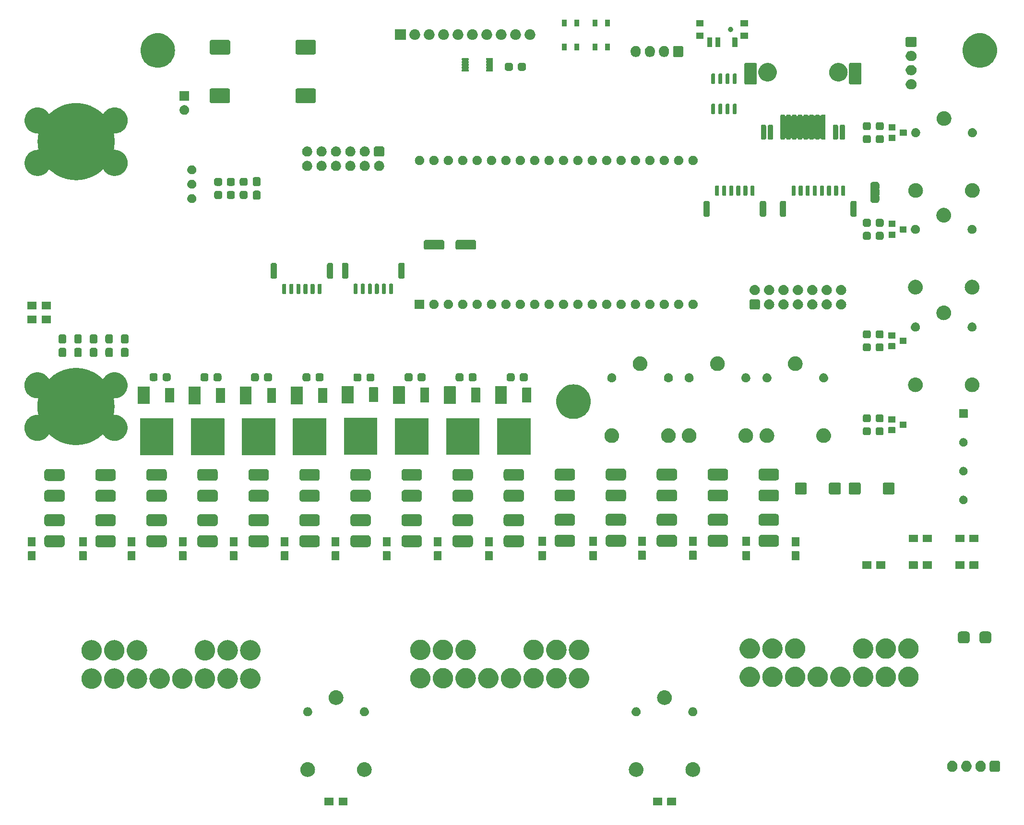
<source format=gbr>
%TF.GenerationSoftware,KiCad,Pcbnew,8.0.8*%
%TF.CreationDate,2025-02-05T20:28:34+09:00*%
%TF.ProjectId,Marre-BASE_V1.0,4d617272-652d-4424-9153-455f56312e30,rev?*%
%TF.SameCoordinates,Original*%
%TF.FileFunction,Soldermask,Top*%
%TF.FilePolarity,Negative*%
%FSLAX46Y46*%
G04 Gerber Fmt 4.6, Leading zero omitted, Abs format (unit mm)*
G04 Created by KiCad (PCBNEW 8.0.8) date 2025-02-05 20:28:34*
%MOMM*%
%LPD*%
G01*
G04 APERTURE LIST*
G04 APERTURE END LIST*
G36*
X179479517Y-194367882D02*
G01*
X179496062Y-194378938D01*
X179507118Y-194395483D01*
X179511000Y-194415000D01*
X179511000Y-195665000D01*
X179507118Y-195684517D01*
X179496062Y-195701062D01*
X179479517Y-195712118D01*
X179460000Y-195716000D01*
X177960000Y-195716000D01*
X177940483Y-195712118D01*
X177923938Y-195701062D01*
X177912882Y-195684517D01*
X177909000Y-195665000D01*
X177909000Y-194415000D01*
X177912882Y-194395483D01*
X177923938Y-194378938D01*
X177940483Y-194367882D01*
X177960000Y-194364000D01*
X179460000Y-194364000D01*
X179479517Y-194367882D01*
G37*
G36*
X181979517Y-194367882D02*
G01*
X181996062Y-194378938D01*
X182007118Y-194395483D01*
X182011000Y-194415000D01*
X182011000Y-195665000D01*
X182007118Y-195684517D01*
X181996062Y-195701062D01*
X181979517Y-195712118D01*
X181960000Y-195716000D01*
X180460000Y-195716000D01*
X180440483Y-195712118D01*
X180423938Y-195701062D01*
X180412882Y-195684517D01*
X180409000Y-195665000D01*
X180409000Y-194415000D01*
X180412882Y-194395483D01*
X180423938Y-194378938D01*
X180440483Y-194367882D01*
X180460000Y-194364000D01*
X181960000Y-194364000D01*
X181979517Y-194367882D01*
G37*
G36*
X237469517Y-194367882D02*
G01*
X237486062Y-194378938D01*
X237497118Y-194395483D01*
X237501000Y-194415000D01*
X237501000Y-195665000D01*
X237497118Y-195684517D01*
X237486062Y-195701062D01*
X237469517Y-195712118D01*
X237450000Y-195716000D01*
X235950000Y-195716000D01*
X235930483Y-195712118D01*
X235913938Y-195701062D01*
X235902882Y-195684517D01*
X235899000Y-195665000D01*
X235899000Y-194415000D01*
X235902882Y-194395483D01*
X235913938Y-194378938D01*
X235930483Y-194367882D01*
X235950000Y-194364000D01*
X237450000Y-194364000D01*
X237469517Y-194367882D01*
G37*
G36*
X239969517Y-194367882D02*
G01*
X239986062Y-194378938D01*
X239997118Y-194395483D01*
X240001000Y-194415000D01*
X240001000Y-195665000D01*
X239997118Y-195684517D01*
X239986062Y-195701062D01*
X239969517Y-195712118D01*
X239950000Y-195716000D01*
X238450000Y-195716000D01*
X238430483Y-195712118D01*
X238413938Y-195701062D01*
X238402882Y-195684517D01*
X238399000Y-195665000D01*
X238399000Y-194415000D01*
X238402882Y-194395483D01*
X238413938Y-194378938D01*
X238430483Y-194367882D01*
X238450000Y-194364000D01*
X239950000Y-194364000D01*
X239969517Y-194367882D01*
G37*
G36*
X175015676Y-188088871D02*
G01*
X175067402Y-188088871D01*
X175124412Y-188098384D01*
X175185916Y-188103765D01*
X175234214Y-188116706D01*
X175279271Y-188124225D01*
X175339717Y-188144976D01*
X175404968Y-188162460D01*
X175444936Y-188181097D01*
X175482433Y-188193970D01*
X175544042Y-188227311D01*
X175610500Y-188258301D01*
X175641785Y-188280207D01*
X175671343Y-188296203D01*
X175731511Y-188343033D01*
X175796267Y-188388376D01*
X175819089Y-188411198D01*
X175840851Y-188428136D01*
X175896754Y-188488863D01*
X175956624Y-188548733D01*
X175971735Y-188570315D01*
X175986335Y-188586174D01*
X176035045Y-188660730D01*
X176086699Y-188734500D01*
X176095320Y-188752987D01*
X176103818Y-188765995D01*
X176142382Y-188853914D01*
X176182540Y-188940032D01*
X176186280Y-188953991D01*
X176190102Y-188962704D01*
X176215693Y-189063763D01*
X176241235Y-189159084D01*
X176241975Y-189167546D01*
X176242833Y-189170933D01*
X176252887Y-189292270D01*
X176261000Y-189385000D01*
X176252886Y-189477737D01*
X176242833Y-189599066D01*
X176241975Y-189602452D01*
X176241235Y-189610916D01*
X176215689Y-189706253D01*
X176190102Y-189807295D01*
X176186281Y-189816005D01*
X176182540Y-189829968D01*
X176142375Y-189916101D01*
X176103818Y-190004004D01*
X176095321Y-190017008D01*
X176086699Y-190035500D01*
X176035035Y-190109283D01*
X175986335Y-190183825D01*
X175971738Y-190199680D01*
X175956624Y-190221267D01*
X175896743Y-190281147D01*
X175840851Y-190341863D01*
X175819093Y-190358797D01*
X175796267Y-190381624D01*
X175731498Y-190426975D01*
X175671343Y-190473796D01*
X175641791Y-190489788D01*
X175610500Y-190511699D01*
X175544029Y-190542694D01*
X175482433Y-190576029D01*
X175444944Y-190588898D01*
X175404968Y-190607540D01*
X175339704Y-190625027D01*
X175279271Y-190645774D01*
X175234221Y-190653291D01*
X175185916Y-190666235D01*
X175124408Y-190671616D01*
X175067402Y-190681129D01*
X175015676Y-190681129D01*
X174960000Y-190686000D01*
X174904324Y-190681129D01*
X174852598Y-190681129D01*
X174795590Y-190671616D01*
X174734084Y-190666235D01*
X174685779Y-190653291D01*
X174640728Y-190645774D01*
X174580291Y-190625026D01*
X174515032Y-190607540D01*
X174475058Y-190588900D01*
X174437566Y-190576029D01*
X174375963Y-190542691D01*
X174309500Y-190511699D01*
X174278211Y-190489790D01*
X174248656Y-190473796D01*
X174188491Y-190426968D01*
X174123733Y-190381624D01*
X174100909Y-190358800D01*
X174079148Y-190341863D01*
X174023244Y-190281135D01*
X173963376Y-190221267D01*
X173948264Y-190199685D01*
X173933664Y-190183825D01*
X173884949Y-190109262D01*
X173833301Y-190035500D01*
X173824680Y-190017013D01*
X173816181Y-190004004D01*
X173777607Y-189916065D01*
X173737460Y-189829968D01*
X173733720Y-189816011D01*
X173729897Y-189807295D01*
X173704292Y-189706185D01*
X173678765Y-189610916D01*
X173678025Y-189602458D01*
X173677166Y-189599066D01*
X173667094Y-189477521D01*
X173659000Y-189385000D01*
X173667093Y-189292486D01*
X173677166Y-189170933D01*
X173678025Y-189167540D01*
X173678765Y-189159084D01*
X173704287Y-189063831D01*
X173729897Y-188962704D01*
X173733720Y-188953986D01*
X173737460Y-188940032D01*
X173777600Y-188853950D01*
X173816181Y-188765995D01*
X173824682Y-188752982D01*
X173833301Y-188734500D01*
X173884939Y-188660751D01*
X173933664Y-188586174D01*
X173948267Y-188570310D01*
X173963376Y-188548733D01*
X174023232Y-188488876D01*
X174079148Y-188428136D01*
X174100914Y-188411194D01*
X174123733Y-188388376D01*
X174188478Y-188343040D01*
X174248656Y-188296203D01*
X174278217Y-188280204D01*
X174309500Y-188258301D01*
X174375950Y-188227314D01*
X174437566Y-188193970D01*
X174475066Y-188181096D01*
X174515032Y-188162460D01*
X174580278Y-188144977D01*
X174640728Y-188124225D01*
X174685787Y-188116706D01*
X174734084Y-188103765D01*
X174795587Y-188098384D01*
X174852598Y-188088871D01*
X174904324Y-188088871D01*
X174960000Y-188084000D01*
X175015676Y-188088871D01*
G37*
G36*
X185015676Y-188088871D02*
G01*
X185067402Y-188088871D01*
X185124412Y-188098384D01*
X185185916Y-188103765D01*
X185234214Y-188116706D01*
X185279271Y-188124225D01*
X185339717Y-188144976D01*
X185404968Y-188162460D01*
X185444936Y-188181097D01*
X185482433Y-188193970D01*
X185544042Y-188227311D01*
X185610500Y-188258301D01*
X185641785Y-188280207D01*
X185671343Y-188296203D01*
X185731511Y-188343033D01*
X185796267Y-188388376D01*
X185819089Y-188411198D01*
X185840851Y-188428136D01*
X185896754Y-188488863D01*
X185956624Y-188548733D01*
X185971735Y-188570315D01*
X185986335Y-188586174D01*
X186035045Y-188660730D01*
X186086699Y-188734500D01*
X186095320Y-188752987D01*
X186103818Y-188765995D01*
X186142382Y-188853914D01*
X186182540Y-188940032D01*
X186186280Y-188953991D01*
X186190102Y-188962704D01*
X186215693Y-189063763D01*
X186241235Y-189159084D01*
X186241975Y-189167546D01*
X186242833Y-189170933D01*
X186252887Y-189292270D01*
X186261000Y-189385000D01*
X186252886Y-189477737D01*
X186242833Y-189599066D01*
X186241975Y-189602452D01*
X186241235Y-189610916D01*
X186215689Y-189706253D01*
X186190102Y-189807295D01*
X186186281Y-189816005D01*
X186182540Y-189829968D01*
X186142375Y-189916101D01*
X186103818Y-190004004D01*
X186095321Y-190017008D01*
X186086699Y-190035500D01*
X186035035Y-190109283D01*
X185986335Y-190183825D01*
X185971738Y-190199680D01*
X185956624Y-190221267D01*
X185896743Y-190281147D01*
X185840851Y-190341863D01*
X185819093Y-190358797D01*
X185796267Y-190381624D01*
X185731498Y-190426975D01*
X185671343Y-190473796D01*
X185641791Y-190489788D01*
X185610500Y-190511699D01*
X185544029Y-190542694D01*
X185482433Y-190576029D01*
X185444944Y-190588898D01*
X185404968Y-190607540D01*
X185339704Y-190625027D01*
X185279271Y-190645774D01*
X185234221Y-190653291D01*
X185185916Y-190666235D01*
X185124408Y-190671616D01*
X185067402Y-190681129D01*
X185015676Y-190681129D01*
X184960000Y-190686000D01*
X184904324Y-190681129D01*
X184852598Y-190681129D01*
X184795590Y-190671616D01*
X184734084Y-190666235D01*
X184685779Y-190653291D01*
X184640728Y-190645774D01*
X184580291Y-190625026D01*
X184515032Y-190607540D01*
X184475058Y-190588900D01*
X184437566Y-190576029D01*
X184375963Y-190542691D01*
X184309500Y-190511699D01*
X184278211Y-190489790D01*
X184248656Y-190473796D01*
X184188491Y-190426968D01*
X184123733Y-190381624D01*
X184100909Y-190358800D01*
X184079148Y-190341863D01*
X184023244Y-190281135D01*
X183963376Y-190221267D01*
X183948264Y-190199685D01*
X183933664Y-190183825D01*
X183884949Y-190109262D01*
X183833301Y-190035500D01*
X183824680Y-190017013D01*
X183816181Y-190004004D01*
X183777607Y-189916065D01*
X183737460Y-189829968D01*
X183733720Y-189816011D01*
X183729897Y-189807295D01*
X183704292Y-189706185D01*
X183678765Y-189610916D01*
X183678025Y-189602458D01*
X183677166Y-189599066D01*
X183667094Y-189477521D01*
X183659000Y-189385000D01*
X183667093Y-189292486D01*
X183677166Y-189170933D01*
X183678025Y-189167540D01*
X183678765Y-189159084D01*
X183704287Y-189063831D01*
X183729897Y-188962704D01*
X183733720Y-188953986D01*
X183737460Y-188940032D01*
X183777600Y-188853950D01*
X183816181Y-188765995D01*
X183824682Y-188752982D01*
X183833301Y-188734500D01*
X183884939Y-188660751D01*
X183933664Y-188586174D01*
X183948267Y-188570310D01*
X183963376Y-188548733D01*
X184023232Y-188488876D01*
X184079148Y-188428136D01*
X184100914Y-188411194D01*
X184123733Y-188388376D01*
X184188478Y-188343040D01*
X184248656Y-188296203D01*
X184278217Y-188280204D01*
X184309500Y-188258301D01*
X184375950Y-188227314D01*
X184437566Y-188193970D01*
X184475066Y-188181096D01*
X184515032Y-188162460D01*
X184580278Y-188144977D01*
X184640728Y-188124225D01*
X184685787Y-188116706D01*
X184734084Y-188103765D01*
X184795587Y-188098384D01*
X184852598Y-188088871D01*
X184904324Y-188088871D01*
X184960000Y-188084000D01*
X185015676Y-188088871D01*
G37*
G36*
X232965676Y-188088871D02*
G01*
X233017402Y-188088871D01*
X233074412Y-188098384D01*
X233135916Y-188103765D01*
X233184214Y-188116706D01*
X233229271Y-188124225D01*
X233289717Y-188144976D01*
X233354968Y-188162460D01*
X233394936Y-188181097D01*
X233432433Y-188193970D01*
X233494042Y-188227311D01*
X233560500Y-188258301D01*
X233591785Y-188280207D01*
X233621343Y-188296203D01*
X233681511Y-188343033D01*
X233746267Y-188388376D01*
X233769089Y-188411198D01*
X233790851Y-188428136D01*
X233846754Y-188488863D01*
X233906624Y-188548733D01*
X233921735Y-188570315D01*
X233936335Y-188586174D01*
X233985045Y-188660730D01*
X234036699Y-188734500D01*
X234045320Y-188752987D01*
X234053818Y-188765995D01*
X234092382Y-188853914D01*
X234132540Y-188940032D01*
X234136280Y-188953991D01*
X234140102Y-188962704D01*
X234165693Y-189063763D01*
X234191235Y-189159084D01*
X234191975Y-189167546D01*
X234192833Y-189170933D01*
X234202887Y-189292270D01*
X234211000Y-189385000D01*
X234202886Y-189477737D01*
X234192833Y-189599066D01*
X234191975Y-189602452D01*
X234191235Y-189610916D01*
X234165689Y-189706253D01*
X234140102Y-189807295D01*
X234136281Y-189816005D01*
X234132540Y-189829968D01*
X234092375Y-189916101D01*
X234053818Y-190004004D01*
X234045321Y-190017008D01*
X234036699Y-190035500D01*
X233985035Y-190109283D01*
X233936335Y-190183825D01*
X233921738Y-190199680D01*
X233906624Y-190221267D01*
X233846743Y-190281147D01*
X233790851Y-190341863D01*
X233769093Y-190358797D01*
X233746267Y-190381624D01*
X233681498Y-190426975D01*
X233621343Y-190473796D01*
X233591791Y-190489788D01*
X233560500Y-190511699D01*
X233494029Y-190542694D01*
X233432433Y-190576029D01*
X233394944Y-190588898D01*
X233354968Y-190607540D01*
X233289704Y-190625027D01*
X233229271Y-190645774D01*
X233184221Y-190653291D01*
X233135916Y-190666235D01*
X233074408Y-190671616D01*
X233017402Y-190681129D01*
X232965676Y-190681129D01*
X232910000Y-190686000D01*
X232854324Y-190681129D01*
X232802598Y-190681129D01*
X232745590Y-190671616D01*
X232684084Y-190666235D01*
X232635779Y-190653291D01*
X232590728Y-190645774D01*
X232530291Y-190625026D01*
X232465032Y-190607540D01*
X232425058Y-190588900D01*
X232387566Y-190576029D01*
X232325963Y-190542691D01*
X232259500Y-190511699D01*
X232228211Y-190489790D01*
X232198656Y-190473796D01*
X232138491Y-190426968D01*
X232073733Y-190381624D01*
X232050909Y-190358800D01*
X232029148Y-190341863D01*
X231973244Y-190281135D01*
X231913376Y-190221267D01*
X231898264Y-190199685D01*
X231883664Y-190183825D01*
X231834949Y-190109262D01*
X231783301Y-190035500D01*
X231774680Y-190017013D01*
X231766181Y-190004004D01*
X231727607Y-189916065D01*
X231687460Y-189829968D01*
X231683720Y-189816011D01*
X231679897Y-189807295D01*
X231654292Y-189706185D01*
X231628765Y-189610916D01*
X231628025Y-189602458D01*
X231627166Y-189599066D01*
X231617094Y-189477521D01*
X231609000Y-189385000D01*
X231617093Y-189292486D01*
X231627166Y-189170933D01*
X231628025Y-189167540D01*
X231628765Y-189159084D01*
X231654287Y-189063831D01*
X231679897Y-188962704D01*
X231683720Y-188953986D01*
X231687460Y-188940032D01*
X231727600Y-188853950D01*
X231766181Y-188765995D01*
X231774682Y-188752982D01*
X231783301Y-188734500D01*
X231834939Y-188660751D01*
X231883664Y-188586174D01*
X231898267Y-188570310D01*
X231913376Y-188548733D01*
X231973232Y-188488876D01*
X232029148Y-188428136D01*
X232050914Y-188411194D01*
X232073733Y-188388376D01*
X232138478Y-188343040D01*
X232198656Y-188296203D01*
X232228217Y-188280204D01*
X232259500Y-188258301D01*
X232325950Y-188227314D01*
X232387566Y-188193970D01*
X232425066Y-188181096D01*
X232465032Y-188162460D01*
X232530278Y-188144977D01*
X232590728Y-188124225D01*
X232635787Y-188116706D01*
X232684084Y-188103765D01*
X232745587Y-188098384D01*
X232802598Y-188088871D01*
X232854324Y-188088871D01*
X232910000Y-188084000D01*
X232965676Y-188088871D01*
G37*
G36*
X242965676Y-188088871D02*
G01*
X243017402Y-188088871D01*
X243074412Y-188098384D01*
X243135916Y-188103765D01*
X243184214Y-188116706D01*
X243229271Y-188124225D01*
X243289717Y-188144976D01*
X243354968Y-188162460D01*
X243394936Y-188181097D01*
X243432433Y-188193970D01*
X243494042Y-188227311D01*
X243560500Y-188258301D01*
X243591785Y-188280207D01*
X243621343Y-188296203D01*
X243681511Y-188343033D01*
X243746267Y-188388376D01*
X243769089Y-188411198D01*
X243790851Y-188428136D01*
X243846754Y-188488863D01*
X243906624Y-188548733D01*
X243921735Y-188570315D01*
X243936335Y-188586174D01*
X243985045Y-188660730D01*
X244036699Y-188734500D01*
X244045320Y-188752987D01*
X244053818Y-188765995D01*
X244092382Y-188853914D01*
X244132540Y-188940032D01*
X244136280Y-188953991D01*
X244140102Y-188962704D01*
X244165693Y-189063763D01*
X244191235Y-189159084D01*
X244191975Y-189167546D01*
X244192833Y-189170933D01*
X244202887Y-189292270D01*
X244211000Y-189385000D01*
X244202886Y-189477737D01*
X244192833Y-189599066D01*
X244191975Y-189602452D01*
X244191235Y-189610916D01*
X244165689Y-189706253D01*
X244140102Y-189807295D01*
X244136281Y-189816005D01*
X244132540Y-189829968D01*
X244092375Y-189916101D01*
X244053818Y-190004004D01*
X244045321Y-190017008D01*
X244036699Y-190035500D01*
X243985035Y-190109283D01*
X243936335Y-190183825D01*
X243921738Y-190199680D01*
X243906624Y-190221267D01*
X243846743Y-190281147D01*
X243790851Y-190341863D01*
X243769093Y-190358797D01*
X243746267Y-190381624D01*
X243681498Y-190426975D01*
X243621343Y-190473796D01*
X243591791Y-190489788D01*
X243560500Y-190511699D01*
X243494029Y-190542694D01*
X243432433Y-190576029D01*
X243394944Y-190588898D01*
X243354968Y-190607540D01*
X243289704Y-190625027D01*
X243229271Y-190645774D01*
X243184221Y-190653291D01*
X243135916Y-190666235D01*
X243074408Y-190671616D01*
X243017402Y-190681129D01*
X242965676Y-190681129D01*
X242910000Y-190686000D01*
X242854324Y-190681129D01*
X242802598Y-190681129D01*
X242745590Y-190671616D01*
X242684084Y-190666235D01*
X242635779Y-190653291D01*
X242590728Y-190645774D01*
X242530291Y-190625026D01*
X242465032Y-190607540D01*
X242425058Y-190588900D01*
X242387566Y-190576029D01*
X242325963Y-190542691D01*
X242259500Y-190511699D01*
X242228211Y-190489790D01*
X242198656Y-190473796D01*
X242138491Y-190426968D01*
X242073733Y-190381624D01*
X242050909Y-190358800D01*
X242029148Y-190341863D01*
X241973244Y-190281135D01*
X241913376Y-190221267D01*
X241898264Y-190199685D01*
X241883664Y-190183825D01*
X241834949Y-190109262D01*
X241783301Y-190035500D01*
X241774680Y-190017013D01*
X241766181Y-190004004D01*
X241727607Y-189916065D01*
X241687460Y-189829968D01*
X241683720Y-189816011D01*
X241679897Y-189807295D01*
X241654292Y-189706185D01*
X241628765Y-189610916D01*
X241628025Y-189602458D01*
X241627166Y-189599066D01*
X241617094Y-189477521D01*
X241609000Y-189385000D01*
X241617093Y-189292486D01*
X241627166Y-189170933D01*
X241628025Y-189167540D01*
X241628765Y-189159084D01*
X241654287Y-189063831D01*
X241679897Y-188962704D01*
X241683720Y-188953986D01*
X241687460Y-188940032D01*
X241727600Y-188853950D01*
X241766181Y-188765995D01*
X241774682Y-188752982D01*
X241783301Y-188734500D01*
X241834939Y-188660751D01*
X241883664Y-188586174D01*
X241898267Y-188570310D01*
X241913376Y-188548733D01*
X241973232Y-188488876D01*
X242029148Y-188428136D01*
X242050914Y-188411194D01*
X242073733Y-188388376D01*
X242138478Y-188343040D01*
X242198656Y-188296203D01*
X242228217Y-188280204D01*
X242259500Y-188258301D01*
X242325950Y-188227314D01*
X242387566Y-188193970D01*
X242425066Y-188181096D01*
X242465032Y-188162460D01*
X242530278Y-188144977D01*
X242590728Y-188124225D01*
X242635787Y-188116706D01*
X242684084Y-188103765D01*
X242745587Y-188098384D01*
X242802598Y-188088871D01*
X242854324Y-188088871D01*
X242910000Y-188084000D01*
X242965676Y-188088871D01*
G37*
G36*
X296858991Y-187846992D02*
G01*
X296874800Y-187853972D01*
X296882601Y-187855208D01*
X296915090Y-187871762D01*
X296960150Y-187891658D01*
X297038342Y-187969850D01*
X297058240Y-188014916D01*
X297074791Y-188047398D01*
X297076026Y-188055196D01*
X297083008Y-188071009D01*
X297091000Y-188139900D01*
X297091000Y-189490100D01*
X297083008Y-189558991D01*
X297076025Y-189574804D01*
X297074791Y-189582601D01*
X297058243Y-189615076D01*
X297038342Y-189660150D01*
X296960150Y-189738342D01*
X296915076Y-189758243D01*
X296882601Y-189774791D01*
X296874804Y-189776025D01*
X296858991Y-189783008D01*
X296790100Y-189791000D01*
X295589900Y-189791000D01*
X295521009Y-189783008D01*
X295505196Y-189776026D01*
X295497398Y-189774791D01*
X295464916Y-189758240D01*
X295419850Y-189738342D01*
X295341658Y-189660150D01*
X295321762Y-189615090D01*
X295305208Y-189582601D01*
X295303972Y-189574800D01*
X295296992Y-189558991D01*
X295289000Y-189490100D01*
X295289000Y-188139900D01*
X295296992Y-188071009D01*
X295303972Y-188055199D01*
X295305208Y-188047398D01*
X295321765Y-188014901D01*
X295341658Y-187969850D01*
X295419850Y-187891658D01*
X295464901Y-187871765D01*
X295497398Y-187855208D01*
X295505200Y-187853972D01*
X295521009Y-187846992D01*
X295589900Y-187839000D01*
X296790100Y-187839000D01*
X296858991Y-187846992D01*
G37*
G36*
X288951546Y-187877797D02*
G01*
X289114728Y-187945389D01*
X289261588Y-188043518D01*
X289386482Y-188168412D01*
X289484611Y-188315272D01*
X289552203Y-188478454D01*
X289586661Y-188651687D01*
X289591000Y-188740000D01*
X289591000Y-188890000D01*
X289586661Y-188978313D01*
X289552203Y-189151546D01*
X289484611Y-189314728D01*
X289386482Y-189461588D01*
X289261588Y-189586482D01*
X289114728Y-189684611D01*
X288951546Y-189752203D01*
X288778313Y-189786661D01*
X288601687Y-189786661D01*
X288428454Y-189752203D01*
X288265272Y-189684611D01*
X288118412Y-189586482D01*
X287993518Y-189461588D01*
X287895389Y-189314728D01*
X287827797Y-189151546D01*
X287793339Y-188978313D01*
X287789000Y-188890000D01*
X287789000Y-188740000D01*
X287793339Y-188651687D01*
X287827797Y-188478454D01*
X287895389Y-188315272D01*
X287993518Y-188168412D01*
X288118412Y-188043518D01*
X288265272Y-187945389D01*
X288428454Y-187877797D01*
X288601687Y-187843339D01*
X288778313Y-187843339D01*
X288951546Y-187877797D01*
G37*
G36*
X291451546Y-187877797D02*
G01*
X291614728Y-187945389D01*
X291761588Y-188043518D01*
X291886482Y-188168412D01*
X291984611Y-188315272D01*
X292052203Y-188478454D01*
X292086661Y-188651687D01*
X292091000Y-188740000D01*
X292091000Y-188890000D01*
X292086661Y-188978313D01*
X292052203Y-189151546D01*
X291984611Y-189314728D01*
X291886482Y-189461588D01*
X291761588Y-189586482D01*
X291614728Y-189684611D01*
X291451546Y-189752203D01*
X291278313Y-189786661D01*
X291101687Y-189786661D01*
X290928454Y-189752203D01*
X290765272Y-189684611D01*
X290618412Y-189586482D01*
X290493518Y-189461588D01*
X290395389Y-189314728D01*
X290327797Y-189151546D01*
X290293339Y-188978313D01*
X290289000Y-188890000D01*
X290289000Y-188740000D01*
X290293339Y-188651687D01*
X290327797Y-188478454D01*
X290395389Y-188315272D01*
X290493518Y-188168412D01*
X290618412Y-188043518D01*
X290765272Y-187945389D01*
X290928454Y-187877797D01*
X291101687Y-187843339D01*
X291278313Y-187843339D01*
X291451546Y-187877797D01*
G37*
G36*
X293951546Y-187877797D02*
G01*
X294114728Y-187945389D01*
X294261588Y-188043518D01*
X294386482Y-188168412D01*
X294484611Y-188315272D01*
X294552203Y-188478454D01*
X294586661Y-188651687D01*
X294591000Y-188740000D01*
X294591000Y-188890000D01*
X294586661Y-188978313D01*
X294552203Y-189151546D01*
X294484611Y-189314728D01*
X294386482Y-189461588D01*
X294261588Y-189586482D01*
X294114728Y-189684611D01*
X293951546Y-189752203D01*
X293778313Y-189786661D01*
X293601687Y-189786661D01*
X293428454Y-189752203D01*
X293265272Y-189684611D01*
X293118412Y-189586482D01*
X292993518Y-189461588D01*
X292895389Y-189314728D01*
X292827797Y-189151546D01*
X292793339Y-188978313D01*
X292789000Y-188890000D01*
X292789000Y-188740000D01*
X292793339Y-188651687D01*
X292827797Y-188478454D01*
X292895389Y-188315272D01*
X292993518Y-188168412D01*
X293118412Y-188043518D01*
X293265272Y-187945389D01*
X293428454Y-187877797D01*
X293601687Y-187843339D01*
X293778313Y-187843339D01*
X293951546Y-187877797D01*
G37*
G36*
X175005023Y-178389073D02*
G01*
X175043657Y-178389073D01*
X175087240Y-178398336D01*
X175138239Y-178404083D01*
X175175321Y-178417058D01*
X175207306Y-178423857D01*
X175253401Y-178444379D01*
X175307541Y-178463324D01*
X175335719Y-178481029D01*
X175360157Y-178491910D01*
X175405720Y-178525014D01*
X175459415Y-178558753D01*
X175478700Y-178578038D01*
X175495512Y-178590253D01*
X175537076Y-178636414D01*
X175586247Y-178685585D01*
X175597555Y-178703582D01*
X175607467Y-178714590D01*
X175641376Y-178773322D01*
X175681676Y-178837459D01*
X175686707Y-178851838D01*
X175691120Y-178859481D01*
X175713718Y-178929030D01*
X175740917Y-179006761D01*
X175741948Y-179015913D01*
X175742823Y-179018606D01*
X175750750Y-179094038D01*
X175761000Y-179185000D01*
X175750750Y-179275969D01*
X175742823Y-179351393D01*
X175741948Y-179354084D01*
X175740917Y-179363239D01*
X175713713Y-179440982D01*
X175691120Y-179510518D01*
X175686708Y-179518159D01*
X175681676Y-179532541D01*
X175641369Y-179596688D01*
X175607467Y-179655409D01*
X175597557Y-179666414D01*
X175586247Y-179684415D01*
X175537067Y-179733594D01*
X175495512Y-179779746D01*
X175478704Y-179791957D01*
X175459415Y-179811247D01*
X175405710Y-179844992D01*
X175360157Y-179878089D01*
X175335725Y-179888966D01*
X175307541Y-179906676D01*
X175253391Y-179925623D01*
X175207306Y-179946142D01*
X175175327Y-179952939D01*
X175138239Y-179965917D01*
X175087237Y-179971663D01*
X175043657Y-179980927D01*
X175005023Y-179980927D01*
X174960000Y-179986000D01*
X174914977Y-179980927D01*
X174876343Y-179980927D01*
X174832761Y-179971663D01*
X174781761Y-179965917D01*
X174744674Y-179952939D01*
X174712693Y-179946142D01*
X174666603Y-179925622D01*
X174612459Y-179906676D01*
X174584277Y-179888968D01*
X174559842Y-179878089D01*
X174514282Y-179844987D01*
X174460585Y-179811247D01*
X174441298Y-179791960D01*
X174424487Y-179779746D01*
X174382922Y-179733584D01*
X174333753Y-179684415D01*
X174322444Y-179666418D01*
X174312532Y-179655409D01*
X174278618Y-179596668D01*
X174238324Y-179532541D01*
X174233293Y-179518163D01*
X174228879Y-179510518D01*
X174206272Y-179440942D01*
X174179083Y-179363239D01*
X174178052Y-179354089D01*
X174177176Y-179351393D01*
X174169235Y-179275837D01*
X174159000Y-179185000D01*
X174169234Y-179094170D01*
X174177176Y-179018606D01*
X174178052Y-179015909D01*
X174179083Y-179006761D01*
X174206267Y-178929070D01*
X174228879Y-178859481D01*
X174233293Y-178851834D01*
X174238324Y-178837459D01*
X174278611Y-178773342D01*
X174312532Y-178714590D01*
X174322446Y-178703578D01*
X174333753Y-178685585D01*
X174382913Y-178636424D01*
X174424487Y-178590253D01*
X174441301Y-178578036D01*
X174460585Y-178558753D01*
X174514278Y-178525015D01*
X174559846Y-178491908D01*
X174584284Y-178481027D01*
X174612459Y-178463324D01*
X174666587Y-178444383D01*
X174712689Y-178423858D01*
X174744679Y-178417058D01*
X174781761Y-178404083D01*
X174832759Y-178398336D01*
X174876343Y-178389073D01*
X174914977Y-178389073D01*
X174960000Y-178384000D01*
X175005023Y-178389073D01*
G37*
G36*
X185005023Y-178389073D02*
G01*
X185043657Y-178389073D01*
X185087240Y-178398336D01*
X185138239Y-178404083D01*
X185175321Y-178417058D01*
X185207306Y-178423857D01*
X185253401Y-178444379D01*
X185307541Y-178463324D01*
X185335719Y-178481029D01*
X185360157Y-178491910D01*
X185405720Y-178525014D01*
X185459415Y-178558753D01*
X185478700Y-178578038D01*
X185495512Y-178590253D01*
X185537076Y-178636414D01*
X185586247Y-178685585D01*
X185597555Y-178703582D01*
X185607467Y-178714590D01*
X185641376Y-178773322D01*
X185681676Y-178837459D01*
X185686707Y-178851838D01*
X185691120Y-178859481D01*
X185713718Y-178929030D01*
X185740917Y-179006761D01*
X185741948Y-179015913D01*
X185742823Y-179018606D01*
X185750750Y-179094038D01*
X185761000Y-179185000D01*
X185750750Y-179275969D01*
X185742823Y-179351393D01*
X185741948Y-179354084D01*
X185740917Y-179363239D01*
X185713713Y-179440982D01*
X185691120Y-179510518D01*
X185686708Y-179518159D01*
X185681676Y-179532541D01*
X185641369Y-179596688D01*
X185607467Y-179655409D01*
X185597557Y-179666414D01*
X185586247Y-179684415D01*
X185537067Y-179733594D01*
X185495512Y-179779746D01*
X185478704Y-179791957D01*
X185459415Y-179811247D01*
X185405710Y-179844992D01*
X185360157Y-179878089D01*
X185335725Y-179888966D01*
X185307541Y-179906676D01*
X185253391Y-179925623D01*
X185207306Y-179946142D01*
X185175327Y-179952939D01*
X185138239Y-179965917D01*
X185087237Y-179971663D01*
X185043657Y-179980927D01*
X185005023Y-179980927D01*
X184960000Y-179986000D01*
X184914977Y-179980927D01*
X184876343Y-179980927D01*
X184832761Y-179971663D01*
X184781761Y-179965917D01*
X184744674Y-179952939D01*
X184712693Y-179946142D01*
X184666603Y-179925622D01*
X184612459Y-179906676D01*
X184584277Y-179888968D01*
X184559842Y-179878089D01*
X184514282Y-179844987D01*
X184460585Y-179811247D01*
X184441298Y-179791960D01*
X184424487Y-179779746D01*
X184382922Y-179733584D01*
X184333753Y-179684415D01*
X184322444Y-179666418D01*
X184312532Y-179655409D01*
X184278618Y-179596668D01*
X184238324Y-179532541D01*
X184233293Y-179518163D01*
X184228879Y-179510518D01*
X184206272Y-179440942D01*
X184179083Y-179363239D01*
X184178052Y-179354089D01*
X184177176Y-179351393D01*
X184169235Y-179275837D01*
X184159000Y-179185000D01*
X184169234Y-179094170D01*
X184177176Y-179018606D01*
X184178052Y-179015909D01*
X184179083Y-179006761D01*
X184206267Y-178929070D01*
X184228879Y-178859481D01*
X184233293Y-178851834D01*
X184238324Y-178837459D01*
X184278611Y-178773342D01*
X184312532Y-178714590D01*
X184322446Y-178703578D01*
X184333753Y-178685585D01*
X184382913Y-178636424D01*
X184424487Y-178590253D01*
X184441301Y-178578036D01*
X184460585Y-178558753D01*
X184514278Y-178525015D01*
X184559846Y-178491908D01*
X184584284Y-178481027D01*
X184612459Y-178463324D01*
X184666587Y-178444383D01*
X184712689Y-178423858D01*
X184744679Y-178417058D01*
X184781761Y-178404083D01*
X184832759Y-178398336D01*
X184876343Y-178389073D01*
X184914977Y-178389073D01*
X184960000Y-178384000D01*
X185005023Y-178389073D01*
G37*
G36*
X232955023Y-178389073D02*
G01*
X232993657Y-178389073D01*
X233037240Y-178398336D01*
X233088239Y-178404083D01*
X233125321Y-178417058D01*
X233157306Y-178423857D01*
X233203401Y-178444379D01*
X233257541Y-178463324D01*
X233285719Y-178481029D01*
X233310157Y-178491910D01*
X233355720Y-178525014D01*
X233409415Y-178558753D01*
X233428700Y-178578038D01*
X233445512Y-178590253D01*
X233487076Y-178636414D01*
X233536247Y-178685585D01*
X233547555Y-178703582D01*
X233557467Y-178714590D01*
X233591376Y-178773322D01*
X233631676Y-178837459D01*
X233636707Y-178851838D01*
X233641120Y-178859481D01*
X233663718Y-178929030D01*
X233690917Y-179006761D01*
X233691948Y-179015913D01*
X233692823Y-179018606D01*
X233700750Y-179094038D01*
X233711000Y-179185000D01*
X233700750Y-179275969D01*
X233692823Y-179351393D01*
X233691948Y-179354084D01*
X233690917Y-179363239D01*
X233663713Y-179440982D01*
X233641120Y-179510518D01*
X233636708Y-179518159D01*
X233631676Y-179532541D01*
X233591369Y-179596688D01*
X233557467Y-179655409D01*
X233547557Y-179666414D01*
X233536247Y-179684415D01*
X233487067Y-179733594D01*
X233445512Y-179779746D01*
X233428704Y-179791957D01*
X233409415Y-179811247D01*
X233355710Y-179844992D01*
X233310157Y-179878089D01*
X233285725Y-179888966D01*
X233257541Y-179906676D01*
X233203391Y-179925623D01*
X233157306Y-179946142D01*
X233125327Y-179952939D01*
X233088239Y-179965917D01*
X233037237Y-179971663D01*
X232993657Y-179980927D01*
X232955023Y-179980927D01*
X232910000Y-179986000D01*
X232864977Y-179980927D01*
X232826343Y-179980927D01*
X232782761Y-179971663D01*
X232731761Y-179965917D01*
X232694674Y-179952939D01*
X232662693Y-179946142D01*
X232616603Y-179925622D01*
X232562459Y-179906676D01*
X232534277Y-179888968D01*
X232509842Y-179878089D01*
X232464282Y-179844987D01*
X232410585Y-179811247D01*
X232391298Y-179791960D01*
X232374487Y-179779746D01*
X232332922Y-179733584D01*
X232283753Y-179684415D01*
X232272444Y-179666418D01*
X232262532Y-179655409D01*
X232228618Y-179596668D01*
X232188324Y-179532541D01*
X232183293Y-179518163D01*
X232178879Y-179510518D01*
X232156272Y-179440942D01*
X232129083Y-179363239D01*
X232128052Y-179354089D01*
X232127176Y-179351393D01*
X232119235Y-179275837D01*
X232109000Y-179185000D01*
X232119234Y-179094170D01*
X232127176Y-179018606D01*
X232128052Y-179015909D01*
X232129083Y-179006761D01*
X232156267Y-178929070D01*
X232178879Y-178859481D01*
X232183293Y-178851834D01*
X232188324Y-178837459D01*
X232228611Y-178773342D01*
X232262532Y-178714590D01*
X232272446Y-178703578D01*
X232283753Y-178685585D01*
X232332913Y-178636424D01*
X232374487Y-178590253D01*
X232391301Y-178578036D01*
X232410585Y-178558753D01*
X232464278Y-178525015D01*
X232509846Y-178491908D01*
X232534284Y-178481027D01*
X232562459Y-178463324D01*
X232616587Y-178444383D01*
X232662689Y-178423858D01*
X232694679Y-178417058D01*
X232731761Y-178404083D01*
X232782759Y-178398336D01*
X232826343Y-178389073D01*
X232864977Y-178389073D01*
X232910000Y-178384000D01*
X232955023Y-178389073D01*
G37*
G36*
X242955023Y-178389073D02*
G01*
X242993657Y-178389073D01*
X243037240Y-178398336D01*
X243088239Y-178404083D01*
X243125321Y-178417058D01*
X243157306Y-178423857D01*
X243203401Y-178444379D01*
X243257541Y-178463324D01*
X243285719Y-178481029D01*
X243310157Y-178491910D01*
X243355720Y-178525014D01*
X243409415Y-178558753D01*
X243428700Y-178578038D01*
X243445512Y-178590253D01*
X243487076Y-178636414D01*
X243536247Y-178685585D01*
X243547555Y-178703582D01*
X243557467Y-178714590D01*
X243591376Y-178773322D01*
X243631676Y-178837459D01*
X243636707Y-178851838D01*
X243641120Y-178859481D01*
X243663718Y-178929030D01*
X243690917Y-179006761D01*
X243691948Y-179015913D01*
X243692823Y-179018606D01*
X243700750Y-179094038D01*
X243711000Y-179185000D01*
X243700750Y-179275969D01*
X243692823Y-179351393D01*
X243691948Y-179354084D01*
X243690917Y-179363239D01*
X243663713Y-179440982D01*
X243641120Y-179510518D01*
X243636708Y-179518159D01*
X243631676Y-179532541D01*
X243591369Y-179596688D01*
X243557467Y-179655409D01*
X243547557Y-179666414D01*
X243536247Y-179684415D01*
X243487067Y-179733594D01*
X243445512Y-179779746D01*
X243428704Y-179791957D01*
X243409415Y-179811247D01*
X243355710Y-179844992D01*
X243310157Y-179878089D01*
X243285725Y-179888966D01*
X243257541Y-179906676D01*
X243203391Y-179925623D01*
X243157306Y-179946142D01*
X243125327Y-179952939D01*
X243088239Y-179965917D01*
X243037237Y-179971663D01*
X242993657Y-179980927D01*
X242955023Y-179980927D01*
X242910000Y-179986000D01*
X242864977Y-179980927D01*
X242826343Y-179980927D01*
X242782761Y-179971663D01*
X242731761Y-179965917D01*
X242694674Y-179952939D01*
X242662693Y-179946142D01*
X242616603Y-179925622D01*
X242562459Y-179906676D01*
X242534277Y-179888968D01*
X242509842Y-179878089D01*
X242464282Y-179844987D01*
X242410585Y-179811247D01*
X242391298Y-179791960D01*
X242374487Y-179779746D01*
X242332922Y-179733584D01*
X242283753Y-179684415D01*
X242272444Y-179666418D01*
X242262532Y-179655409D01*
X242228618Y-179596668D01*
X242188324Y-179532541D01*
X242183293Y-179518163D01*
X242178879Y-179510518D01*
X242156272Y-179440942D01*
X242129083Y-179363239D01*
X242128052Y-179354089D01*
X242127176Y-179351393D01*
X242119235Y-179275837D01*
X242109000Y-179185000D01*
X242119234Y-179094170D01*
X242127176Y-179018606D01*
X242128052Y-179015909D01*
X242129083Y-179006761D01*
X242156267Y-178929070D01*
X242178879Y-178859481D01*
X242183293Y-178851834D01*
X242188324Y-178837459D01*
X242228611Y-178773342D01*
X242262532Y-178714590D01*
X242272446Y-178703578D01*
X242283753Y-178685585D01*
X242332913Y-178636424D01*
X242374487Y-178590253D01*
X242391301Y-178578036D01*
X242410585Y-178558753D01*
X242464278Y-178525015D01*
X242509846Y-178491908D01*
X242534284Y-178481027D01*
X242562459Y-178463324D01*
X242616587Y-178444383D01*
X242662689Y-178423858D01*
X242694679Y-178417058D01*
X242731761Y-178404083D01*
X242782759Y-178398336D01*
X242826343Y-178389073D01*
X242864977Y-178389073D01*
X242910000Y-178384000D01*
X242955023Y-178389073D01*
G37*
G36*
X180015676Y-175388871D02*
G01*
X180067402Y-175388871D01*
X180124412Y-175398384D01*
X180185916Y-175403765D01*
X180234214Y-175416706D01*
X180279271Y-175424225D01*
X180339717Y-175444976D01*
X180404968Y-175462460D01*
X180444936Y-175481097D01*
X180482433Y-175493970D01*
X180544042Y-175527311D01*
X180610500Y-175558301D01*
X180641785Y-175580207D01*
X180671343Y-175596203D01*
X180731511Y-175643033D01*
X180796267Y-175688376D01*
X180819089Y-175711198D01*
X180840851Y-175728136D01*
X180896754Y-175788863D01*
X180956624Y-175848733D01*
X180971735Y-175870315D01*
X180986335Y-175886174D01*
X181035045Y-175960730D01*
X181086699Y-176034500D01*
X181095320Y-176052987D01*
X181103818Y-176065995D01*
X181142382Y-176153914D01*
X181182540Y-176240032D01*
X181186280Y-176253991D01*
X181190102Y-176262704D01*
X181215693Y-176363763D01*
X181241235Y-176459084D01*
X181241975Y-176467546D01*
X181242833Y-176470933D01*
X181252887Y-176592270D01*
X181261000Y-176685000D01*
X181252886Y-176777737D01*
X181242833Y-176899066D01*
X181241975Y-176902452D01*
X181241235Y-176910916D01*
X181215689Y-177006253D01*
X181190102Y-177107295D01*
X181186281Y-177116005D01*
X181182540Y-177129968D01*
X181142375Y-177216101D01*
X181103818Y-177304004D01*
X181095321Y-177317008D01*
X181086699Y-177335500D01*
X181035035Y-177409283D01*
X180986335Y-177483825D01*
X180971738Y-177499680D01*
X180956624Y-177521267D01*
X180896743Y-177581147D01*
X180840851Y-177641863D01*
X180819093Y-177658797D01*
X180796267Y-177681624D01*
X180731498Y-177726975D01*
X180671343Y-177773796D01*
X180641791Y-177789788D01*
X180610500Y-177811699D01*
X180544029Y-177842694D01*
X180482433Y-177876029D01*
X180444944Y-177888898D01*
X180404968Y-177907540D01*
X180339704Y-177925027D01*
X180279271Y-177945774D01*
X180234221Y-177953291D01*
X180185916Y-177966235D01*
X180124408Y-177971616D01*
X180067402Y-177981129D01*
X180015676Y-177981129D01*
X179960000Y-177986000D01*
X179904324Y-177981129D01*
X179852598Y-177981129D01*
X179795590Y-177971616D01*
X179734084Y-177966235D01*
X179685779Y-177953291D01*
X179640728Y-177945774D01*
X179580291Y-177925026D01*
X179515032Y-177907540D01*
X179475058Y-177888900D01*
X179437566Y-177876029D01*
X179375963Y-177842691D01*
X179309500Y-177811699D01*
X179278211Y-177789790D01*
X179248656Y-177773796D01*
X179188491Y-177726968D01*
X179123733Y-177681624D01*
X179100909Y-177658800D01*
X179079148Y-177641863D01*
X179023244Y-177581135D01*
X178963376Y-177521267D01*
X178948264Y-177499685D01*
X178933664Y-177483825D01*
X178884949Y-177409262D01*
X178833301Y-177335500D01*
X178824680Y-177317013D01*
X178816181Y-177304004D01*
X178777607Y-177216065D01*
X178737460Y-177129968D01*
X178733720Y-177116011D01*
X178729897Y-177107295D01*
X178704292Y-177006185D01*
X178678765Y-176910916D01*
X178678025Y-176902458D01*
X178677166Y-176899066D01*
X178667094Y-176777521D01*
X178659000Y-176685000D01*
X178667093Y-176592486D01*
X178677166Y-176470933D01*
X178678025Y-176467540D01*
X178678765Y-176459084D01*
X178704287Y-176363831D01*
X178729897Y-176262704D01*
X178733720Y-176253986D01*
X178737460Y-176240032D01*
X178777600Y-176153950D01*
X178816181Y-176065995D01*
X178824682Y-176052982D01*
X178833301Y-176034500D01*
X178884939Y-175960751D01*
X178933664Y-175886174D01*
X178948267Y-175870310D01*
X178963376Y-175848733D01*
X179023232Y-175788876D01*
X179079148Y-175728136D01*
X179100914Y-175711194D01*
X179123733Y-175688376D01*
X179188478Y-175643040D01*
X179248656Y-175596203D01*
X179278217Y-175580204D01*
X179309500Y-175558301D01*
X179375950Y-175527314D01*
X179437566Y-175493970D01*
X179475066Y-175481096D01*
X179515032Y-175462460D01*
X179580278Y-175444977D01*
X179640728Y-175424225D01*
X179685787Y-175416706D01*
X179734084Y-175403765D01*
X179795587Y-175398384D01*
X179852598Y-175388871D01*
X179904324Y-175388871D01*
X179960000Y-175384000D01*
X180015676Y-175388871D01*
G37*
G36*
X237965676Y-175388871D02*
G01*
X238017402Y-175388871D01*
X238074412Y-175398384D01*
X238135916Y-175403765D01*
X238184214Y-175416706D01*
X238229271Y-175424225D01*
X238289717Y-175444976D01*
X238354968Y-175462460D01*
X238394936Y-175481097D01*
X238432433Y-175493970D01*
X238494042Y-175527311D01*
X238560500Y-175558301D01*
X238591785Y-175580207D01*
X238621343Y-175596203D01*
X238681511Y-175643033D01*
X238746267Y-175688376D01*
X238769089Y-175711198D01*
X238790851Y-175728136D01*
X238846754Y-175788863D01*
X238906624Y-175848733D01*
X238921735Y-175870315D01*
X238936335Y-175886174D01*
X238985045Y-175960730D01*
X239036699Y-176034500D01*
X239045320Y-176052987D01*
X239053818Y-176065995D01*
X239092382Y-176153914D01*
X239132540Y-176240032D01*
X239136280Y-176253991D01*
X239140102Y-176262704D01*
X239165693Y-176363763D01*
X239191235Y-176459084D01*
X239191975Y-176467546D01*
X239192833Y-176470933D01*
X239202887Y-176592270D01*
X239211000Y-176685000D01*
X239202886Y-176777737D01*
X239192833Y-176899066D01*
X239191975Y-176902452D01*
X239191235Y-176910916D01*
X239165689Y-177006253D01*
X239140102Y-177107295D01*
X239136281Y-177116005D01*
X239132540Y-177129968D01*
X239092375Y-177216101D01*
X239053818Y-177304004D01*
X239045321Y-177317008D01*
X239036699Y-177335500D01*
X238985035Y-177409283D01*
X238936335Y-177483825D01*
X238921738Y-177499680D01*
X238906624Y-177521267D01*
X238846743Y-177581147D01*
X238790851Y-177641863D01*
X238769093Y-177658797D01*
X238746267Y-177681624D01*
X238681498Y-177726975D01*
X238621343Y-177773796D01*
X238591791Y-177789788D01*
X238560500Y-177811699D01*
X238494029Y-177842694D01*
X238432433Y-177876029D01*
X238394944Y-177888898D01*
X238354968Y-177907540D01*
X238289704Y-177925027D01*
X238229271Y-177945774D01*
X238184221Y-177953291D01*
X238135916Y-177966235D01*
X238074408Y-177971616D01*
X238017402Y-177981129D01*
X237965676Y-177981129D01*
X237910000Y-177986000D01*
X237854324Y-177981129D01*
X237802598Y-177981129D01*
X237745590Y-177971616D01*
X237684084Y-177966235D01*
X237635779Y-177953291D01*
X237590728Y-177945774D01*
X237530291Y-177925026D01*
X237465032Y-177907540D01*
X237425058Y-177888900D01*
X237387566Y-177876029D01*
X237325963Y-177842691D01*
X237259500Y-177811699D01*
X237228211Y-177789790D01*
X237198656Y-177773796D01*
X237138491Y-177726968D01*
X237073733Y-177681624D01*
X237050909Y-177658800D01*
X237029148Y-177641863D01*
X236973244Y-177581135D01*
X236913376Y-177521267D01*
X236898264Y-177499685D01*
X236883664Y-177483825D01*
X236834949Y-177409262D01*
X236783301Y-177335500D01*
X236774680Y-177317013D01*
X236766181Y-177304004D01*
X236727607Y-177216065D01*
X236687460Y-177129968D01*
X236683720Y-177116011D01*
X236679897Y-177107295D01*
X236654292Y-177006185D01*
X236628765Y-176910916D01*
X236628025Y-176902458D01*
X236627166Y-176899066D01*
X236617094Y-176777521D01*
X236609000Y-176685000D01*
X236617093Y-176592486D01*
X236627166Y-176470933D01*
X236628025Y-176467540D01*
X236628765Y-176459084D01*
X236654287Y-176363831D01*
X236679897Y-176262704D01*
X236683720Y-176253986D01*
X236687460Y-176240032D01*
X236727600Y-176153950D01*
X236766181Y-176065995D01*
X236774682Y-176052982D01*
X236783301Y-176034500D01*
X236834939Y-175960751D01*
X236883664Y-175886174D01*
X236898267Y-175870310D01*
X236913376Y-175848733D01*
X236973232Y-175788876D01*
X237029148Y-175728136D01*
X237050914Y-175711194D01*
X237073733Y-175688376D01*
X237138478Y-175643040D01*
X237198656Y-175596203D01*
X237228217Y-175580204D01*
X237259500Y-175558301D01*
X237325950Y-175527314D01*
X237387566Y-175493970D01*
X237425066Y-175481096D01*
X237465032Y-175462460D01*
X237530278Y-175444977D01*
X237590728Y-175424225D01*
X237635787Y-175416706D01*
X237684084Y-175403765D01*
X237745587Y-175398384D01*
X237802598Y-175388871D01*
X237854324Y-175388871D01*
X237910000Y-175384000D01*
X237965676Y-175388871D01*
G37*
G36*
X136895951Y-171539036D02*
G01*
X136964589Y-171539036D01*
X137026570Y-171548378D01*
X137086269Y-171552648D01*
X137157044Y-171568044D01*
X137230760Y-171579155D01*
X137284924Y-171595862D01*
X137337305Y-171607257D01*
X137411110Y-171634785D01*
X137487979Y-171658496D01*
X137533658Y-171680493D01*
X137578030Y-171697044D01*
X137652770Y-171737855D01*
X137730500Y-171775288D01*
X137767412Y-171800454D01*
X137803522Y-171820172D01*
X137876907Y-171875107D01*
X137952905Y-171926922D01*
X137981220Y-171953194D01*
X138009192Y-171974134D01*
X138078708Y-172043650D01*
X138150226Y-172110009D01*
X138170540Y-172135482D01*
X138190865Y-172155807D01*
X138253896Y-172240007D01*
X138318056Y-172320461D01*
X138331317Y-172343429D01*
X138344827Y-172361477D01*
X138398719Y-172460173D01*
X138452645Y-172553575D01*
X138460119Y-172572618D01*
X138467955Y-172586969D01*
X138510138Y-172700066D01*
X138550987Y-172804146D01*
X138554184Y-172818157D01*
X138557742Y-172827694D01*
X138585789Y-172956626D01*
X138610884Y-173066575D01*
X138611502Y-173074830D01*
X138612351Y-173078730D01*
X138623985Y-173241395D01*
X138631000Y-173335000D01*
X138623984Y-173428612D01*
X138612351Y-173591269D01*
X138611502Y-173595168D01*
X138610884Y-173603425D01*
X138585784Y-173713393D01*
X138557742Y-173842305D01*
X138554185Y-173851840D01*
X138550987Y-173865854D01*
X138510131Y-173969952D01*
X138467955Y-174083030D01*
X138460120Y-174097377D01*
X138452645Y-174116425D01*
X138398709Y-174209843D01*
X138344827Y-174308522D01*
X138331319Y-174326565D01*
X138318056Y-174349539D01*
X138253884Y-174430007D01*
X138190865Y-174514192D01*
X138170544Y-174534512D01*
X138150226Y-174559991D01*
X138078694Y-174626362D01*
X138009192Y-174695865D01*
X137981225Y-174716800D01*
X137952905Y-174743078D01*
X137876892Y-174794902D01*
X137803522Y-174849827D01*
X137767420Y-174869540D01*
X137730500Y-174894712D01*
X137652755Y-174932151D01*
X137578030Y-174972955D01*
X137533667Y-174989501D01*
X137487979Y-175011504D01*
X137411094Y-175035219D01*
X137337305Y-175062742D01*
X137284935Y-175074134D01*
X137230760Y-175090845D01*
X137157029Y-175101958D01*
X137086269Y-175117351D01*
X137026582Y-175121619D01*
X136964589Y-175130964D01*
X136895937Y-175130964D01*
X136830000Y-175135680D01*
X136764062Y-175130964D01*
X136695411Y-175130964D01*
X136633418Y-175121620D01*
X136573730Y-175117351D01*
X136502967Y-175101957D01*
X136429240Y-175090845D01*
X136375066Y-175074134D01*
X136322694Y-175062742D01*
X136248899Y-175035217D01*
X136172021Y-175011504D01*
X136126336Y-174989503D01*
X136081969Y-174972955D01*
X136007236Y-174932147D01*
X135929500Y-174894712D01*
X135892583Y-174869542D01*
X135856477Y-174849827D01*
X135783095Y-174794894D01*
X135707095Y-174743078D01*
X135678778Y-174716803D01*
X135650807Y-174695865D01*
X135581291Y-174626349D01*
X135509774Y-174559991D01*
X135489459Y-174534517D01*
X135469134Y-174514192D01*
X135406099Y-174429986D01*
X135341944Y-174349539D01*
X135328683Y-174326571D01*
X135315172Y-174308522D01*
X135261272Y-174209812D01*
X135207355Y-174116425D01*
X135199882Y-174097384D01*
X135192044Y-174083030D01*
X135149848Y-173969901D01*
X135109013Y-173865854D01*
X135105816Y-173851847D01*
X135102257Y-173842305D01*
X135074193Y-173713300D01*
X135049116Y-173603425D01*
X135048497Y-173595175D01*
X135047648Y-173591269D01*
X135035993Y-173428319D01*
X135029000Y-173335000D01*
X135035992Y-173241687D01*
X135047648Y-173078730D01*
X135048497Y-173074823D01*
X135049116Y-173066575D01*
X135074189Y-172956720D01*
X135102257Y-172827694D01*
X135105816Y-172818150D01*
X135109013Y-172804146D01*
X135149840Y-172700118D01*
X135192044Y-172586969D01*
X135199883Y-172572612D01*
X135207355Y-172553575D01*
X135261262Y-172460205D01*
X135315172Y-172361477D01*
X135328686Y-172343424D01*
X135341944Y-172320461D01*
X135406086Y-172240028D01*
X135469134Y-172155807D01*
X135489463Y-172135477D01*
X135509774Y-172110009D01*
X135581277Y-172043663D01*
X135650807Y-171974134D01*
X135678783Y-171953190D01*
X135707095Y-171926922D01*
X135783080Y-171875115D01*
X135856477Y-171820172D01*
X135892591Y-171800452D01*
X135929500Y-171775288D01*
X136007220Y-171737859D01*
X136081969Y-171697044D01*
X136126345Y-171680492D01*
X136172021Y-171658496D01*
X136248884Y-171634787D01*
X136322694Y-171607257D01*
X136375077Y-171595861D01*
X136429240Y-171579155D01*
X136502952Y-171568044D01*
X136573730Y-171552648D01*
X136633430Y-171548378D01*
X136695411Y-171539036D01*
X136764048Y-171539036D01*
X136830000Y-171534319D01*
X136895951Y-171539036D01*
G37*
G36*
X140895951Y-171539036D02*
G01*
X140964589Y-171539036D01*
X141026570Y-171548378D01*
X141086269Y-171552648D01*
X141157044Y-171568044D01*
X141230760Y-171579155D01*
X141284924Y-171595862D01*
X141337305Y-171607257D01*
X141411110Y-171634785D01*
X141487979Y-171658496D01*
X141533658Y-171680493D01*
X141578030Y-171697044D01*
X141652770Y-171737855D01*
X141730500Y-171775288D01*
X141767412Y-171800454D01*
X141803522Y-171820172D01*
X141876907Y-171875107D01*
X141952905Y-171926922D01*
X141981220Y-171953194D01*
X142009192Y-171974134D01*
X142078708Y-172043650D01*
X142150226Y-172110009D01*
X142170540Y-172135482D01*
X142190865Y-172155807D01*
X142253896Y-172240007D01*
X142318056Y-172320461D01*
X142331317Y-172343429D01*
X142344827Y-172361477D01*
X142398719Y-172460173D01*
X142452645Y-172553575D01*
X142460119Y-172572618D01*
X142467955Y-172586969D01*
X142510138Y-172700066D01*
X142550987Y-172804146D01*
X142554184Y-172818157D01*
X142557742Y-172827694D01*
X142585789Y-172956626D01*
X142610884Y-173066575D01*
X142611502Y-173074830D01*
X142612351Y-173078730D01*
X142623985Y-173241395D01*
X142631000Y-173335000D01*
X142623984Y-173428612D01*
X142612351Y-173591269D01*
X142611502Y-173595168D01*
X142610884Y-173603425D01*
X142585784Y-173713393D01*
X142557742Y-173842305D01*
X142554185Y-173851840D01*
X142550987Y-173865854D01*
X142510131Y-173969952D01*
X142467955Y-174083030D01*
X142460120Y-174097377D01*
X142452645Y-174116425D01*
X142398709Y-174209843D01*
X142344827Y-174308522D01*
X142331319Y-174326565D01*
X142318056Y-174349539D01*
X142253884Y-174430007D01*
X142190865Y-174514192D01*
X142170544Y-174534512D01*
X142150226Y-174559991D01*
X142078694Y-174626362D01*
X142009192Y-174695865D01*
X141981225Y-174716800D01*
X141952905Y-174743078D01*
X141876892Y-174794902D01*
X141803522Y-174849827D01*
X141767420Y-174869540D01*
X141730500Y-174894712D01*
X141652755Y-174932151D01*
X141578030Y-174972955D01*
X141533667Y-174989501D01*
X141487979Y-175011504D01*
X141411094Y-175035219D01*
X141337305Y-175062742D01*
X141284935Y-175074134D01*
X141230760Y-175090845D01*
X141157029Y-175101958D01*
X141086269Y-175117351D01*
X141026582Y-175121619D01*
X140964589Y-175130964D01*
X140895937Y-175130964D01*
X140830000Y-175135680D01*
X140764062Y-175130964D01*
X140695411Y-175130964D01*
X140633418Y-175121620D01*
X140573730Y-175117351D01*
X140502967Y-175101957D01*
X140429240Y-175090845D01*
X140375066Y-175074134D01*
X140322694Y-175062742D01*
X140248899Y-175035217D01*
X140172021Y-175011504D01*
X140126336Y-174989503D01*
X140081969Y-174972955D01*
X140007236Y-174932147D01*
X139929500Y-174894712D01*
X139892583Y-174869542D01*
X139856477Y-174849827D01*
X139783095Y-174794894D01*
X139707095Y-174743078D01*
X139678778Y-174716803D01*
X139650807Y-174695865D01*
X139581291Y-174626349D01*
X139509774Y-174559991D01*
X139489459Y-174534517D01*
X139469134Y-174514192D01*
X139406099Y-174429986D01*
X139341944Y-174349539D01*
X139328683Y-174326571D01*
X139315172Y-174308522D01*
X139261272Y-174209812D01*
X139207355Y-174116425D01*
X139199882Y-174097384D01*
X139192044Y-174083030D01*
X139149848Y-173969901D01*
X139109013Y-173865854D01*
X139105816Y-173851847D01*
X139102257Y-173842305D01*
X139074193Y-173713300D01*
X139049116Y-173603425D01*
X139048497Y-173595175D01*
X139047648Y-173591269D01*
X139035993Y-173428319D01*
X139029000Y-173335000D01*
X139035992Y-173241687D01*
X139047648Y-173078730D01*
X139048497Y-173074823D01*
X139049116Y-173066575D01*
X139074189Y-172956720D01*
X139102257Y-172827694D01*
X139105816Y-172818150D01*
X139109013Y-172804146D01*
X139149840Y-172700118D01*
X139192044Y-172586969D01*
X139199883Y-172572612D01*
X139207355Y-172553575D01*
X139261262Y-172460205D01*
X139315172Y-172361477D01*
X139328686Y-172343424D01*
X139341944Y-172320461D01*
X139406086Y-172240028D01*
X139469134Y-172155807D01*
X139489463Y-172135477D01*
X139509774Y-172110009D01*
X139581277Y-172043663D01*
X139650807Y-171974134D01*
X139678783Y-171953190D01*
X139707095Y-171926922D01*
X139783080Y-171875115D01*
X139856477Y-171820172D01*
X139892591Y-171800452D01*
X139929500Y-171775288D01*
X140007220Y-171737859D01*
X140081969Y-171697044D01*
X140126345Y-171680492D01*
X140172021Y-171658496D01*
X140248884Y-171634787D01*
X140322694Y-171607257D01*
X140375077Y-171595861D01*
X140429240Y-171579155D01*
X140502952Y-171568044D01*
X140573730Y-171552648D01*
X140633430Y-171548378D01*
X140695411Y-171539036D01*
X140764048Y-171539036D01*
X140830000Y-171534319D01*
X140895951Y-171539036D01*
G37*
G36*
X144895951Y-171539036D02*
G01*
X144964589Y-171539036D01*
X145026570Y-171548378D01*
X145086269Y-171552648D01*
X145157044Y-171568044D01*
X145230760Y-171579155D01*
X145284924Y-171595862D01*
X145337305Y-171607257D01*
X145411110Y-171634785D01*
X145487979Y-171658496D01*
X145533658Y-171680493D01*
X145578030Y-171697044D01*
X145652770Y-171737855D01*
X145730500Y-171775288D01*
X145767412Y-171800454D01*
X145803522Y-171820172D01*
X145876907Y-171875107D01*
X145952905Y-171926922D01*
X145981220Y-171953194D01*
X146009192Y-171974134D01*
X146078708Y-172043650D01*
X146150226Y-172110009D01*
X146170540Y-172135482D01*
X146190865Y-172155807D01*
X146253896Y-172240007D01*
X146318056Y-172320461D01*
X146331317Y-172343429D01*
X146344827Y-172361477D01*
X146398719Y-172460173D01*
X146452645Y-172553575D01*
X146460119Y-172572618D01*
X146467955Y-172586969D01*
X146510138Y-172700066D01*
X146550987Y-172804146D01*
X146554184Y-172818157D01*
X146557742Y-172827694D01*
X146585789Y-172956626D01*
X146610884Y-173066575D01*
X146611502Y-173074830D01*
X146612351Y-173078730D01*
X146623985Y-173241395D01*
X146631000Y-173335000D01*
X146623984Y-173428612D01*
X146612351Y-173591269D01*
X146611502Y-173595168D01*
X146610884Y-173603425D01*
X146585784Y-173713393D01*
X146557742Y-173842305D01*
X146554185Y-173851840D01*
X146550987Y-173865854D01*
X146510131Y-173969952D01*
X146467955Y-174083030D01*
X146460120Y-174097377D01*
X146452645Y-174116425D01*
X146398709Y-174209843D01*
X146344827Y-174308522D01*
X146331319Y-174326565D01*
X146318056Y-174349539D01*
X146253884Y-174430007D01*
X146190865Y-174514192D01*
X146170544Y-174534512D01*
X146150226Y-174559991D01*
X146078694Y-174626362D01*
X146009192Y-174695865D01*
X145981225Y-174716800D01*
X145952905Y-174743078D01*
X145876892Y-174794902D01*
X145803522Y-174849827D01*
X145767420Y-174869540D01*
X145730500Y-174894712D01*
X145652755Y-174932151D01*
X145578030Y-174972955D01*
X145533667Y-174989501D01*
X145487979Y-175011504D01*
X145411094Y-175035219D01*
X145337305Y-175062742D01*
X145284935Y-175074134D01*
X145230760Y-175090845D01*
X145157029Y-175101958D01*
X145086269Y-175117351D01*
X145026582Y-175121619D01*
X144964589Y-175130964D01*
X144895937Y-175130964D01*
X144830000Y-175135680D01*
X144764062Y-175130964D01*
X144695411Y-175130964D01*
X144633418Y-175121620D01*
X144573730Y-175117351D01*
X144502967Y-175101957D01*
X144429240Y-175090845D01*
X144375066Y-175074134D01*
X144322694Y-175062742D01*
X144248899Y-175035217D01*
X144172021Y-175011504D01*
X144126336Y-174989503D01*
X144081969Y-174972955D01*
X144007236Y-174932147D01*
X143929500Y-174894712D01*
X143892583Y-174869542D01*
X143856477Y-174849827D01*
X143783095Y-174794894D01*
X143707095Y-174743078D01*
X143678778Y-174716803D01*
X143650807Y-174695865D01*
X143581291Y-174626349D01*
X143509774Y-174559991D01*
X143489459Y-174534517D01*
X143469134Y-174514192D01*
X143406099Y-174429986D01*
X143341944Y-174349539D01*
X143328683Y-174326571D01*
X143315172Y-174308522D01*
X143261272Y-174209812D01*
X143207355Y-174116425D01*
X143199882Y-174097384D01*
X143192044Y-174083030D01*
X143149848Y-173969901D01*
X143109013Y-173865854D01*
X143105816Y-173851847D01*
X143102257Y-173842305D01*
X143074193Y-173713300D01*
X143049116Y-173603425D01*
X143048497Y-173595175D01*
X143047648Y-173591269D01*
X143035993Y-173428319D01*
X143029000Y-173335000D01*
X143035992Y-173241687D01*
X143047648Y-173078730D01*
X143048497Y-173074823D01*
X143049116Y-173066575D01*
X143074189Y-172956720D01*
X143102257Y-172827694D01*
X143105816Y-172818150D01*
X143109013Y-172804146D01*
X143149840Y-172700118D01*
X143192044Y-172586969D01*
X143199883Y-172572612D01*
X143207355Y-172553575D01*
X143261262Y-172460205D01*
X143315172Y-172361477D01*
X143328686Y-172343424D01*
X143341944Y-172320461D01*
X143406086Y-172240028D01*
X143469134Y-172155807D01*
X143489463Y-172135477D01*
X143509774Y-172110009D01*
X143581277Y-172043663D01*
X143650807Y-171974134D01*
X143678783Y-171953190D01*
X143707095Y-171926922D01*
X143783080Y-171875115D01*
X143856477Y-171820172D01*
X143892591Y-171800452D01*
X143929500Y-171775288D01*
X144007220Y-171737859D01*
X144081969Y-171697044D01*
X144126345Y-171680492D01*
X144172021Y-171658496D01*
X144248884Y-171634787D01*
X144322694Y-171607257D01*
X144375077Y-171595861D01*
X144429240Y-171579155D01*
X144502952Y-171568044D01*
X144573730Y-171552648D01*
X144633430Y-171548378D01*
X144695411Y-171539036D01*
X144764048Y-171539036D01*
X144830000Y-171534319D01*
X144895951Y-171539036D01*
G37*
G36*
X148895951Y-171539036D02*
G01*
X148964589Y-171539036D01*
X149026570Y-171548378D01*
X149086269Y-171552648D01*
X149157044Y-171568044D01*
X149230760Y-171579155D01*
X149284924Y-171595862D01*
X149337305Y-171607257D01*
X149411110Y-171634785D01*
X149487979Y-171658496D01*
X149533658Y-171680493D01*
X149578030Y-171697044D01*
X149652770Y-171737855D01*
X149730500Y-171775288D01*
X149767412Y-171800454D01*
X149803522Y-171820172D01*
X149876907Y-171875107D01*
X149952905Y-171926922D01*
X149981220Y-171953194D01*
X150009192Y-171974134D01*
X150078708Y-172043650D01*
X150150226Y-172110009D01*
X150170540Y-172135482D01*
X150190865Y-172155807D01*
X150253896Y-172240007D01*
X150318056Y-172320461D01*
X150331317Y-172343429D01*
X150344827Y-172361477D01*
X150398719Y-172460173D01*
X150452645Y-172553575D01*
X150460119Y-172572618D01*
X150467955Y-172586969D01*
X150510138Y-172700066D01*
X150550987Y-172804146D01*
X150554184Y-172818157D01*
X150557742Y-172827694D01*
X150585789Y-172956626D01*
X150610884Y-173066575D01*
X150611502Y-173074830D01*
X150612351Y-173078730D01*
X150623985Y-173241395D01*
X150631000Y-173335000D01*
X150623984Y-173428612D01*
X150612351Y-173591269D01*
X150611502Y-173595168D01*
X150610884Y-173603425D01*
X150585784Y-173713393D01*
X150557742Y-173842305D01*
X150554185Y-173851840D01*
X150550987Y-173865854D01*
X150510131Y-173969952D01*
X150467955Y-174083030D01*
X150460120Y-174097377D01*
X150452645Y-174116425D01*
X150398709Y-174209843D01*
X150344827Y-174308522D01*
X150331319Y-174326565D01*
X150318056Y-174349539D01*
X150253884Y-174430007D01*
X150190865Y-174514192D01*
X150170544Y-174534512D01*
X150150226Y-174559991D01*
X150078694Y-174626362D01*
X150009192Y-174695865D01*
X149981225Y-174716800D01*
X149952905Y-174743078D01*
X149876892Y-174794902D01*
X149803522Y-174849827D01*
X149767420Y-174869540D01*
X149730500Y-174894712D01*
X149652755Y-174932151D01*
X149578030Y-174972955D01*
X149533667Y-174989501D01*
X149487979Y-175011504D01*
X149411094Y-175035219D01*
X149337305Y-175062742D01*
X149284935Y-175074134D01*
X149230760Y-175090845D01*
X149157029Y-175101958D01*
X149086269Y-175117351D01*
X149026582Y-175121619D01*
X148964589Y-175130964D01*
X148895937Y-175130964D01*
X148830000Y-175135680D01*
X148764062Y-175130964D01*
X148695411Y-175130964D01*
X148633418Y-175121620D01*
X148573730Y-175117351D01*
X148502967Y-175101957D01*
X148429240Y-175090845D01*
X148375066Y-175074134D01*
X148322694Y-175062742D01*
X148248899Y-175035217D01*
X148172021Y-175011504D01*
X148126336Y-174989503D01*
X148081969Y-174972955D01*
X148007236Y-174932147D01*
X147929500Y-174894712D01*
X147892583Y-174869542D01*
X147856477Y-174849827D01*
X147783095Y-174794894D01*
X147707095Y-174743078D01*
X147678778Y-174716803D01*
X147650807Y-174695865D01*
X147581291Y-174626349D01*
X147509774Y-174559991D01*
X147489459Y-174534517D01*
X147469134Y-174514192D01*
X147406099Y-174429986D01*
X147341944Y-174349539D01*
X147328683Y-174326571D01*
X147315172Y-174308522D01*
X147261272Y-174209812D01*
X147207355Y-174116425D01*
X147199882Y-174097384D01*
X147192044Y-174083030D01*
X147149848Y-173969901D01*
X147109013Y-173865854D01*
X147105816Y-173851847D01*
X147102257Y-173842305D01*
X147074193Y-173713300D01*
X147049116Y-173603425D01*
X147048497Y-173595175D01*
X147047648Y-173591269D01*
X147035993Y-173428319D01*
X147029000Y-173335000D01*
X147035992Y-173241687D01*
X147047648Y-173078730D01*
X147048497Y-173074823D01*
X147049116Y-173066575D01*
X147074189Y-172956720D01*
X147102257Y-172827694D01*
X147105816Y-172818150D01*
X147109013Y-172804146D01*
X147149840Y-172700118D01*
X147192044Y-172586969D01*
X147199883Y-172572612D01*
X147207355Y-172553575D01*
X147261262Y-172460205D01*
X147315172Y-172361477D01*
X147328686Y-172343424D01*
X147341944Y-172320461D01*
X147406086Y-172240028D01*
X147469134Y-172155807D01*
X147489463Y-172135477D01*
X147509774Y-172110009D01*
X147581277Y-172043663D01*
X147650807Y-171974134D01*
X147678783Y-171953190D01*
X147707095Y-171926922D01*
X147783080Y-171875115D01*
X147856477Y-171820172D01*
X147892591Y-171800452D01*
X147929500Y-171775288D01*
X148007220Y-171737859D01*
X148081969Y-171697044D01*
X148126345Y-171680492D01*
X148172021Y-171658496D01*
X148248884Y-171634787D01*
X148322694Y-171607257D01*
X148375077Y-171595861D01*
X148429240Y-171579155D01*
X148502952Y-171568044D01*
X148573730Y-171552648D01*
X148633430Y-171548378D01*
X148695411Y-171539036D01*
X148764048Y-171539036D01*
X148830000Y-171534319D01*
X148895951Y-171539036D01*
G37*
G36*
X152895951Y-171539036D02*
G01*
X152964589Y-171539036D01*
X153026570Y-171548378D01*
X153086269Y-171552648D01*
X153157044Y-171568044D01*
X153230760Y-171579155D01*
X153284924Y-171595862D01*
X153337305Y-171607257D01*
X153411110Y-171634785D01*
X153487979Y-171658496D01*
X153533658Y-171680493D01*
X153578030Y-171697044D01*
X153652770Y-171737855D01*
X153730500Y-171775288D01*
X153767412Y-171800454D01*
X153803522Y-171820172D01*
X153876907Y-171875107D01*
X153952905Y-171926922D01*
X153981220Y-171953194D01*
X154009192Y-171974134D01*
X154078708Y-172043650D01*
X154150226Y-172110009D01*
X154170540Y-172135482D01*
X154190865Y-172155807D01*
X154253896Y-172240007D01*
X154318056Y-172320461D01*
X154331317Y-172343429D01*
X154344827Y-172361477D01*
X154398719Y-172460173D01*
X154452645Y-172553575D01*
X154460119Y-172572618D01*
X154467955Y-172586969D01*
X154510138Y-172700066D01*
X154550987Y-172804146D01*
X154554184Y-172818157D01*
X154557742Y-172827694D01*
X154585789Y-172956626D01*
X154610884Y-173066575D01*
X154611502Y-173074830D01*
X154612351Y-173078730D01*
X154623985Y-173241395D01*
X154631000Y-173335000D01*
X154623984Y-173428612D01*
X154612351Y-173591269D01*
X154611502Y-173595168D01*
X154610884Y-173603425D01*
X154585784Y-173713393D01*
X154557742Y-173842305D01*
X154554185Y-173851840D01*
X154550987Y-173865854D01*
X154510131Y-173969952D01*
X154467955Y-174083030D01*
X154460120Y-174097377D01*
X154452645Y-174116425D01*
X154398709Y-174209843D01*
X154344827Y-174308522D01*
X154331319Y-174326565D01*
X154318056Y-174349539D01*
X154253884Y-174430007D01*
X154190865Y-174514192D01*
X154170544Y-174534512D01*
X154150226Y-174559991D01*
X154078694Y-174626362D01*
X154009192Y-174695865D01*
X153981225Y-174716800D01*
X153952905Y-174743078D01*
X153876892Y-174794902D01*
X153803522Y-174849827D01*
X153767420Y-174869540D01*
X153730500Y-174894712D01*
X153652755Y-174932151D01*
X153578030Y-174972955D01*
X153533667Y-174989501D01*
X153487979Y-175011504D01*
X153411094Y-175035219D01*
X153337305Y-175062742D01*
X153284935Y-175074134D01*
X153230760Y-175090845D01*
X153157029Y-175101958D01*
X153086269Y-175117351D01*
X153026582Y-175121619D01*
X152964589Y-175130964D01*
X152895937Y-175130964D01*
X152830000Y-175135680D01*
X152764062Y-175130964D01*
X152695411Y-175130964D01*
X152633418Y-175121620D01*
X152573730Y-175117351D01*
X152502967Y-175101957D01*
X152429240Y-175090845D01*
X152375066Y-175074134D01*
X152322694Y-175062742D01*
X152248899Y-175035217D01*
X152172021Y-175011504D01*
X152126336Y-174989503D01*
X152081969Y-174972955D01*
X152007236Y-174932147D01*
X151929500Y-174894712D01*
X151892583Y-174869542D01*
X151856477Y-174849827D01*
X151783095Y-174794894D01*
X151707095Y-174743078D01*
X151678778Y-174716803D01*
X151650807Y-174695865D01*
X151581291Y-174626349D01*
X151509774Y-174559991D01*
X151489459Y-174534517D01*
X151469134Y-174514192D01*
X151406099Y-174429986D01*
X151341944Y-174349539D01*
X151328683Y-174326571D01*
X151315172Y-174308522D01*
X151261272Y-174209812D01*
X151207355Y-174116425D01*
X151199882Y-174097384D01*
X151192044Y-174083030D01*
X151149848Y-173969901D01*
X151109013Y-173865854D01*
X151105816Y-173851847D01*
X151102257Y-173842305D01*
X151074193Y-173713300D01*
X151049116Y-173603425D01*
X151048497Y-173595175D01*
X151047648Y-173591269D01*
X151035993Y-173428319D01*
X151029000Y-173335000D01*
X151035992Y-173241687D01*
X151047648Y-173078730D01*
X151048497Y-173074823D01*
X151049116Y-173066575D01*
X151074189Y-172956720D01*
X151102257Y-172827694D01*
X151105816Y-172818150D01*
X151109013Y-172804146D01*
X151149840Y-172700118D01*
X151192044Y-172586969D01*
X151199883Y-172572612D01*
X151207355Y-172553575D01*
X151261262Y-172460205D01*
X151315172Y-172361477D01*
X151328686Y-172343424D01*
X151341944Y-172320461D01*
X151406086Y-172240028D01*
X151469134Y-172155807D01*
X151489463Y-172135477D01*
X151509774Y-172110009D01*
X151581277Y-172043663D01*
X151650807Y-171974134D01*
X151678783Y-171953190D01*
X151707095Y-171926922D01*
X151783080Y-171875115D01*
X151856477Y-171820172D01*
X151892591Y-171800452D01*
X151929500Y-171775288D01*
X152007220Y-171737859D01*
X152081969Y-171697044D01*
X152126345Y-171680492D01*
X152172021Y-171658496D01*
X152248884Y-171634787D01*
X152322694Y-171607257D01*
X152375077Y-171595861D01*
X152429240Y-171579155D01*
X152502952Y-171568044D01*
X152573730Y-171552648D01*
X152633430Y-171548378D01*
X152695411Y-171539036D01*
X152764048Y-171539036D01*
X152830000Y-171534319D01*
X152895951Y-171539036D01*
G37*
G36*
X156895951Y-171539036D02*
G01*
X156964589Y-171539036D01*
X157026570Y-171548378D01*
X157086269Y-171552648D01*
X157157044Y-171568044D01*
X157230760Y-171579155D01*
X157284924Y-171595862D01*
X157337305Y-171607257D01*
X157411110Y-171634785D01*
X157487979Y-171658496D01*
X157533658Y-171680493D01*
X157578030Y-171697044D01*
X157652770Y-171737855D01*
X157730500Y-171775288D01*
X157767412Y-171800454D01*
X157803522Y-171820172D01*
X157876907Y-171875107D01*
X157952905Y-171926922D01*
X157981220Y-171953194D01*
X158009192Y-171974134D01*
X158078708Y-172043650D01*
X158150226Y-172110009D01*
X158170540Y-172135482D01*
X158190865Y-172155807D01*
X158253896Y-172240007D01*
X158318056Y-172320461D01*
X158331317Y-172343429D01*
X158344827Y-172361477D01*
X158398719Y-172460173D01*
X158452645Y-172553575D01*
X158460119Y-172572618D01*
X158467955Y-172586969D01*
X158510138Y-172700066D01*
X158550987Y-172804146D01*
X158554184Y-172818157D01*
X158557742Y-172827694D01*
X158585789Y-172956626D01*
X158610884Y-173066575D01*
X158611502Y-173074830D01*
X158612351Y-173078730D01*
X158623985Y-173241395D01*
X158631000Y-173335000D01*
X158623984Y-173428612D01*
X158612351Y-173591269D01*
X158611502Y-173595168D01*
X158610884Y-173603425D01*
X158585784Y-173713393D01*
X158557742Y-173842305D01*
X158554185Y-173851840D01*
X158550987Y-173865854D01*
X158510131Y-173969952D01*
X158467955Y-174083030D01*
X158460120Y-174097377D01*
X158452645Y-174116425D01*
X158398709Y-174209843D01*
X158344827Y-174308522D01*
X158331319Y-174326565D01*
X158318056Y-174349539D01*
X158253884Y-174430007D01*
X158190865Y-174514192D01*
X158170544Y-174534512D01*
X158150226Y-174559991D01*
X158078694Y-174626362D01*
X158009192Y-174695865D01*
X157981225Y-174716800D01*
X157952905Y-174743078D01*
X157876892Y-174794902D01*
X157803522Y-174849827D01*
X157767420Y-174869540D01*
X157730500Y-174894712D01*
X157652755Y-174932151D01*
X157578030Y-174972955D01*
X157533667Y-174989501D01*
X157487979Y-175011504D01*
X157411094Y-175035219D01*
X157337305Y-175062742D01*
X157284935Y-175074134D01*
X157230760Y-175090845D01*
X157157029Y-175101958D01*
X157086269Y-175117351D01*
X157026582Y-175121619D01*
X156964589Y-175130964D01*
X156895937Y-175130964D01*
X156830000Y-175135680D01*
X156764062Y-175130964D01*
X156695411Y-175130964D01*
X156633418Y-175121620D01*
X156573730Y-175117351D01*
X156502967Y-175101957D01*
X156429240Y-175090845D01*
X156375066Y-175074134D01*
X156322694Y-175062742D01*
X156248899Y-175035217D01*
X156172021Y-175011504D01*
X156126336Y-174989503D01*
X156081969Y-174972955D01*
X156007236Y-174932147D01*
X155929500Y-174894712D01*
X155892583Y-174869542D01*
X155856477Y-174849827D01*
X155783095Y-174794894D01*
X155707095Y-174743078D01*
X155678778Y-174716803D01*
X155650807Y-174695865D01*
X155581291Y-174626349D01*
X155509774Y-174559991D01*
X155489459Y-174534517D01*
X155469134Y-174514192D01*
X155406099Y-174429986D01*
X155341944Y-174349539D01*
X155328683Y-174326571D01*
X155315172Y-174308522D01*
X155261272Y-174209812D01*
X155207355Y-174116425D01*
X155199882Y-174097384D01*
X155192044Y-174083030D01*
X155149848Y-173969901D01*
X155109013Y-173865854D01*
X155105816Y-173851847D01*
X155102257Y-173842305D01*
X155074193Y-173713300D01*
X155049116Y-173603425D01*
X155048497Y-173595175D01*
X155047648Y-173591269D01*
X155035993Y-173428319D01*
X155029000Y-173335000D01*
X155035992Y-173241687D01*
X155047648Y-173078730D01*
X155048497Y-173074823D01*
X155049116Y-173066575D01*
X155074189Y-172956720D01*
X155102257Y-172827694D01*
X155105816Y-172818150D01*
X155109013Y-172804146D01*
X155149840Y-172700118D01*
X155192044Y-172586969D01*
X155199883Y-172572612D01*
X155207355Y-172553575D01*
X155261262Y-172460205D01*
X155315172Y-172361477D01*
X155328686Y-172343424D01*
X155341944Y-172320461D01*
X155406086Y-172240028D01*
X155469134Y-172155807D01*
X155489463Y-172135477D01*
X155509774Y-172110009D01*
X155581277Y-172043663D01*
X155650807Y-171974134D01*
X155678783Y-171953190D01*
X155707095Y-171926922D01*
X155783080Y-171875115D01*
X155856477Y-171820172D01*
X155892591Y-171800452D01*
X155929500Y-171775288D01*
X156007220Y-171737859D01*
X156081969Y-171697044D01*
X156126345Y-171680492D01*
X156172021Y-171658496D01*
X156248884Y-171634787D01*
X156322694Y-171607257D01*
X156375077Y-171595861D01*
X156429240Y-171579155D01*
X156502952Y-171568044D01*
X156573730Y-171552648D01*
X156633430Y-171548378D01*
X156695411Y-171539036D01*
X156764048Y-171539036D01*
X156830000Y-171534319D01*
X156895951Y-171539036D01*
G37*
G36*
X160895951Y-171539036D02*
G01*
X160964589Y-171539036D01*
X161026570Y-171548378D01*
X161086269Y-171552648D01*
X161157044Y-171568044D01*
X161230760Y-171579155D01*
X161284924Y-171595862D01*
X161337305Y-171607257D01*
X161411110Y-171634785D01*
X161487979Y-171658496D01*
X161533658Y-171680493D01*
X161578030Y-171697044D01*
X161652770Y-171737855D01*
X161730500Y-171775288D01*
X161767412Y-171800454D01*
X161803522Y-171820172D01*
X161876907Y-171875107D01*
X161952905Y-171926922D01*
X161981220Y-171953194D01*
X162009192Y-171974134D01*
X162078708Y-172043650D01*
X162150226Y-172110009D01*
X162170540Y-172135482D01*
X162190865Y-172155807D01*
X162253896Y-172240007D01*
X162318056Y-172320461D01*
X162331317Y-172343429D01*
X162344827Y-172361477D01*
X162398719Y-172460173D01*
X162452645Y-172553575D01*
X162460119Y-172572618D01*
X162467955Y-172586969D01*
X162510138Y-172700066D01*
X162550987Y-172804146D01*
X162554184Y-172818157D01*
X162557742Y-172827694D01*
X162585789Y-172956626D01*
X162610884Y-173066575D01*
X162611502Y-173074830D01*
X162612351Y-173078730D01*
X162623985Y-173241395D01*
X162631000Y-173335000D01*
X162623984Y-173428612D01*
X162612351Y-173591269D01*
X162611502Y-173595168D01*
X162610884Y-173603425D01*
X162585784Y-173713393D01*
X162557742Y-173842305D01*
X162554185Y-173851840D01*
X162550987Y-173865854D01*
X162510131Y-173969952D01*
X162467955Y-174083030D01*
X162460120Y-174097377D01*
X162452645Y-174116425D01*
X162398709Y-174209843D01*
X162344827Y-174308522D01*
X162331319Y-174326565D01*
X162318056Y-174349539D01*
X162253884Y-174430007D01*
X162190865Y-174514192D01*
X162170544Y-174534512D01*
X162150226Y-174559991D01*
X162078694Y-174626362D01*
X162009192Y-174695865D01*
X161981225Y-174716800D01*
X161952905Y-174743078D01*
X161876892Y-174794902D01*
X161803522Y-174849827D01*
X161767420Y-174869540D01*
X161730500Y-174894712D01*
X161652755Y-174932151D01*
X161578030Y-174972955D01*
X161533667Y-174989501D01*
X161487979Y-175011504D01*
X161411094Y-175035219D01*
X161337305Y-175062742D01*
X161284935Y-175074134D01*
X161230760Y-175090845D01*
X161157029Y-175101958D01*
X161086269Y-175117351D01*
X161026582Y-175121619D01*
X160964589Y-175130964D01*
X160895937Y-175130964D01*
X160830000Y-175135680D01*
X160764062Y-175130964D01*
X160695411Y-175130964D01*
X160633418Y-175121620D01*
X160573730Y-175117351D01*
X160502967Y-175101957D01*
X160429240Y-175090845D01*
X160375066Y-175074134D01*
X160322694Y-175062742D01*
X160248899Y-175035217D01*
X160172021Y-175011504D01*
X160126336Y-174989503D01*
X160081969Y-174972955D01*
X160007236Y-174932147D01*
X159929500Y-174894712D01*
X159892583Y-174869542D01*
X159856477Y-174849827D01*
X159783095Y-174794894D01*
X159707095Y-174743078D01*
X159678778Y-174716803D01*
X159650807Y-174695865D01*
X159581291Y-174626349D01*
X159509774Y-174559991D01*
X159489459Y-174534517D01*
X159469134Y-174514192D01*
X159406099Y-174429986D01*
X159341944Y-174349539D01*
X159328683Y-174326571D01*
X159315172Y-174308522D01*
X159261272Y-174209812D01*
X159207355Y-174116425D01*
X159199882Y-174097384D01*
X159192044Y-174083030D01*
X159149848Y-173969901D01*
X159109013Y-173865854D01*
X159105816Y-173851847D01*
X159102257Y-173842305D01*
X159074193Y-173713300D01*
X159049116Y-173603425D01*
X159048497Y-173595175D01*
X159047648Y-173591269D01*
X159035993Y-173428319D01*
X159029000Y-173335000D01*
X159035992Y-173241687D01*
X159047648Y-173078730D01*
X159048497Y-173074823D01*
X159049116Y-173066575D01*
X159074189Y-172956720D01*
X159102257Y-172827694D01*
X159105816Y-172818150D01*
X159109013Y-172804146D01*
X159149840Y-172700118D01*
X159192044Y-172586969D01*
X159199883Y-172572612D01*
X159207355Y-172553575D01*
X159261262Y-172460205D01*
X159315172Y-172361477D01*
X159328686Y-172343424D01*
X159341944Y-172320461D01*
X159406086Y-172240028D01*
X159469134Y-172155807D01*
X159489463Y-172135477D01*
X159509774Y-172110009D01*
X159581277Y-172043663D01*
X159650807Y-171974134D01*
X159678783Y-171953190D01*
X159707095Y-171926922D01*
X159783080Y-171875115D01*
X159856477Y-171820172D01*
X159892591Y-171800452D01*
X159929500Y-171775288D01*
X160007220Y-171737859D01*
X160081969Y-171697044D01*
X160126345Y-171680492D01*
X160172021Y-171658496D01*
X160248884Y-171634787D01*
X160322694Y-171607257D01*
X160375077Y-171595861D01*
X160429240Y-171579155D01*
X160502952Y-171568044D01*
X160573730Y-171552648D01*
X160633430Y-171548378D01*
X160695411Y-171539036D01*
X160764048Y-171539036D01*
X160830000Y-171534319D01*
X160895951Y-171539036D01*
G37*
G36*
X164895951Y-171539036D02*
G01*
X164964589Y-171539036D01*
X165026570Y-171548378D01*
X165086269Y-171552648D01*
X165157044Y-171568044D01*
X165230760Y-171579155D01*
X165284924Y-171595862D01*
X165337305Y-171607257D01*
X165411110Y-171634785D01*
X165487979Y-171658496D01*
X165533658Y-171680493D01*
X165578030Y-171697044D01*
X165652770Y-171737855D01*
X165730500Y-171775288D01*
X165767412Y-171800454D01*
X165803522Y-171820172D01*
X165876907Y-171875107D01*
X165952905Y-171926922D01*
X165981220Y-171953194D01*
X166009192Y-171974134D01*
X166078708Y-172043650D01*
X166150226Y-172110009D01*
X166170540Y-172135482D01*
X166190865Y-172155807D01*
X166253896Y-172240007D01*
X166318056Y-172320461D01*
X166331317Y-172343429D01*
X166344827Y-172361477D01*
X166398719Y-172460173D01*
X166452645Y-172553575D01*
X166460119Y-172572618D01*
X166467955Y-172586969D01*
X166510138Y-172700066D01*
X166550987Y-172804146D01*
X166554184Y-172818157D01*
X166557742Y-172827694D01*
X166585789Y-172956626D01*
X166610884Y-173066575D01*
X166611502Y-173074830D01*
X166612351Y-173078730D01*
X166623985Y-173241395D01*
X166631000Y-173335000D01*
X166623984Y-173428612D01*
X166612351Y-173591269D01*
X166611502Y-173595168D01*
X166610884Y-173603425D01*
X166585784Y-173713393D01*
X166557742Y-173842305D01*
X166554185Y-173851840D01*
X166550987Y-173865854D01*
X166510131Y-173969952D01*
X166467955Y-174083030D01*
X166460120Y-174097377D01*
X166452645Y-174116425D01*
X166398709Y-174209843D01*
X166344827Y-174308522D01*
X166331319Y-174326565D01*
X166318056Y-174349539D01*
X166253884Y-174430007D01*
X166190865Y-174514192D01*
X166170544Y-174534512D01*
X166150226Y-174559991D01*
X166078694Y-174626362D01*
X166009192Y-174695865D01*
X165981225Y-174716800D01*
X165952905Y-174743078D01*
X165876892Y-174794902D01*
X165803522Y-174849827D01*
X165767420Y-174869540D01*
X165730500Y-174894712D01*
X165652755Y-174932151D01*
X165578030Y-174972955D01*
X165533667Y-174989501D01*
X165487979Y-175011504D01*
X165411094Y-175035219D01*
X165337305Y-175062742D01*
X165284935Y-175074134D01*
X165230760Y-175090845D01*
X165157029Y-175101958D01*
X165086269Y-175117351D01*
X165026582Y-175121619D01*
X164964589Y-175130964D01*
X164895937Y-175130964D01*
X164830000Y-175135680D01*
X164764062Y-175130964D01*
X164695411Y-175130964D01*
X164633418Y-175121620D01*
X164573730Y-175117351D01*
X164502967Y-175101957D01*
X164429240Y-175090845D01*
X164375066Y-175074134D01*
X164322694Y-175062742D01*
X164248899Y-175035217D01*
X164172021Y-175011504D01*
X164126336Y-174989503D01*
X164081969Y-174972955D01*
X164007236Y-174932147D01*
X163929500Y-174894712D01*
X163892583Y-174869542D01*
X163856477Y-174849827D01*
X163783095Y-174794894D01*
X163707095Y-174743078D01*
X163678778Y-174716803D01*
X163650807Y-174695865D01*
X163581291Y-174626349D01*
X163509774Y-174559991D01*
X163489459Y-174534517D01*
X163469134Y-174514192D01*
X163406099Y-174429986D01*
X163341944Y-174349539D01*
X163328683Y-174326571D01*
X163315172Y-174308522D01*
X163261272Y-174209812D01*
X163207355Y-174116425D01*
X163199882Y-174097384D01*
X163192044Y-174083030D01*
X163149848Y-173969901D01*
X163109013Y-173865854D01*
X163105816Y-173851847D01*
X163102257Y-173842305D01*
X163074193Y-173713300D01*
X163049116Y-173603425D01*
X163048497Y-173595175D01*
X163047648Y-173591269D01*
X163035993Y-173428319D01*
X163029000Y-173335000D01*
X163035992Y-173241687D01*
X163047648Y-173078730D01*
X163048497Y-173074823D01*
X163049116Y-173066575D01*
X163074189Y-172956720D01*
X163102257Y-172827694D01*
X163105816Y-172818150D01*
X163109013Y-172804146D01*
X163149840Y-172700118D01*
X163192044Y-172586969D01*
X163199883Y-172572612D01*
X163207355Y-172553575D01*
X163261262Y-172460205D01*
X163315172Y-172361477D01*
X163328686Y-172343424D01*
X163341944Y-172320461D01*
X163406086Y-172240028D01*
X163469134Y-172155807D01*
X163489463Y-172135477D01*
X163509774Y-172110009D01*
X163581277Y-172043663D01*
X163650807Y-171974134D01*
X163678783Y-171953190D01*
X163707095Y-171926922D01*
X163783080Y-171875115D01*
X163856477Y-171820172D01*
X163892591Y-171800452D01*
X163929500Y-171775288D01*
X164007220Y-171737859D01*
X164081969Y-171697044D01*
X164126345Y-171680492D01*
X164172021Y-171658496D01*
X164248884Y-171634787D01*
X164322694Y-171607257D01*
X164375077Y-171595861D01*
X164429240Y-171579155D01*
X164502952Y-171568044D01*
X164573730Y-171552648D01*
X164633430Y-171548378D01*
X164695411Y-171539036D01*
X164764048Y-171539036D01*
X164830000Y-171534319D01*
X164895951Y-171539036D01*
G37*
G36*
X194895951Y-171469036D02*
G01*
X194964589Y-171469036D01*
X195026570Y-171478378D01*
X195086269Y-171482648D01*
X195157044Y-171498044D01*
X195230760Y-171509155D01*
X195284924Y-171525862D01*
X195337305Y-171537257D01*
X195411110Y-171564785D01*
X195487979Y-171588496D01*
X195533658Y-171610493D01*
X195578030Y-171627044D01*
X195652770Y-171667855D01*
X195730500Y-171705288D01*
X195767412Y-171730454D01*
X195803522Y-171750172D01*
X195876907Y-171805107D01*
X195952905Y-171856922D01*
X195981220Y-171883194D01*
X196009192Y-171904134D01*
X196078708Y-171973650D01*
X196150226Y-172040009D01*
X196170540Y-172065482D01*
X196190865Y-172085807D01*
X196253896Y-172170007D01*
X196318056Y-172250461D01*
X196331317Y-172273429D01*
X196344827Y-172291477D01*
X196398719Y-172390173D01*
X196452645Y-172483575D01*
X196460119Y-172502618D01*
X196467955Y-172516969D01*
X196510138Y-172630066D01*
X196550987Y-172734146D01*
X196554184Y-172748157D01*
X196557742Y-172757694D01*
X196585789Y-172886626D01*
X196610884Y-172996575D01*
X196611502Y-173004830D01*
X196612351Y-173008730D01*
X196623985Y-173171395D01*
X196631000Y-173265000D01*
X196623984Y-173358612D01*
X196612351Y-173521269D01*
X196611502Y-173525168D01*
X196610884Y-173533425D01*
X196585784Y-173643393D01*
X196557742Y-173772305D01*
X196554185Y-173781840D01*
X196550987Y-173795854D01*
X196510131Y-173899952D01*
X196467955Y-174013030D01*
X196460120Y-174027377D01*
X196452645Y-174046425D01*
X196398709Y-174139843D01*
X196344827Y-174238522D01*
X196331319Y-174256565D01*
X196318056Y-174279539D01*
X196253884Y-174360007D01*
X196190865Y-174444192D01*
X196170544Y-174464512D01*
X196150226Y-174489991D01*
X196078694Y-174556362D01*
X196009192Y-174625865D01*
X195981225Y-174646800D01*
X195952905Y-174673078D01*
X195876892Y-174724902D01*
X195803522Y-174779827D01*
X195767420Y-174799540D01*
X195730500Y-174824712D01*
X195652755Y-174862151D01*
X195578030Y-174902955D01*
X195533667Y-174919501D01*
X195487979Y-174941504D01*
X195411094Y-174965219D01*
X195337305Y-174992742D01*
X195284935Y-175004134D01*
X195230760Y-175020845D01*
X195157029Y-175031958D01*
X195086269Y-175047351D01*
X195026582Y-175051619D01*
X194964589Y-175060964D01*
X194895937Y-175060964D01*
X194830000Y-175065680D01*
X194764062Y-175060964D01*
X194695411Y-175060964D01*
X194633418Y-175051620D01*
X194573730Y-175047351D01*
X194502967Y-175031957D01*
X194429240Y-175020845D01*
X194375066Y-175004134D01*
X194322694Y-174992742D01*
X194248899Y-174965217D01*
X194172021Y-174941504D01*
X194126336Y-174919503D01*
X194081969Y-174902955D01*
X194007236Y-174862147D01*
X193929500Y-174824712D01*
X193892583Y-174799542D01*
X193856477Y-174779827D01*
X193783095Y-174724894D01*
X193707095Y-174673078D01*
X193678778Y-174646803D01*
X193650807Y-174625865D01*
X193581291Y-174556349D01*
X193509774Y-174489991D01*
X193489459Y-174464517D01*
X193469134Y-174444192D01*
X193406099Y-174359986D01*
X193341944Y-174279539D01*
X193328683Y-174256571D01*
X193315172Y-174238522D01*
X193261272Y-174139812D01*
X193207355Y-174046425D01*
X193199882Y-174027384D01*
X193192044Y-174013030D01*
X193149848Y-173899901D01*
X193109013Y-173795854D01*
X193105816Y-173781847D01*
X193102257Y-173772305D01*
X193074193Y-173643300D01*
X193049116Y-173533425D01*
X193048497Y-173525175D01*
X193047648Y-173521269D01*
X193035993Y-173358319D01*
X193029000Y-173265000D01*
X193035992Y-173171687D01*
X193047648Y-173008730D01*
X193048497Y-173004823D01*
X193049116Y-172996575D01*
X193074189Y-172886720D01*
X193102257Y-172757694D01*
X193105816Y-172748150D01*
X193109013Y-172734146D01*
X193149840Y-172630118D01*
X193192044Y-172516969D01*
X193199883Y-172502612D01*
X193207355Y-172483575D01*
X193261262Y-172390205D01*
X193315172Y-172291477D01*
X193328686Y-172273424D01*
X193341944Y-172250461D01*
X193406086Y-172170028D01*
X193469134Y-172085807D01*
X193489463Y-172065477D01*
X193509774Y-172040009D01*
X193581277Y-171973663D01*
X193650807Y-171904134D01*
X193678783Y-171883190D01*
X193707095Y-171856922D01*
X193783080Y-171805115D01*
X193856477Y-171750172D01*
X193892591Y-171730452D01*
X193929500Y-171705288D01*
X194007220Y-171667859D01*
X194081969Y-171627044D01*
X194126345Y-171610492D01*
X194172021Y-171588496D01*
X194248884Y-171564787D01*
X194322694Y-171537257D01*
X194375077Y-171525861D01*
X194429240Y-171509155D01*
X194502952Y-171498044D01*
X194573730Y-171482648D01*
X194633430Y-171478378D01*
X194695411Y-171469036D01*
X194764048Y-171469036D01*
X194830000Y-171464319D01*
X194895951Y-171469036D01*
G37*
G36*
X198895951Y-171469036D02*
G01*
X198964589Y-171469036D01*
X199026570Y-171478378D01*
X199086269Y-171482648D01*
X199157044Y-171498044D01*
X199230760Y-171509155D01*
X199284924Y-171525862D01*
X199337305Y-171537257D01*
X199411110Y-171564785D01*
X199487979Y-171588496D01*
X199533658Y-171610493D01*
X199578030Y-171627044D01*
X199652770Y-171667855D01*
X199730500Y-171705288D01*
X199767412Y-171730454D01*
X199803522Y-171750172D01*
X199876907Y-171805107D01*
X199952905Y-171856922D01*
X199981220Y-171883194D01*
X200009192Y-171904134D01*
X200078708Y-171973650D01*
X200150226Y-172040009D01*
X200170540Y-172065482D01*
X200190865Y-172085807D01*
X200253896Y-172170007D01*
X200318056Y-172250461D01*
X200331317Y-172273429D01*
X200344827Y-172291477D01*
X200398719Y-172390173D01*
X200452645Y-172483575D01*
X200460119Y-172502618D01*
X200467955Y-172516969D01*
X200510138Y-172630066D01*
X200550987Y-172734146D01*
X200554184Y-172748157D01*
X200557742Y-172757694D01*
X200585789Y-172886626D01*
X200610884Y-172996575D01*
X200611502Y-173004830D01*
X200612351Y-173008730D01*
X200623985Y-173171395D01*
X200631000Y-173265000D01*
X200623984Y-173358612D01*
X200612351Y-173521269D01*
X200611502Y-173525168D01*
X200610884Y-173533425D01*
X200585784Y-173643393D01*
X200557742Y-173772305D01*
X200554185Y-173781840D01*
X200550987Y-173795854D01*
X200510131Y-173899952D01*
X200467955Y-174013030D01*
X200460120Y-174027377D01*
X200452645Y-174046425D01*
X200398709Y-174139843D01*
X200344827Y-174238522D01*
X200331319Y-174256565D01*
X200318056Y-174279539D01*
X200253884Y-174360007D01*
X200190865Y-174444192D01*
X200170544Y-174464512D01*
X200150226Y-174489991D01*
X200078694Y-174556362D01*
X200009192Y-174625865D01*
X199981225Y-174646800D01*
X199952905Y-174673078D01*
X199876892Y-174724902D01*
X199803522Y-174779827D01*
X199767420Y-174799540D01*
X199730500Y-174824712D01*
X199652755Y-174862151D01*
X199578030Y-174902955D01*
X199533667Y-174919501D01*
X199487979Y-174941504D01*
X199411094Y-174965219D01*
X199337305Y-174992742D01*
X199284935Y-175004134D01*
X199230760Y-175020845D01*
X199157029Y-175031958D01*
X199086269Y-175047351D01*
X199026582Y-175051619D01*
X198964589Y-175060964D01*
X198895937Y-175060964D01*
X198830000Y-175065680D01*
X198764062Y-175060964D01*
X198695411Y-175060964D01*
X198633418Y-175051620D01*
X198573730Y-175047351D01*
X198502967Y-175031957D01*
X198429240Y-175020845D01*
X198375066Y-175004134D01*
X198322694Y-174992742D01*
X198248899Y-174965217D01*
X198172021Y-174941504D01*
X198126336Y-174919503D01*
X198081969Y-174902955D01*
X198007236Y-174862147D01*
X197929500Y-174824712D01*
X197892583Y-174799542D01*
X197856477Y-174779827D01*
X197783095Y-174724894D01*
X197707095Y-174673078D01*
X197678778Y-174646803D01*
X197650807Y-174625865D01*
X197581291Y-174556349D01*
X197509774Y-174489991D01*
X197489459Y-174464517D01*
X197469134Y-174444192D01*
X197406099Y-174359986D01*
X197341944Y-174279539D01*
X197328683Y-174256571D01*
X197315172Y-174238522D01*
X197261272Y-174139812D01*
X197207355Y-174046425D01*
X197199882Y-174027384D01*
X197192044Y-174013030D01*
X197149848Y-173899901D01*
X197109013Y-173795854D01*
X197105816Y-173781847D01*
X197102257Y-173772305D01*
X197074193Y-173643300D01*
X197049116Y-173533425D01*
X197048497Y-173525175D01*
X197047648Y-173521269D01*
X197035993Y-173358319D01*
X197029000Y-173265000D01*
X197035992Y-173171687D01*
X197047648Y-173008730D01*
X197048497Y-173004823D01*
X197049116Y-172996575D01*
X197074189Y-172886720D01*
X197102257Y-172757694D01*
X197105816Y-172748150D01*
X197109013Y-172734146D01*
X197149840Y-172630118D01*
X197192044Y-172516969D01*
X197199883Y-172502612D01*
X197207355Y-172483575D01*
X197261262Y-172390205D01*
X197315172Y-172291477D01*
X197328686Y-172273424D01*
X197341944Y-172250461D01*
X197406086Y-172170028D01*
X197469134Y-172085807D01*
X197489463Y-172065477D01*
X197509774Y-172040009D01*
X197581277Y-171973663D01*
X197650807Y-171904134D01*
X197678783Y-171883190D01*
X197707095Y-171856922D01*
X197783080Y-171805115D01*
X197856477Y-171750172D01*
X197892591Y-171730452D01*
X197929500Y-171705288D01*
X198007220Y-171667859D01*
X198081969Y-171627044D01*
X198126345Y-171610492D01*
X198172021Y-171588496D01*
X198248884Y-171564787D01*
X198322694Y-171537257D01*
X198375077Y-171525861D01*
X198429240Y-171509155D01*
X198502952Y-171498044D01*
X198573730Y-171482648D01*
X198633430Y-171478378D01*
X198695411Y-171469036D01*
X198764048Y-171469036D01*
X198830000Y-171464319D01*
X198895951Y-171469036D01*
G37*
G36*
X202895951Y-171469036D02*
G01*
X202964589Y-171469036D01*
X203026570Y-171478378D01*
X203086269Y-171482648D01*
X203157044Y-171498044D01*
X203230760Y-171509155D01*
X203284924Y-171525862D01*
X203337305Y-171537257D01*
X203411110Y-171564785D01*
X203487979Y-171588496D01*
X203533658Y-171610493D01*
X203578030Y-171627044D01*
X203652770Y-171667855D01*
X203730500Y-171705288D01*
X203767412Y-171730454D01*
X203803522Y-171750172D01*
X203876907Y-171805107D01*
X203952905Y-171856922D01*
X203981220Y-171883194D01*
X204009192Y-171904134D01*
X204078708Y-171973650D01*
X204150226Y-172040009D01*
X204170540Y-172065482D01*
X204190865Y-172085807D01*
X204253896Y-172170007D01*
X204318056Y-172250461D01*
X204331317Y-172273429D01*
X204344827Y-172291477D01*
X204398719Y-172390173D01*
X204452645Y-172483575D01*
X204460119Y-172502618D01*
X204467955Y-172516969D01*
X204510138Y-172630066D01*
X204550987Y-172734146D01*
X204554184Y-172748157D01*
X204557742Y-172757694D01*
X204585789Y-172886626D01*
X204610884Y-172996575D01*
X204611502Y-173004830D01*
X204612351Y-173008730D01*
X204623985Y-173171395D01*
X204631000Y-173265000D01*
X204623984Y-173358612D01*
X204612351Y-173521269D01*
X204611502Y-173525168D01*
X204610884Y-173533425D01*
X204585784Y-173643393D01*
X204557742Y-173772305D01*
X204554185Y-173781840D01*
X204550987Y-173795854D01*
X204510131Y-173899952D01*
X204467955Y-174013030D01*
X204460120Y-174027377D01*
X204452645Y-174046425D01*
X204398709Y-174139843D01*
X204344827Y-174238522D01*
X204331319Y-174256565D01*
X204318056Y-174279539D01*
X204253884Y-174360007D01*
X204190865Y-174444192D01*
X204170544Y-174464512D01*
X204150226Y-174489991D01*
X204078694Y-174556362D01*
X204009192Y-174625865D01*
X203981225Y-174646800D01*
X203952905Y-174673078D01*
X203876892Y-174724902D01*
X203803522Y-174779827D01*
X203767420Y-174799540D01*
X203730500Y-174824712D01*
X203652755Y-174862151D01*
X203578030Y-174902955D01*
X203533667Y-174919501D01*
X203487979Y-174941504D01*
X203411094Y-174965219D01*
X203337305Y-174992742D01*
X203284935Y-175004134D01*
X203230760Y-175020845D01*
X203157029Y-175031958D01*
X203086269Y-175047351D01*
X203026582Y-175051619D01*
X202964589Y-175060964D01*
X202895937Y-175060964D01*
X202830000Y-175065680D01*
X202764062Y-175060964D01*
X202695411Y-175060964D01*
X202633418Y-175051620D01*
X202573730Y-175047351D01*
X202502967Y-175031957D01*
X202429240Y-175020845D01*
X202375066Y-175004134D01*
X202322694Y-174992742D01*
X202248899Y-174965217D01*
X202172021Y-174941504D01*
X202126336Y-174919503D01*
X202081969Y-174902955D01*
X202007236Y-174862147D01*
X201929500Y-174824712D01*
X201892583Y-174799542D01*
X201856477Y-174779827D01*
X201783095Y-174724894D01*
X201707095Y-174673078D01*
X201678778Y-174646803D01*
X201650807Y-174625865D01*
X201581291Y-174556349D01*
X201509774Y-174489991D01*
X201489459Y-174464517D01*
X201469134Y-174444192D01*
X201406099Y-174359986D01*
X201341944Y-174279539D01*
X201328683Y-174256571D01*
X201315172Y-174238522D01*
X201261272Y-174139812D01*
X201207355Y-174046425D01*
X201199882Y-174027384D01*
X201192044Y-174013030D01*
X201149848Y-173899901D01*
X201109013Y-173795854D01*
X201105816Y-173781847D01*
X201102257Y-173772305D01*
X201074193Y-173643300D01*
X201049116Y-173533425D01*
X201048497Y-173525175D01*
X201047648Y-173521269D01*
X201035993Y-173358319D01*
X201029000Y-173265000D01*
X201035992Y-173171687D01*
X201047648Y-173008730D01*
X201048497Y-173004823D01*
X201049116Y-172996575D01*
X201074189Y-172886720D01*
X201102257Y-172757694D01*
X201105816Y-172748150D01*
X201109013Y-172734146D01*
X201149840Y-172630118D01*
X201192044Y-172516969D01*
X201199883Y-172502612D01*
X201207355Y-172483575D01*
X201261262Y-172390205D01*
X201315172Y-172291477D01*
X201328686Y-172273424D01*
X201341944Y-172250461D01*
X201406086Y-172170028D01*
X201469134Y-172085807D01*
X201489463Y-172065477D01*
X201509774Y-172040009D01*
X201581277Y-171973663D01*
X201650807Y-171904134D01*
X201678783Y-171883190D01*
X201707095Y-171856922D01*
X201783080Y-171805115D01*
X201856477Y-171750172D01*
X201892591Y-171730452D01*
X201929500Y-171705288D01*
X202007220Y-171667859D01*
X202081969Y-171627044D01*
X202126345Y-171610492D01*
X202172021Y-171588496D01*
X202248884Y-171564787D01*
X202322694Y-171537257D01*
X202375077Y-171525861D01*
X202429240Y-171509155D01*
X202502952Y-171498044D01*
X202573730Y-171482648D01*
X202633430Y-171478378D01*
X202695411Y-171469036D01*
X202764048Y-171469036D01*
X202830000Y-171464319D01*
X202895951Y-171469036D01*
G37*
G36*
X206895951Y-171469036D02*
G01*
X206964589Y-171469036D01*
X207026570Y-171478378D01*
X207086269Y-171482648D01*
X207157044Y-171498044D01*
X207230760Y-171509155D01*
X207284924Y-171525862D01*
X207337305Y-171537257D01*
X207411110Y-171564785D01*
X207487979Y-171588496D01*
X207533658Y-171610493D01*
X207578030Y-171627044D01*
X207652770Y-171667855D01*
X207730500Y-171705288D01*
X207767412Y-171730454D01*
X207803522Y-171750172D01*
X207876907Y-171805107D01*
X207952905Y-171856922D01*
X207981220Y-171883194D01*
X208009192Y-171904134D01*
X208078708Y-171973650D01*
X208150226Y-172040009D01*
X208170540Y-172065482D01*
X208190865Y-172085807D01*
X208253896Y-172170007D01*
X208318056Y-172250461D01*
X208331317Y-172273429D01*
X208344827Y-172291477D01*
X208398719Y-172390173D01*
X208452645Y-172483575D01*
X208460119Y-172502618D01*
X208467955Y-172516969D01*
X208510138Y-172630066D01*
X208550987Y-172734146D01*
X208554184Y-172748157D01*
X208557742Y-172757694D01*
X208585789Y-172886626D01*
X208610884Y-172996575D01*
X208611502Y-173004830D01*
X208612351Y-173008730D01*
X208623985Y-173171395D01*
X208631000Y-173265000D01*
X208623984Y-173358612D01*
X208612351Y-173521269D01*
X208611502Y-173525168D01*
X208610884Y-173533425D01*
X208585784Y-173643393D01*
X208557742Y-173772305D01*
X208554185Y-173781840D01*
X208550987Y-173795854D01*
X208510131Y-173899952D01*
X208467955Y-174013030D01*
X208460120Y-174027377D01*
X208452645Y-174046425D01*
X208398709Y-174139843D01*
X208344827Y-174238522D01*
X208331319Y-174256565D01*
X208318056Y-174279539D01*
X208253884Y-174360007D01*
X208190865Y-174444192D01*
X208170544Y-174464512D01*
X208150226Y-174489991D01*
X208078694Y-174556362D01*
X208009192Y-174625865D01*
X207981225Y-174646800D01*
X207952905Y-174673078D01*
X207876892Y-174724902D01*
X207803522Y-174779827D01*
X207767420Y-174799540D01*
X207730500Y-174824712D01*
X207652755Y-174862151D01*
X207578030Y-174902955D01*
X207533667Y-174919501D01*
X207487979Y-174941504D01*
X207411094Y-174965219D01*
X207337305Y-174992742D01*
X207284935Y-175004134D01*
X207230760Y-175020845D01*
X207157029Y-175031958D01*
X207086269Y-175047351D01*
X207026582Y-175051619D01*
X206964589Y-175060964D01*
X206895937Y-175060964D01*
X206830000Y-175065680D01*
X206764062Y-175060964D01*
X206695411Y-175060964D01*
X206633418Y-175051620D01*
X206573730Y-175047351D01*
X206502967Y-175031957D01*
X206429240Y-175020845D01*
X206375066Y-175004134D01*
X206322694Y-174992742D01*
X206248899Y-174965217D01*
X206172021Y-174941504D01*
X206126336Y-174919503D01*
X206081969Y-174902955D01*
X206007236Y-174862147D01*
X205929500Y-174824712D01*
X205892583Y-174799542D01*
X205856477Y-174779827D01*
X205783095Y-174724894D01*
X205707095Y-174673078D01*
X205678778Y-174646803D01*
X205650807Y-174625865D01*
X205581291Y-174556349D01*
X205509774Y-174489991D01*
X205489459Y-174464517D01*
X205469134Y-174444192D01*
X205406099Y-174359986D01*
X205341944Y-174279539D01*
X205328683Y-174256571D01*
X205315172Y-174238522D01*
X205261272Y-174139812D01*
X205207355Y-174046425D01*
X205199882Y-174027384D01*
X205192044Y-174013030D01*
X205149848Y-173899901D01*
X205109013Y-173795854D01*
X205105816Y-173781847D01*
X205102257Y-173772305D01*
X205074193Y-173643300D01*
X205049116Y-173533425D01*
X205048497Y-173525175D01*
X205047648Y-173521269D01*
X205035993Y-173358319D01*
X205029000Y-173265000D01*
X205035992Y-173171687D01*
X205047648Y-173008730D01*
X205048497Y-173004823D01*
X205049116Y-172996575D01*
X205074189Y-172886720D01*
X205102257Y-172757694D01*
X205105816Y-172748150D01*
X205109013Y-172734146D01*
X205149840Y-172630118D01*
X205192044Y-172516969D01*
X205199883Y-172502612D01*
X205207355Y-172483575D01*
X205261262Y-172390205D01*
X205315172Y-172291477D01*
X205328686Y-172273424D01*
X205341944Y-172250461D01*
X205406086Y-172170028D01*
X205469134Y-172085807D01*
X205489463Y-172065477D01*
X205509774Y-172040009D01*
X205581277Y-171973663D01*
X205650807Y-171904134D01*
X205678783Y-171883190D01*
X205707095Y-171856922D01*
X205783080Y-171805115D01*
X205856477Y-171750172D01*
X205892591Y-171730452D01*
X205929500Y-171705288D01*
X206007220Y-171667859D01*
X206081969Y-171627044D01*
X206126345Y-171610492D01*
X206172021Y-171588496D01*
X206248884Y-171564787D01*
X206322694Y-171537257D01*
X206375077Y-171525861D01*
X206429240Y-171509155D01*
X206502952Y-171498044D01*
X206573730Y-171482648D01*
X206633430Y-171478378D01*
X206695411Y-171469036D01*
X206764048Y-171469036D01*
X206830000Y-171464319D01*
X206895951Y-171469036D01*
G37*
G36*
X210895951Y-171469036D02*
G01*
X210964589Y-171469036D01*
X211026570Y-171478378D01*
X211086269Y-171482648D01*
X211157044Y-171498044D01*
X211230760Y-171509155D01*
X211284924Y-171525862D01*
X211337305Y-171537257D01*
X211411110Y-171564785D01*
X211487979Y-171588496D01*
X211533658Y-171610493D01*
X211578030Y-171627044D01*
X211652770Y-171667855D01*
X211730500Y-171705288D01*
X211767412Y-171730454D01*
X211803522Y-171750172D01*
X211876907Y-171805107D01*
X211952905Y-171856922D01*
X211981220Y-171883194D01*
X212009192Y-171904134D01*
X212078708Y-171973650D01*
X212150226Y-172040009D01*
X212170540Y-172065482D01*
X212190865Y-172085807D01*
X212253896Y-172170007D01*
X212318056Y-172250461D01*
X212331317Y-172273429D01*
X212344827Y-172291477D01*
X212398719Y-172390173D01*
X212452645Y-172483575D01*
X212460119Y-172502618D01*
X212467955Y-172516969D01*
X212510138Y-172630066D01*
X212550987Y-172734146D01*
X212554184Y-172748157D01*
X212557742Y-172757694D01*
X212585789Y-172886626D01*
X212610884Y-172996575D01*
X212611502Y-173004830D01*
X212612351Y-173008730D01*
X212623985Y-173171395D01*
X212631000Y-173265000D01*
X212623984Y-173358612D01*
X212612351Y-173521269D01*
X212611502Y-173525168D01*
X212610884Y-173533425D01*
X212585784Y-173643393D01*
X212557742Y-173772305D01*
X212554185Y-173781840D01*
X212550987Y-173795854D01*
X212510131Y-173899952D01*
X212467955Y-174013030D01*
X212460120Y-174027377D01*
X212452645Y-174046425D01*
X212398709Y-174139843D01*
X212344827Y-174238522D01*
X212331319Y-174256565D01*
X212318056Y-174279539D01*
X212253884Y-174360007D01*
X212190865Y-174444192D01*
X212170544Y-174464512D01*
X212150226Y-174489991D01*
X212078694Y-174556362D01*
X212009192Y-174625865D01*
X211981225Y-174646800D01*
X211952905Y-174673078D01*
X211876892Y-174724902D01*
X211803522Y-174779827D01*
X211767420Y-174799540D01*
X211730500Y-174824712D01*
X211652755Y-174862151D01*
X211578030Y-174902955D01*
X211533667Y-174919501D01*
X211487979Y-174941504D01*
X211411094Y-174965219D01*
X211337305Y-174992742D01*
X211284935Y-175004134D01*
X211230760Y-175020845D01*
X211157029Y-175031958D01*
X211086269Y-175047351D01*
X211026582Y-175051619D01*
X210964589Y-175060964D01*
X210895937Y-175060964D01*
X210830000Y-175065680D01*
X210764062Y-175060964D01*
X210695411Y-175060964D01*
X210633418Y-175051620D01*
X210573730Y-175047351D01*
X210502967Y-175031957D01*
X210429240Y-175020845D01*
X210375066Y-175004134D01*
X210322694Y-174992742D01*
X210248899Y-174965217D01*
X210172021Y-174941504D01*
X210126336Y-174919503D01*
X210081969Y-174902955D01*
X210007236Y-174862147D01*
X209929500Y-174824712D01*
X209892583Y-174799542D01*
X209856477Y-174779827D01*
X209783095Y-174724894D01*
X209707095Y-174673078D01*
X209678778Y-174646803D01*
X209650807Y-174625865D01*
X209581291Y-174556349D01*
X209509774Y-174489991D01*
X209489459Y-174464517D01*
X209469134Y-174444192D01*
X209406099Y-174359986D01*
X209341944Y-174279539D01*
X209328683Y-174256571D01*
X209315172Y-174238522D01*
X209261272Y-174139812D01*
X209207355Y-174046425D01*
X209199882Y-174027384D01*
X209192044Y-174013030D01*
X209149848Y-173899901D01*
X209109013Y-173795854D01*
X209105816Y-173781847D01*
X209102257Y-173772305D01*
X209074193Y-173643300D01*
X209049116Y-173533425D01*
X209048497Y-173525175D01*
X209047648Y-173521269D01*
X209035993Y-173358319D01*
X209029000Y-173265000D01*
X209035992Y-173171687D01*
X209047648Y-173008730D01*
X209048497Y-173004823D01*
X209049116Y-172996575D01*
X209074189Y-172886720D01*
X209102257Y-172757694D01*
X209105816Y-172748150D01*
X209109013Y-172734146D01*
X209149840Y-172630118D01*
X209192044Y-172516969D01*
X209199883Y-172502612D01*
X209207355Y-172483575D01*
X209261262Y-172390205D01*
X209315172Y-172291477D01*
X209328686Y-172273424D01*
X209341944Y-172250461D01*
X209406086Y-172170028D01*
X209469134Y-172085807D01*
X209489463Y-172065477D01*
X209509774Y-172040009D01*
X209581277Y-171973663D01*
X209650807Y-171904134D01*
X209678783Y-171883190D01*
X209707095Y-171856922D01*
X209783080Y-171805115D01*
X209856477Y-171750172D01*
X209892591Y-171730452D01*
X209929500Y-171705288D01*
X210007220Y-171667859D01*
X210081969Y-171627044D01*
X210126345Y-171610492D01*
X210172021Y-171588496D01*
X210248884Y-171564787D01*
X210322694Y-171537257D01*
X210375077Y-171525861D01*
X210429240Y-171509155D01*
X210502952Y-171498044D01*
X210573730Y-171482648D01*
X210633430Y-171478378D01*
X210695411Y-171469036D01*
X210764048Y-171469036D01*
X210830000Y-171464319D01*
X210895951Y-171469036D01*
G37*
G36*
X214895951Y-171469036D02*
G01*
X214964589Y-171469036D01*
X215026570Y-171478378D01*
X215086269Y-171482648D01*
X215157044Y-171498044D01*
X215230760Y-171509155D01*
X215284924Y-171525862D01*
X215337305Y-171537257D01*
X215411110Y-171564785D01*
X215487979Y-171588496D01*
X215533658Y-171610493D01*
X215578030Y-171627044D01*
X215652770Y-171667855D01*
X215730500Y-171705288D01*
X215767412Y-171730454D01*
X215803522Y-171750172D01*
X215876907Y-171805107D01*
X215952905Y-171856922D01*
X215981220Y-171883194D01*
X216009192Y-171904134D01*
X216078708Y-171973650D01*
X216150226Y-172040009D01*
X216170540Y-172065482D01*
X216190865Y-172085807D01*
X216253896Y-172170007D01*
X216318056Y-172250461D01*
X216331317Y-172273429D01*
X216344827Y-172291477D01*
X216398719Y-172390173D01*
X216452645Y-172483575D01*
X216460119Y-172502618D01*
X216467955Y-172516969D01*
X216510138Y-172630066D01*
X216550987Y-172734146D01*
X216554184Y-172748157D01*
X216557742Y-172757694D01*
X216585789Y-172886626D01*
X216610884Y-172996575D01*
X216611502Y-173004830D01*
X216612351Y-173008730D01*
X216623985Y-173171395D01*
X216631000Y-173265000D01*
X216623984Y-173358612D01*
X216612351Y-173521269D01*
X216611502Y-173525168D01*
X216610884Y-173533425D01*
X216585784Y-173643393D01*
X216557742Y-173772305D01*
X216554185Y-173781840D01*
X216550987Y-173795854D01*
X216510131Y-173899952D01*
X216467955Y-174013030D01*
X216460120Y-174027377D01*
X216452645Y-174046425D01*
X216398709Y-174139843D01*
X216344827Y-174238522D01*
X216331319Y-174256565D01*
X216318056Y-174279539D01*
X216253884Y-174360007D01*
X216190865Y-174444192D01*
X216170544Y-174464512D01*
X216150226Y-174489991D01*
X216078694Y-174556362D01*
X216009192Y-174625865D01*
X215981225Y-174646800D01*
X215952905Y-174673078D01*
X215876892Y-174724902D01*
X215803522Y-174779827D01*
X215767420Y-174799540D01*
X215730500Y-174824712D01*
X215652755Y-174862151D01*
X215578030Y-174902955D01*
X215533667Y-174919501D01*
X215487979Y-174941504D01*
X215411094Y-174965219D01*
X215337305Y-174992742D01*
X215284935Y-175004134D01*
X215230760Y-175020845D01*
X215157029Y-175031958D01*
X215086269Y-175047351D01*
X215026582Y-175051619D01*
X214964589Y-175060964D01*
X214895937Y-175060964D01*
X214830000Y-175065680D01*
X214764062Y-175060964D01*
X214695411Y-175060964D01*
X214633418Y-175051620D01*
X214573730Y-175047351D01*
X214502967Y-175031957D01*
X214429240Y-175020845D01*
X214375066Y-175004134D01*
X214322694Y-174992742D01*
X214248899Y-174965217D01*
X214172021Y-174941504D01*
X214126336Y-174919503D01*
X214081969Y-174902955D01*
X214007236Y-174862147D01*
X213929500Y-174824712D01*
X213892583Y-174799542D01*
X213856477Y-174779827D01*
X213783095Y-174724894D01*
X213707095Y-174673078D01*
X213678778Y-174646803D01*
X213650807Y-174625865D01*
X213581291Y-174556349D01*
X213509774Y-174489991D01*
X213489459Y-174464517D01*
X213469134Y-174444192D01*
X213406099Y-174359986D01*
X213341944Y-174279539D01*
X213328683Y-174256571D01*
X213315172Y-174238522D01*
X213261272Y-174139812D01*
X213207355Y-174046425D01*
X213199882Y-174027384D01*
X213192044Y-174013030D01*
X213149848Y-173899901D01*
X213109013Y-173795854D01*
X213105816Y-173781847D01*
X213102257Y-173772305D01*
X213074193Y-173643300D01*
X213049116Y-173533425D01*
X213048497Y-173525175D01*
X213047648Y-173521269D01*
X213035993Y-173358319D01*
X213029000Y-173265000D01*
X213035992Y-173171687D01*
X213047648Y-173008730D01*
X213048497Y-173004823D01*
X213049116Y-172996575D01*
X213074189Y-172886720D01*
X213102257Y-172757694D01*
X213105816Y-172748150D01*
X213109013Y-172734146D01*
X213149840Y-172630118D01*
X213192044Y-172516969D01*
X213199883Y-172502612D01*
X213207355Y-172483575D01*
X213261262Y-172390205D01*
X213315172Y-172291477D01*
X213328686Y-172273424D01*
X213341944Y-172250461D01*
X213406086Y-172170028D01*
X213469134Y-172085807D01*
X213489463Y-172065477D01*
X213509774Y-172040009D01*
X213581277Y-171973663D01*
X213650807Y-171904134D01*
X213678783Y-171883190D01*
X213707095Y-171856922D01*
X213783080Y-171805115D01*
X213856477Y-171750172D01*
X213892591Y-171730452D01*
X213929500Y-171705288D01*
X214007220Y-171667859D01*
X214081969Y-171627044D01*
X214126345Y-171610492D01*
X214172021Y-171588496D01*
X214248884Y-171564787D01*
X214322694Y-171537257D01*
X214375077Y-171525861D01*
X214429240Y-171509155D01*
X214502952Y-171498044D01*
X214573730Y-171482648D01*
X214633430Y-171478378D01*
X214695411Y-171469036D01*
X214764048Y-171469036D01*
X214830000Y-171464319D01*
X214895951Y-171469036D01*
G37*
G36*
X218895951Y-171469036D02*
G01*
X218964589Y-171469036D01*
X219026570Y-171478378D01*
X219086269Y-171482648D01*
X219157044Y-171498044D01*
X219230760Y-171509155D01*
X219284924Y-171525862D01*
X219337305Y-171537257D01*
X219411110Y-171564785D01*
X219487979Y-171588496D01*
X219533658Y-171610493D01*
X219578030Y-171627044D01*
X219652770Y-171667855D01*
X219730500Y-171705288D01*
X219767412Y-171730454D01*
X219803522Y-171750172D01*
X219876907Y-171805107D01*
X219952905Y-171856922D01*
X219981220Y-171883194D01*
X220009192Y-171904134D01*
X220078708Y-171973650D01*
X220150226Y-172040009D01*
X220170540Y-172065482D01*
X220190865Y-172085807D01*
X220253896Y-172170007D01*
X220318056Y-172250461D01*
X220331317Y-172273429D01*
X220344827Y-172291477D01*
X220398719Y-172390173D01*
X220452645Y-172483575D01*
X220460119Y-172502618D01*
X220467955Y-172516969D01*
X220510138Y-172630066D01*
X220550987Y-172734146D01*
X220554184Y-172748157D01*
X220557742Y-172757694D01*
X220585789Y-172886626D01*
X220610884Y-172996575D01*
X220611502Y-173004830D01*
X220612351Y-173008730D01*
X220623985Y-173171395D01*
X220631000Y-173265000D01*
X220623984Y-173358612D01*
X220612351Y-173521269D01*
X220611502Y-173525168D01*
X220610884Y-173533425D01*
X220585784Y-173643393D01*
X220557742Y-173772305D01*
X220554185Y-173781840D01*
X220550987Y-173795854D01*
X220510131Y-173899952D01*
X220467955Y-174013030D01*
X220460120Y-174027377D01*
X220452645Y-174046425D01*
X220398709Y-174139843D01*
X220344827Y-174238522D01*
X220331319Y-174256565D01*
X220318056Y-174279539D01*
X220253884Y-174360007D01*
X220190865Y-174444192D01*
X220170544Y-174464512D01*
X220150226Y-174489991D01*
X220078694Y-174556362D01*
X220009192Y-174625865D01*
X219981225Y-174646800D01*
X219952905Y-174673078D01*
X219876892Y-174724902D01*
X219803522Y-174779827D01*
X219767420Y-174799540D01*
X219730500Y-174824712D01*
X219652755Y-174862151D01*
X219578030Y-174902955D01*
X219533667Y-174919501D01*
X219487979Y-174941504D01*
X219411094Y-174965219D01*
X219337305Y-174992742D01*
X219284935Y-175004134D01*
X219230760Y-175020845D01*
X219157029Y-175031958D01*
X219086269Y-175047351D01*
X219026582Y-175051619D01*
X218964589Y-175060964D01*
X218895937Y-175060964D01*
X218830000Y-175065680D01*
X218764062Y-175060964D01*
X218695411Y-175060964D01*
X218633418Y-175051620D01*
X218573730Y-175047351D01*
X218502967Y-175031957D01*
X218429240Y-175020845D01*
X218375066Y-175004134D01*
X218322694Y-174992742D01*
X218248899Y-174965217D01*
X218172021Y-174941504D01*
X218126336Y-174919503D01*
X218081969Y-174902955D01*
X218007236Y-174862147D01*
X217929500Y-174824712D01*
X217892583Y-174799542D01*
X217856477Y-174779827D01*
X217783095Y-174724894D01*
X217707095Y-174673078D01*
X217678778Y-174646803D01*
X217650807Y-174625865D01*
X217581291Y-174556349D01*
X217509774Y-174489991D01*
X217489459Y-174464517D01*
X217469134Y-174444192D01*
X217406099Y-174359986D01*
X217341944Y-174279539D01*
X217328683Y-174256571D01*
X217315172Y-174238522D01*
X217261272Y-174139812D01*
X217207355Y-174046425D01*
X217199882Y-174027384D01*
X217192044Y-174013030D01*
X217149848Y-173899901D01*
X217109013Y-173795854D01*
X217105816Y-173781847D01*
X217102257Y-173772305D01*
X217074193Y-173643300D01*
X217049116Y-173533425D01*
X217048497Y-173525175D01*
X217047648Y-173521269D01*
X217035993Y-173358319D01*
X217029000Y-173265000D01*
X217035992Y-173171687D01*
X217047648Y-173008730D01*
X217048497Y-173004823D01*
X217049116Y-172996575D01*
X217074189Y-172886720D01*
X217102257Y-172757694D01*
X217105816Y-172748150D01*
X217109013Y-172734146D01*
X217149840Y-172630118D01*
X217192044Y-172516969D01*
X217199883Y-172502612D01*
X217207355Y-172483575D01*
X217261262Y-172390205D01*
X217315172Y-172291477D01*
X217328686Y-172273424D01*
X217341944Y-172250461D01*
X217406086Y-172170028D01*
X217469134Y-172085807D01*
X217489463Y-172065477D01*
X217509774Y-172040009D01*
X217581277Y-171973663D01*
X217650807Y-171904134D01*
X217678783Y-171883190D01*
X217707095Y-171856922D01*
X217783080Y-171805115D01*
X217856477Y-171750172D01*
X217892591Y-171730452D01*
X217929500Y-171705288D01*
X218007220Y-171667859D01*
X218081969Y-171627044D01*
X218126345Y-171610492D01*
X218172021Y-171588496D01*
X218248884Y-171564787D01*
X218322694Y-171537257D01*
X218375077Y-171525861D01*
X218429240Y-171509155D01*
X218502952Y-171498044D01*
X218573730Y-171482648D01*
X218633430Y-171478378D01*
X218695411Y-171469036D01*
X218764048Y-171469036D01*
X218830000Y-171464319D01*
X218895951Y-171469036D01*
G37*
G36*
X222895951Y-171469036D02*
G01*
X222964589Y-171469036D01*
X223026570Y-171478378D01*
X223086269Y-171482648D01*
X223157044Y-171498044D01*
X223230760Y-171509155D01*
X223284924Y-171525862D01*
X223337305Y-171537257D01*
X223411110Y-171564785D01*
X223487979Y-171588496D01*
X223533658Y-171610493D01*
X223578030Y-171627044D01*
X223652770Y-171667855D01*
X223730500Y-171705288D01*
X223767412Y-171730454D01*
X223803522Y-171750172D01*
X223876907Y-171805107D01*
X223952905Y-171856922D01*
X223981220Y-171883194D01*
X224009192Y-171904134D01*
X224078708Y-171973650D01*
X224150226Y-172040009D01*
X224170540Y-172065482D01*
X224190865Y-172085807D01*
X224253896Y-172170007D01*
X224318056Y-172250461D01*
X224331317Y-172273429D01*
X224344827Y-172291477D01*
X224398719Y-172390173D01*
X224452645Y-172483575D01*
X224460119Y-172502618D01*
X224467955Y-172516969D01*
X224510138Y-172630066D01*
X224550987Y-172734146D01*
X224554184Y-172748157D01*
X224557742Y-172757694D01*
X224585789Y-172886626D01*
X224610884Y-172996575D01*
X224611502Y-173004830D01*
X224612351Y-173008730D01*
X224623985Y-173171395D01*
X224631000Y-173265000D01*
X224623984Y-173358612D01*
X224612351Y-173521269D01*
X224611502Y-173525168D01*
X224610884Y-173533425D01*
X224585784Y-173643393D01*
X224557742Y-173772305D01*
X224554185Y-173781840D01*
X224550987Y-173795854D01*
X224510131Y-173899952D01*
X224467955Y-174013030D01*
X224460120Y-174027377D01*
X224452645Y-174046425D01*
X224398709Y-174139843D01*
X224344827Y-174238522D01*
X224331319Y-174256565D01*
X224318056Y-174279539D01*
X224253884Y-174360007D01*
X224190865Y-174444192D01*
X224170544Y-174464512D01*
X224150226Y-174489991D01*
X224078694Y-174556362D01*
X224009192Y-174625865D01*
X223981225Y-174646800D01*
X223952905Y-174673078D01*
X223876892Y-174724902D01*
X223803522Y-174779827D01*
X223767420Y-174799540D01*
X223730500Y-174824712D01*
X223652755Y-174862151D01*
X223578030Y-174902955D01*
X223533667Y-174919501D01*
X223487979Y-174941504D01*
X223411094Y-174965219D01*
X223337305Y-174992742D01*
X223284935Y-175004134D01*
X223230760Y-175020845D01*
X223157029Y-175031958D01*
X223086269Y-175047351D01*
X223026582Y-175051619D01*
X222964589Y-175060964D01*
X222895937Y-175060964D01*
X222830000Y-175065680D01*
X222764062Y-175060964D01*
X222695411Y-175060964D01*
X222633418Y-175051620D01*
X222573730Y-175047351D01*
X222502967Y-175031957D01*
X222429240Y-175020845D01*
X222375066Y-175004134D01*
X222322694Y-174992742D01*
X222248899Y-174965217D01*
X222172021Y-174941504D01*
X222126336Y-174919503D01*
X222081969Y-174902955D01*
X222007236Y-174862147D01*
X221929500Y-174824712D01*
X221892583Y-174799542D01*
X221856477Y-174779827D01*
X221783095Y-174724894D01*
X221707095Y-174673078D01*
X221678778Y-174646803D01*
X221650807Y-174625865D01*
X221581291Y-174556349D01*
X221509774Y-174489991D01*
X221489459Y-174464517D01*
X221469134Y-174444192D01*
X221406099Y-174359986D01*
X221341944Y-174279539D01*
X221328683Y-174256571D01*
X221315172Y-174238522D01*
X221261272Y-174139812D01*
X221207355Y-174046425D01*
X221199882Y-174027384D01*
X221192044Y-174013030D01*
X221149848Y-173899901D01*
X221109013Y-173795854D01*
X221105816Y-173781847D01*
X221102257Y-173772305D01*
X221074193Y-173643300D01*
X221049116Y-173533425D01*
X221048497Y-173525175D01*
X221047648Y-173521269D01*
X221035993Y-173358319D01*
X221029000Y-173265000D01*
X221035992Y-173171687D01*
X221047648Y-173008730D01*
X221048497Y-173004823D01*
X221049116Y-172996575D01*
X221074189Y-172886720D01*
X221102257Y-172757694D01*
X221105816Y-172748150D01*
X221109013Y-172734146D01*
X221149840Y-172630118D01*
X221192044Y-172516969D01*
X221199883Y-172502612D01*
X221207355Y-172483575D01*
X221261262Y-172390205D01*
X221315172Y-172291477D01*
X221328686Y-172273424D01*
X221341944Y-172250461D01*
X221406086Y-172170028D01*
X221469134Y-172085807D01*
X221489463Y-172065477D01*
X221509774Y-172040009D01*
X221581277Y-171973663D01*
X221650807Y-171904134D01*
X221678783Y-171883190D01*
X221707095Y-171856922D01*
X221783080Y-171805115D01*
X221856477Y-171750172D01*
X221892591Y-171730452D01*
X221929500Y-171705288D01*
X222007220Y-171667859D01*
X222081969Y-171627044D01*
X222126345Y-171610492D01*
X222172021Y-171588496D01*
X222248884Y-171564787D01*
X222322694Y-171537257D01*
X222375077Y-171525861D01*
X222429240Y-171509155D01*
X222502952Y-171498044D01*
X222573730Y-171482648D01*
X222633430Y-171478378D01*
X222695411Y-171469036D01*
X222764048Y-171469036D01*
X222830000Y-171464319D01*
X222895951Y-171469036D01*
G37*
G36*
X253025951Y-171244036D02*
G01*
X253094589Y-171244036D01*
X253156570Y-171253378D01*
X253216269Y-171257648D01*
X253287044Y-171273044D01*
X253360760Y-171284155D01*
X253414924Y-171300862D01*
X253467305Y-171312257D01*
X253541110Y-171339785D01*
X253617979Y-171363496D01*
X253663658Y-171385493D01*
X253708030Y-171402044D01*
X253782770Y-171442855D01*
X253860500Y-171480288D01*
X253897412Y-171505454D01*
X253933522Y-171525172D01*
X254006907Y-171580107D01*
X254082905Y-171631922D01*
X254111220Y-171658194D01*
X254139192Y-171679134D01*
X254208708Y-171748650D01*
X254280226Y-171815009D01*
X254300540Y-171840482D01*
X254320865Y-171860807D01*
X254383896Y-171945007D01*
X254448056Y-172025461D01*
X254461317Y-172048429D01*
X254474827Y-172066477D01*
X254528719Y-172165173D01*
X254582645Y-172258575D01*
X254590119Y-172277618D01*
X254597955Y-172291969D01*
X254640138Y-172405066D01*
X254680987Y-172509146D01*
X254684184Y-172523157D01*
X254687742Y-172532694D01*
X254715789Y-172661626D01*
X254740884Y-172771575D01*
X254741502Y-172779830D01*
X254742351Y-172783730D01*
X254753985Y-172946395D01*
X254761000Y-173040000D01*
X254753984Y-173133612D01*
X254742351Y-173296269D01*
X254741502Y-173300168D01*
X254740884Y-173308425D01*
X254715784Y-173418393D01*
X254687742Y-173547305D01*
X254684185Y-173556840D01*
X254680987Y-173570854D01*
X254640131Y-173674952D01*
X254597955Y-173788030D01*
X254590120Y-173802377D01*
X254582645Y-173821425D01*
X254528709Y-173914843D01*
X254474827Y-174013522D01*
X254461319Y-174031565D01*
X254448056Y-174054539D01*
X254383884Y-174135007D01*
X254320865Y-174219192D01*
X254300544Y-174239512D01*
X254280226Y-174264991D01*
X254208694Y-174331362D01*
X254139192Y-174400865D01*
X254111225Y-174421800D01*
X254082905Y-174448078D01*
X254006892Y-174499902D01*
X253933522Y-174554827D01*
X253897420Y-174574540D01*
X253860500Y-174599712D01*
X253782755Y-174637151D01*
X253708030Y-174677955D01*
X253663667Y-174694501D01*
X253617979Y-174716504D01*
X253541094Y-174740219D01*
X253467305Y-174767742D01*
X253414935Y-174779134D01*
X253360760Y-174795845D01*
X253287029Y-174806958D01*
X253216269Y-174822351D01*
X253156582Y-174826619D01*
X253094589Y-174835964D01*
X253025937Y-174835964D01*
X252960000Y-174840680D01*
X252894062Y-174835964D01*
X252825411Y-174835964D01*
X252763418Y-174826620D01*
X252703730Y-174822351D01*
X252632967Y-174806957D01*
X252559240Y-174795845D01*
X252505066Y-174779134D01*
X252452694Y-174767742D01*
X252378899Y-174740217D01*
X252302021Y-174716504D01*
X252256336Y-174694503D01*
X252211969Y-174677955D01*
X252137236Y-174637147D01*
X252059500Y-174599712D01*
X252022583Y-174574542D01*
X251986477Y-174554827D01*
X251913095Y-174499894D01*
X251837095Y-174448078D01*
X251808778Y-174421803D01*
X251780807Y-174400865D01*
X251711291Y-174331349D01*
X251639774Y-174264991D01*
X251619459Y-174239517D01*
X251599134Y-174219192D01*
X251536099Y-174134986D01*
X251471944Y-174054539D01*
X251458683Y-174031571D01*
X251445172Y-174013522D01*
X251391272Y-173914812D01*
X251337355Y-173821425D01*
X251329882Y-173802384D01*
X251322044Y-173788030D01*
X251279848Y-173674901D01*
X251239013Y-173570854D01*
X251235816Y-173556847D01*
X251232257Y-173547305D01*
X251204193Y-173418300D01*
X251179116Y-173308425D01*
X251178497Y-173300175D01*
X251177648Y-173296269D01*
X251165993Y-173133319D01*
X251159000Y-173040000D01*
X251165992Y-172946687D01*
X251177648Y-172783730D01*
X251178497Y-172779823D01*
X251179116Y-172771575D01*
X251204189Y-172661720D01*
X251232257Y-172532694D01*
X251235816Y-172523150D01*
X251239013Y-172509146D01*
X251279840Y-172405118D01*
X251322044Y-172291969D01*
X251329883Y-172277612D01*
X251337355Y-172258575D01*
X251391262Y-172165205D01*
X251445172Y-172066477D01*
X251458686Y-172048424D01*
X251471944Y-172025461D01*
X251536086Y-171945028D01*
X251599134Y-171860807D01*
X251619463Y-171840477D01*
X251639774Y-171815009D01*
X251711277Y-171748663D01*
X251780807Y-171679134D01*
X251808783Y-171658190D01*
X251837095Y-171631922D01*
X251913080Y-171580115D01*
X251986477Y-171525172D01*
X252022591Y-171505452D01*
X252059500Y-171480288D01*
X252137220Y-171442859D01*
X252211969Y-171402044D01*
X252256345Y-171385492D01*
X252302021Y-171363496D01*
X252378884Y-171339787D01*
X252452694Y-171312257D01*
X252505077Y-171300861D01*
X252559240Y-171284155D01*
X252632952Y-171273044D01*
X252703730Y-171257648D01*
X252763430Y-171253378D01*
X252825411Y-171244036D01*
X252894048Y-171244036D01*
X252960000Y-171239319D01*
X253025951Y-171244036D01*
G37*
G36*
X257025951Y-171244036D02*
G01*
X257094589Y-171244036D01*
X257156570Y-171253378D01*
X257216269Y-171257648D01*
X257287044Y-171273044D01*
X257360760Y-171284155D01*
X257414924Y-171300862D01*
X257467305Y-171312257D01*
X257541110Y-171339785D01*
X257617979Y-171363496D01*
X257663658Y-171385493D01*
X257708030Y-171402044D01*
X257782770Y-171442855D01*
X257860500Y-171480288D01*
X257897412Y-171505454D01*
X257933522Y-171525172D01*
X258006907Y-171580107D01*
X258082905Y-171631922D01*
X258111220Y-171658194D01*
X258139192Y-171679134D01*
X258208708Y-171748650D01*
X258280226Y-171815009D01*
X258300540Y-171840482D01*
X258320865Y-171860807D01*
X258383896Y-171945007D01*
X258448056Y-172025461D01*
X258461317Y-172048429D01*
X258474827Y-172066477D01*
X258528719Y-172165173D01*
X258582645Y-172258575D01*
X258590119Y-172277618D01*
X258597955Y-172291969D01*
X258640138Y-172405066D01*
X258680987Y-172509146D01*
X258684184Y-172523157D01*
X258687742Y-172532694D01*
X258715789Y-172661626D01*
X258740884Y-172771575D01*
X258741502Y-172779830D01*
X258742351Y-172783730D01*
X258753985Y-172946395D01*
X258761000Y-173040000D01*
X258753984Y-173133612D01*
X258742351Y-173296269D01*
X258741502Y-173300168D01*
X258740884Y-173308425D01*
X258715784Y-173418393D01*
X258687742Y-173547305D01*
X258684185Y-173556840D01*
X258680987Y-173570854D01*
X258640131Y-173674952D01*
X258597955Y-173788030D01*
X258590120Y-173802377D01*
X258582645Y-173821425D01*
X258528709Y-173914843D01*
X258474827Y-174013522D01*
X258461319Y-174031565D01*
X258448056Y-174054539D01*
X258383884Y-174135007D01*
X258320865Y-174219192D01*
X258300544Y-174239512D01*
X258280226Y-174264991D01*
X258208694Y-174331362D01*
X258139192Y-174400865D01*
X258111225Y-174421800D01*
X258082905Y-174448078D01*
X258006892Y-174499902D01*
X257933522Y-174554827D01*
X257897420Y-174574540D01*
X257860500Y-174599712D01*
X257782755Y-174637151D01*
X257708030Y-174677955D01*
X257663667Y-174694501D01*
X257617979Y-174716504D01*
X257541094Y-174740219D01*
X257467305Y-174767742D01*
X257414935Y-174779134D01*
X257360760Y-174795845D01*
X257287029Y-174806958D01*
X257216269Y-174822351D01*
X257156582Y-174826619D01*
X257094589Y-174835964D01*
X257025937Y-174835964D01*
X256960000Y-174840680D01*
X256894062Y-174835964D01*
X256825411Y-174835964D01*
X256763418Y-174826620D01*
X256703730Y-174822351D01*
X256632967Y-174806957D01*
X256559240Y-174795845D01*
X256505066Y-174779134D01*
X256452694Y-174767742D01*
X256378899Y-174740217D01*
X256302021Y-174716504D01*
X256256336Y-174694503D01*
X256211969Y-174677955D01*
X256137236Y-174637147D01*
X256059500Y-174599712D01*
X256022583Y-174574542D01*
X255986477Y-174554827D01*
X255913095Y-174499894D01*
X255837095Y-174448078D01*
X255808778Y-174421803D01*
X255780807Y-174400865D01*
X255711291Y-174331349D01*
X255639774Y-174264991D01*
X255619459Y-174239517D01*
X255599134Y-174219192D01*
X255536099Y-174134986D01*
X255471944Y-174054539D01*
X255458683Y-174031571D01*
X255445172Y-174013522D01*
X255391272Y-173914812D01*
X255337355Y-173821425D01*
X255329882Y-173802384D01*
X255322044Y-173788030D01*
X255279848Y-173674901D01*
X255239013Y-173570854D01*
X255235816Y-173556847D01*
X255232257Y-173547305D01*
X255204193Y-173418300D01*
X255179116Y-173308425D01*
X255178497Y-173300175D01*
X255177648Y-173296269D01*
X255165993Y-173133319D01*
X255159000Y-173040000D01*
X255165992Y-172946687D01*
X255177648Y-172783730D01*
X255178497Y-172779823D01*
X255179116Y-172771575D01*
X255204189Y-172661720D01*
X255232257Y-172532694D01*
X255235816Y-172523150D01*
X255239013Y-172509146D01*
X255279840Y-172405118D01*
X255322044Y-172291969D01*
X255329883Y-172277612D01*
X255337355Y-172258575D01*
X255391262Y-172165205D01*
X255445172Y-172066477D01*
X255458686Y-172048424D01*
X255471944Y-172025461D01*
X255536086Y-171945028D01*
X255599134Y-171860807D01*
X255619463Y-171840477D01*
X255639774Y-171815009D01*
X255711277Y-171748663D01*
X255780807Y-171679134D01*
X255808783Y-171658190D01*
X255837095Y-171631922D01*
X255913080Y-171580115D01*
X255986477Y-171525172D01*
X256022591Y-171505452D01*
X256059500Y-171480288D01*
X256137220Y-171442859D01*
X256211969Y-171402044D01*
X256256345Y-171385492D01*
X256302021Y-171363496D01*
X256378884Y-171339787D01*
X256452694Y-171312257D01*
X256505077Y-171300861D01*
X256559240Y-171284155D01*
X256632952Y-171273044D01*
X256703730Y-171257648D01*
X256763430Y-171253378D01*
X256825411Y-171244036D01*
X256894048Y-171244036D01*
X256960000Y-171239319D01*
X257025951Y-171244036D01*
G37*
G36*
X261025951Y-171244036D02*
G01*
X261094589Y-171244036D01*
X261156570Y-171253378D01*
X261216269Y-171257648D01*
X261287044Y-171273044D01*
X261360760Y-171284155D01*
X261414924Y-171300862D01*
X261467305Y-171312257D01*
X261541110Y-171339785D01*
X261617979Y-171363496D01*
X261663658Y-171385493D01*
X261708030Y-171402044D01*
X261782770Y-171442855D01*
X261860500Y-171480288D01*
X261897412Y-171505454D01*
X261933522Y-171525172D01*
X262006907Y-171580107D01*
X262082905Y-171631922D01*
X262111220Y-171658194D01*
X262139192Y-171679134D01*
X262208708Y-171748650D01*
X262280226Y-171815009D01*
X262300540Y-171840482D01*
X262320865Y-171860807D01*
X262383896Y-171945007D01*
X262448056Y-172025461D01*
X262461317Y-172048429D01*
X262474827Y-172066477D01*
X262528719Y-172165173D01*
X262582645Y-172258575D01*
X262590119Y-172277618D01*
X262597955Y-172291969D01*
X262640138Y-172405066D01*
X262680987Y-172509146D01*
X262684184Y-172523157D01*
X262687742Y-172532694D01*
X262715789Y-172661626D01*
X262740884Y-172771575D01*
X262741502Y-172779830D01*
X262742351Y-172783730D01*
X262753985Y-172946395D01*
X262761000Y-173040000D01*
X262753984Y-173133612D01*
X262742351Y-173296269D01*
X262741502Y-173300168D01*
X262740884Y-173308425D01*
X262715784Y-173418393D01*
X262687742Y-173547305D01*
X262684185Y-173556840D01*
X262680987Y-173570854D01*
X262640131Y-173674952D01*
X262597955Y-173788030D01*
X262590120Y-173802377D01*
X262582645Y-173821425D01*
X262528709Y-173914843D01*
X262474827Y-174013522D01*
X262461319Y-174031565D01*
X262448056Y-174054539D01*
X262383884Y-174135007D01*
X262320865Y-174219192D01*
X262300544Y-174239512D01*
X262280226Y-174264991D01*
X262208694Y-174331362D01*
X262139192Y-174400865D01*
X262111225Y-174421800D01*
X262082905Y-174448078D01*
X262006892Y-174499902D01*
X261933522Y-174554827D01*
X261897420Y-174574540D01*
X261860500Y-174599712D01*
X261782755Y-174637151D01*
X261708030Y-174677955D01*
X261663667Y-174694501D01*
X261617979Y-174716504D01*
X261541094Y-174740219D01*
X261467305Y-174767742D01*
X261414935Y-174779134D01*
X261360760Y-174795845D01*
X261287029Y-174806958D01*
X261216269Y-174822351D01*
X261156582Y-174826619D01*
X261094589Y-174835964D01*
X261025937Y-174835964D01*
X260960000Y-174840680D01*
X260894062Y-174835964D01*
X260825411Y-174835964D01*
X260763418Y-174826620D01*
X260703730Y-174822351D01*
X260632967Y-174806957D01*
X260559240Y-174795845D01*
X260505066Y-174779134D01*
X260452694Y-174767742D01*
X260378899Y-174740217D01*
X260302021Y-174716504D01*
X260256336Y-174694503D01*
X260211969Y-174677955D01*
X260137236Y-174637147D01*
X260059500Y-174599712D01*
X260022583Y-174574542D01*
X259986477Y-174554827D01*
X259913095Y-174499894D01*
X259837095Y-174448078D01*
X259808778Y-174421803D01*
X259780807Y-174400865D01*
X259711291Y-174331349D01*
X259639774Y-174264991D01*
X259619459Y-174239517D01*
X259599134Y-174219192D01*
X259536099Y-174134986D01*
X259471944Y-174054539D01*
X259458683Y-174031571D01*
X259445172Y-174013522D01*
X259391272Y-173914812D01*
X259337355Y-173821425D01*
X259329882Y-173802384D01*
X259322044Y-173788030D01*
X259279848Y-173674901D01*
X259239013Y-173570854D01*
X259235816Y-173556847D01*
X259232257Y-173547305D01*
X259204193Y-173418300D01*
X259179116Y-173308425D01*
X259178497Y-173300175D01*
X259177648Y-173296269D01*
X259165993Y-173133319D01*
X259159000Y-173040000D01*
X259165992Y-172946687D01*
X259177648Y-172783730D01*
X259178497Y-172779823D01*
X259179116Y-172771575D01*
X259204189Y-172661720D01*
X259232257Y-172532694D01*
X259235816Y-172523150D01*
X259239013Y-172509146D01*
X259279840Y-172405118D01*
X259322044Y-172291969D01*
X259329883Y-172277612D01*
X259337355Y-172258575D01*
X259391262Y-172165205D01*
X259445172Y-172066477D01*
X259458686Y-172048424D01*
X259471944Y-172025461D01*
X259536086Y-171945028D01*
X259599134Y-171860807D01*
X259619463Y-171840477D01*
X259639774Y-171815009D01*
X259711277Y-171748663D01*
X259780807Y-171679134D01*
X259808783Y-171658190D01*
X259837095Y-171631922D01*
X259913080Y-171580115D01*
X259986477Y-171525172D01*
X260022591Y-171505452D01*
X260059500Y-171480288D01*
X260137220Y-171442859D01*
X260211969Y-171402044D01*
X260256345Y-171385492D01*
X260302021Y-171363496D01*
X260378884Y-171339787D01*
X260452694Y-171312257D01*
X260505077Y-171300861D01*
X260559240Y-171284155D01*
X260632952Y-171273044D01*
X260703730Y-171257648D01*
X260763430Y-171253378D01*
X260825411Y-171244036D01*
X260894048Y-171244036D01*
X260960000Y-171239319D01*
X261025951Y-171244036D01*
G37*
G36*
X265025951Y-171244036D02*
G01*
X265094589Y-171244036D01*
X265156570Y-171253378D01*
X265216269Y-171257648D01*
X265287044Y-171273044D01*
X265360760Y-171284155D01*
X265414924Y-171300862D01*
X265467305Y-171312257D01*
X265541110Y-171339785D01*
X265617979Y-171363496D01*
X265663658Y-171385493D01*
X265708030Y-171402044D01*
X265782770Y-171442855D01*
X265860500Y-171480288D01*
X265897412Y-171505454D01*
X265933522Y-171525172D01*
X266006907Y-171580107D01*
X266082905Y-171631922D01*
X266111220Y-171658194D01*
X266139192Y-171679134D01*
X266208708Y-171748650D01*
X266280226Y-171815009D01*
X266300540Y-171840482D01*
X266320865Y-171860807D01*
X266383896Y-171945007D01*
X266448056Y-172025461D01*
X266461317Y-172048429D01*
X266474827Y-172066477D01*
X266528719Y-172165173D01*
X266582645Y-172258575D01*
X266590119Y-172277618D01*
X266597955Y-172291969D01*
X266640138Y-172405066D01*
X266680987Y-172509146D01*
X266684184Y-172523157D01*
X266687742Y-172532694D01*
X266715789Y-172661626D01*
X266740884Y-172771575D01*
X266741502Y-172779830D01*
X266742351Y-172783730D01*
X266753985Y-172946395D01*
X266761000Y-173040000D01*
X266753984Y-173133612D01*
X266742351Y-173296269D01*
X266741502Y-173300168D01*
X266740884Y-173308425D01*
X266715784Y-173418393D01*
X266687742Y-173547305D01*
X266684185Y-173556840D01*
X266680987Y-173570854D01*
X266640131Y-173674952D01*
X266597955Y-173788030D01*
X266590120Y-173802377D01*
X266582645Y-173821425D01*
X266528709Y-173914843D01*
X266474827Y-174013522D01*
X266461319Y-174031565D01*
X266448056Y-174054539D01*
X266383884Y-174135007D01*
X266320865Y-174219192D01*
X266300544Y-174239512D01*
X266280226Y-174264991D01*
X266208694Y-174331362D01*
X266139192Y-174400865D01*
X266111225Y-174421800D01*
X266082905Y-174448078D01*
X266006892Y-174499902D01*
X265933522Y-174554827D01*
X265897420Y-174574540D01*
X265860500Y-174599712D01*
X265782755Y-174637151D01*
X265708030Y-174677955D01*
X265663667Y-174694501D01*
X265617979Y-174716504D01*
X265541094Y-174740219D01*
X265467305Y-174767742D01*
X265414935Y-174779134D01*
X265360760Y-174795845D01*
X265287029Y-174806958D01*
X265216269Y-174822351D01*
X265156582Y-174826619D01*
X265094589Y-174835964D01*
X265025937Y-174835964D01*
X264960000Y-174840680D01*
X264894062Y-174835964D01*
X264825411Y-174835964D01*
X264763418Y-174826620D01*
X264703730Y-174822351D01*
X264632967Y-174806957D01*
X264559240Y-174795845D01*
X264505066Y-174779134D01*
X264452694Y-174767742D01*
X264378899Y-174740217D01*
X264302021Y-174716504D01*
X264256336Y-174694503D01*
X264211969Y-174677955D01*
X264137236Y-174637147D01*
X264059500Y-174599712D01*
X264022583Y-174574542D01*
X263986477Y-174554827D01*
X263913095Y-174499894D01*
X263837095Y-174448078D01*
X263808778Y-174421803D01*
X263780807Y-174400865D01*
X263711291Y-174331349D01*
X263639774Y-174264991D01*
X263619459Y-174239517D01*
X263599134Y-174219192D01*
X263536099Y-174134986D01*
X263471944Y-174054539D01*
X263458683Y-174031571D01*
X263445172Y-174013522D01*
X263391272Y-173914812D01*
X263337355Y-173821425D01*
X263329882Y-173802384D01*
X263322044Y-173788030D01*
X263279848Y-173674901D01*
X263239013Y-173570854D01*
X263235816Y-173556847D01*
X263232257Y-173547305D01*
X263204193Y-173418300D01*
X263179116Y-173308425D01*
X263178497Y-173300175D01*
X263177648Y-173296269D01*
X263165993Y-173133319D01*
X263159000Y-173040000D01*
X263165992Y-172946687D01*
X263177648Y-172783730D01*
X263178497Y-172779823D01*
X263179116Y-172771575D01*
X263204189Y-172661720D01*
X263232257Y-172532694D01*
X263235816Y-172523150D01*
X263239013Y-172509146D01*
X263279840Y-172405118D01*
X263322044Y-172291969D01*
X263329883Y-172277612D01*
X263337355Y-172258575D01*
X263391262Y-172165205D01*
X263445172Y-172066477D01*
X263458686Y-172048424D01*
X263471944Y-172025461D01*
X263536086Y-171945028D01*
X263599134Y-171860807D01*
X263619463Y-171840477D01*
X263639774Y-171815009D01*
X263711277Y-171748663D01*
X263780807Y-171679134D01*
X263808783Y-171658190D01*
X263837095Y-171631922D01*
X263913080Y-171580115D01*
X263986477Y-171525172D01*
X264022591Y-171505452D01*
X264059500Y-171480288D01*
X264137220Y-171442859D01*
X264211969Y-171402044D01*
X264256345Y-171385492D01*
X264302021Y-171363496D01*
X264378884Y-171339787D01*
X264452694Y-171312257D01*
X264505077Y-171300861D01*
X264559240Y-171284155D01*
X264632952Y-171273044D01*
X264703730Y-171257648D01*
X264763430Y-171253378D01*
X264825411Y-171244036D01*
X264894048Y-171244036D01*
X264960000Y-171239319D01*
X265025951Y-171244036D01*
G37*
G36*
X269025951Y-171244036D02*
G01*
X269094589Y-171244036D01*
X269156570Y-171253378D01*
X269216269Y-171257648D01*
X269287044Y-171273044D01*
X269360760Y-171284155D01*
X269414924Y-171300862D01*
X269467305Y-171312257D01*
X269541110Y-171339785D01*
X269617979Y-171363496D01*
X269663658Y-171385493D01*
X269708030Y-171402044D01*
X269782770Y-171442855D01*
X269860500Y-171480288D01*
X269897412Y-171505454D01*
X269933522Y-171525172D01*
X270006907Y-171580107D01*
X270082905Y-171631922D01*
X270111220Y-171658194D01*
X270139192Y-171679134D01*
X270208708Y-171748650D01*
X270280226Y-171815009D01*
X270300540Y-171840482D01*
X270320865Y-171860807D01*
X270383896Y-171945007D01*
X270448056Y-172025461D01*
X270461317Y-172048429D01*
X270474827Y-172066477D01*
X270528719Y-172165173D01*
X270582645Y-172258575D01*
X270590119Y-172277618D01*
X270597955Y-172291969D01*
X270640138Y-172405066D01*
X270680987Y-172509146D01*
X270684184Y-172523157D01*
X270687742Y-172532694D01*
X270715789Y-172661626D01*
X270740884Y-172771575D01*
X270741502Y-172779830D01*
X270742351Y-172783730D01*
X270753985Y-172946395D01*
X270761000Y-173040000D01*
X270753984Y-173133612D01*
X270742351Y-173296269D01*
X270741502Y-173300168D01*
X270740884Y-173308425D01*
X270715784Y-173418393D01*
X270687742Y-173547305D01*
X270684185Y-173556840D01*
X270680987Y-173570854D01*
X270640131Y-173674952D01*
X270597955Y-173788030D01*
X270590120Y-173802377D01*
X270582645Y-173821425D01*
X270528709Y-173914843D01*
X270474827Y-174013522D01*
X270461319Y-174031565D01*
X270448056Y-174054539D01*
X270383884Y-174135007D01*
X270320865Y-174219192D01*
X270300544Y-174239512D01*
X270280226Y-174264991D01*
X270208694Y-174331362D01*
X270139192Y-174400865D01*
X270111225Y-174421800D01*
X270082905Y-174448078D01*
X270006892Y-174499902D01*
X269933522Y-174554827D01*
X269897420Y-174574540D01*
X269860500Y-174599712D01*
X269782755Y-174637151D01*
X269708030Y-174677955D01*
X269663667Y-174694501D01*
X269617979Y-174716504D01*
X269541094Y-174740219D01*
X269467305Y-174767742D01*
X269414935Y-174779134D01*
X269360760Y-174795845D01*
X269287029Y-174806958D01*
X269216269Y-174822351D01*
X269156582Y-174826619D01*
X269094589Y-174835964D01*
X269025937Y-174835964D01*
X268960000Y-174840680D01*
X268894062Y-174835964D01*
X268825411Y-174835964D01*
X268763418Y-174826620D01*
X268703730Y-174822351D01*
X268632967Y-174806957D01*
X268559240Y-174795845D01*
X268505066Y-174779134D01*
X268452694Y-174767742D01*
X268378899Y-174740217D01*
X268302021Y-174716504D01*
X268256336Y-174694503D01*
X268211969Y-174677955D01*
X268137236Y-174637147D01*
X268059500Y-174599712D01*
X268022583Y-174574542D01*
X267986477Y-174554827D01*
X267913095Y-174499894D01*
X267837095Y-174448078D01*
X267808778Y-174421803D01*
X267780807Y-174400865D01*
X267711291Y-174331349D01*
X267639774Y-174264991D01*
X267619459Y-174239517D01*
X267599134Y-174219192D01*
X267536099Y-174134986D01*
X267471944Y-174054539D01*
X267458683Y-174031571D01*
X267445172Y-174013522D01*
X267391272Y-173914812D01*
X267337355Y-173821425D01*
X267329882Y-173802384D01*
X267322044Y-173788030D01*
X267279848Y-173674901D01*
X267239013Y-173570854D01*
X267235816Y-173556847D01*
X267232257Y-173547305D01*
X267204193Y-173418300D01*
X267179116Y-173308425D01*
X267178497Y-173300175D01*
X267177648Y-173296269D01*
X267165993Y-173133319D01*
X267159000Y-173040000D01*
X267165992Y-172946687D01*
X267177648Y-172783730D01*
X267178497Y-172779823D01*
X267179116Y-172771575D01*
X267204189Y-172661720D01*
X267232257Y-172532694D01*
X267235816Y-172523150D01*
X267239013Y-172509146D01*
X267279840Y-172405118D01*
X267322044Y-172291969D01*
X267329883Y-172277612D01*
X267337355Y-172258575D01*
X267391262Y-172165205D01*
X267445172Y-172066477D01*
X267458686Y-172048424D01*
X267471944Y-172025461D01*
X267536086Y-171945028D01*
X267599134Y-171860807D01*
X267619463Y-171840477D01*
X267639774Y-171815009D01*
X267711277Y-171748663D01*
X267780807Y-171679134D01*
X267808783Y-171658190D01*
X267837095Y-171631922D01*
X267913080Y-171580115D01*
X267986477Y-171525172D01*
X268022591Y-171505452D01*
X268059500Y-171480288D01*
X268137220Y-171442859D01*
X268211969Y-171402044D01*
X268256345Y-171385492D01*
X268302021Y-171363496D01*
X268378884Y-171339787D01*
X268452694Y-171312257D01*
X268505077Y-171300861D01*
X268559240Y-171284155D01*
X268632952Y-171273044D01*
X268703730Y-171257648D01*
X268763430Y-171253378D01*
X268825411Y-171244036D01*
X268894048Y-171244036D01*
X268960000Y-171239319D01*
X269025951Y-171244036D01*
G37*
G36*
X273025951Y-171244036D02*
G01*
X273094589Y-171244036D01*
X273156570Y-171253378D01*
X273216269Y-171257648D01*
X273287044Y-171273044D01*
X273360760Y-171284155D01*
X273414924Y-171300862D01*
X273467305Y-171312257D01*
X273541110Y-171339785D01*
X273617979Y-171363496D01*
X273663658Y-171385493D01*
X273708030Y-171402044D01*
X273782770Y-171442855D01*
X273860500Y-171480288D01*
X273897412Y-171505454D01*
X273933522Y-171525172D01*
X274006907Y-171580107D01*
X274082905Y-171631922D01*
X274111220Y-171658194D01*
X274139192Y-171679134D01*
X274208708Y-171748650D01*
X274280226Y-171815009D01*
X274300540Y-171840482D01*
X274320865Y-171860807D01*
X274383896Y-171945007D01*
X274448056Y-172025461D01*
X274461317Y-172048429D01*
X274474827Y-172066477D01*
X274528719Y-172165173D01*
X274582645Y-172258575D01*
X274590119Y-172277618D01*
X274597955Y-172291969D01*
X274640138Y-172405066D01*
X274680987Y-172509146D01*
X274684184Y-172523157D01*
X274687742Y-172532694D01*
X274715789Y-172661626D01*
X274740884Y-172771575D01*
X274741502Y-172779830D01*
X274742351Y-172783730D01*
X274753985Y-172946395D01*
X274761000Y-173040000D01*
X274753984Y-173133612D01*
X274742351Y-173296269D01*
X274741502Y-173300168D01*
X274740884Y-173308425D01*
X274715784Y-173418393D01*
X274687742Y-173547305D01*
X274684185Y-173556840D01*
X274680987Y-173570854D01*
X274640131Y-173674952D01*
X274597955Y-173788030D01*
X274590120Y-173802377D01*
X274582645Y-173821425D01*
X274528709Y-173914843D01*
X274474827Y-174013522D01*
X274461319Y-174031565D01*
X274448056Y-174054539D01*
X274383884Y-174135007D01*
X274320865Y-174219192D01*
X274300544Y-174239512D01*
X274280226Y-174264991D01*
X274208694Y-174331362D01*
X274139192Y-174400865D01*
X274111225Y-174421800D01*
X274082905Y-174448078D01*
X274006892Y-174499902D01*
X273933522Y-174554827D01*
X273897420Y-174574540D01*
X273860500Y-174599712D01*
X273782755Y-174637151D01*
X273708030Y-174677955D01*
X273663667Y-174694501D01*
X273617979Y-174716504D01*
X273541094Y-174740219D01*
X273467305Y-174767742D01*
X273414935Y-174779134D01*
X273360760Y-174795845D01*
X273287029Y-174806958D01*
X273216269Y-174822351D01*
X273156582Y-174826619D01*
X273094589Y-174835964D01*
X273025937Y-174835964D01*
X272960000Y-174840680D01*
X272894062Y-174835964D01*
X272825411Y-174835964D01*
X272763418Y-174826620D01*
X272703730Y-174822351D01*
X272632967Y-174806957D01*
X272559240Y-174795845D01*
X272505066Y-174779134D01*
X272452694Y-174767742D01*
X272378899Y-174740217D01*
X272302021Y-174716504D01*
X272256336Y-174694503D01*
X272211969Y-174677955D01*
X272137236Y-174637147D01*
X272059500Y-174599712D01*
X272022583Y-174574542D01*
X271986477Y-174554827D01*
X271913095Y-174499894D01*
X271837095Y-174448078D01*
X271808778Y-174421803D01*
X271780807Y-174400865D01*
X271711291Y-174331349D01*
X271639774Y-174264991D01*
X271619459Y-174239517D01*
X271599134Y-174219192D01*
X271536099Y-174134986D01*
X271471944Y-174054539D01*
X271458683Y-174031571D01*
X271445172Y-174013522D01*
X271391272Y-173914812D01*
X271337355Y-173821425D01*
X271329882Y-173802384D01*
X271322044Y-173788030D01*
X271279848Y-173674901D01*
X271239013Y-173570854D01*
X271235816Y-173556847D01*
X271232257Y-173547305D01*
X271204193Y-173418300D01*
X271179116Y-173308425D01*
X271178497Y-173300175D01*
X271177648Y-173296269D01*
X271165993Y-173133319D01*
X271159000Y-173040000D01*
X271165992Y-172946687D01*
X271177648Y-172783730D01*
X271178497Y-172779823D01*
X271179116Y-172771575D01*
X271204189Y-172661720D01*
X271232257Y-172532694D01*
X271235816Y-172523150D01*
X271239013Y-172509146D01*
X271279840Y-172405118D01*
X271322044Y-172291969D01*
X271329883Y-172277612D01*
X271337355Y-172258575D01*
X271391262Y-172165205D01*
X271445172Y-172066477D01*
X271458686Y-172048424D01*
X271471944Y-172025461D01*
X271536086Y-171945028D01*
X271599134Y-171860807D01*
X271619463Y-171840477D01*
X271639774Y-171815009D01*
X271711277Y-171748663D01*
X271780807Y-171679134D01*
X271808783Y-171658190D01*
X271837095Y-171631922D01*
X271913080Y-171580115D01*
X271986477Y-171525172D01*
X272022591Y-171505452D01*
X272059500Y-171480288D01*
X272137220Y-171442859D01*
X272211969Y-171402044D01*
X272256345Y-171385492D01*
X272302021Y-171363496D01*
X272378884Y-171339787D01*
X272452694Y-171312257D01*
X272505077Y-171300861D01*
X272559240Y-171284155D01*
X272632952Y-171273044D01*
X272703730Y-171257648D01*
X272763430Y-171253378D01*
X272825411Y-171244036D01*
X272894048Y-171244036D01*
X272960000Y-171239319D01*
X273025951Y-171244036D01*
G37*
G36*
X277025951Y-171244036D02*
G01*
X277094589Y-171244036D01*
X277156570Y-171253378D01*
X277216269Y-171257648D01*
X277287044Y-171273044D01*
X277360760Y-171284155D01*
X277414924Y-171300862D01*
X277467305Y-171312257D01*
X277541110Y-171339785D01*
X277617979Y-171363496D01*
X277663658Y-171385493D01*
X277708030Y-171402044D01*
X277782770Y-171442855D01*
X277860500Y-171480288D01*
X277897412Y-171505454D01*
X277933522Y-171525172D01*
X278006907Y-171580107D01*
X278082905Y-171631922D01*
X278111220Y-171658194D01*
X278139192Y-171679134D01*
X278208708Y-171748650D01*
X278280226Y-171815009D01*
X278300540Y-171840482D01*
X278320865Y-171860807D01*
X278383896Y-171945007D01*
X278448056Y-172025461D01*
X278461317Y-172048429D01*
X278474827Y-172066477D01*
X278528719Y-172165173D01*
X278582645Y-172258575D01*
X278590119Y-172277618D01*
X278597955Y-172291969D01*
X278640138Y-172405066D01*
X278680987Y-172509146D01*
X278684184Y-172523157D01*
X278687742Y-172532694D01*
X278715789Y-172661626D01*
X278740884Y-172771575D01*
X278741502Y-172779830D01*
X278742351Y-172783730D01*
X278753985Y-172946395D01*
X278761000Y-173040000D01*
X278753984Y-173133612D01*
X278742351Y-173296269D01*
X278741502Y-173300168D01*
X278740884Y-173308425D01*
X278715784Y-173418393D01*
X278687742Y-173547305D01*
X278684185Y-173556840D01*
X278680987Y-173570854D01*
X278640131Y-173674952D01*
X278597955Y-173788030D01*
X278590120Y-173802377D01*
X278582645Y-173821425D01*
X278528709Y-173914843D01*
X278474827Y-174013522D01*
X278461319Y-174031565D01*
X278448056Y-174054539D01*
X278383884Y-174135007D01*
X278320865Y-174219192D01*
X278300544Y-174239512D01*
X278280226Y-174264991D01*
X278208694Y-174331362D01*
X278139192Y-174400865D01*
X278111225Y-174421800D01*
X278082905Y-174448078D01*
X278006892Y-174499902D01*
X277933522Y-174554827D01*
X277897420Y-174574540D01*
X277860500Y-174599712D01*
X277782755Y-174637151D01*
X277708030Y-174677955D01*
X277663667Y-174694501D01*
X277617979Y-174716504D01*
X277541094Y-174740219D01*
X277467305Y-174767742D01*
X277414935Y-174779134D01*
X277360760Y-174795845D01*
X277287029Y-174806958D01*
X277216269Y-174822351D01*
X277156582Y-174826619D01*
X277094589Y-174835964D01*
X277025937Y-174835964D01*
X276960000Y-174840680D01*
X276894062Y-174835964D01*
X276825411Y-174835964D01*
X276763418Y-174826620D01*
X276703730Y-174822351D01*
X276632967Y-174806957D01*
X276559240Y-174795845D01*
X276505066Y-174779134D01*
X276452694Y-174767742D01*
X276378899Y-174740217D01*
X276302021Y-174716504D01*
X276256336Y-174694503D01*
X276211969Y-174677955D01*
X276137236Y-174637147D01*
X276059500Y-174599712D01*
X276022583Y-174574542D01*
X275986477Y-174554827D01*
X275913095Y-174499894D01*
X275837095Y-174448078D01*
X275808778Y-174421803D01*
X275780807Y-174400865D01*
X275711291Y-174331349D01*
X275639774Y-174264991D01*
X275619459Y-174239517D01*
X275599134Y-174219192D01*
X275536099Y-174134986D01*
X275471944Y-174054539D01*
X275458683Y-174031571D01*
X275445172Y-174013522D01*
X275391272Y-173914812D01*
X275337355Y-173821425D01*
X275329882Y-173802384D01*
X275322044Y-173788030D01*
X275279848Y-173674901D01*
X275239013Y-173570854D01*
X275235816Y-173556847D01*
X275232257Y-173547305D01*
X275204193Y-173418300D01*
X275179116Y-173308425D01*
X275178497Y-173300175D01*
X275177648Y-173296269D01*
X275165993Y-173133319D01*
X275159000Y-173040000D01*
X275165992Y-172946687D01*
X275177648Y-172783730D01*
X275178497Y-172779823D01*
X275179116Y-172771575D01*
X275204189Y-172661720D01*
X275232257Y-172532694D01*
X275235816Y-172523150D01*
X275239013Y-172509146D01*
X275279840Y-172405118D01*
X275322044Y-172291969D01*
X275329883Y-172277612D01*
X275337355Y-172258575D01*
X275391262Y-172165205D01*
X275445172Y-172066477D01*
X275458686Y-172048424D01*
X275471944Y-172025461D01*
X275536086Y-171945028D01*
X275599134Y-171860807D01*
X275619463Y-171840477D01*
X275639774Y-171815009D01*
X275711277Y-171748663D01*
X275780807Y-171679134D01*
X275808783Y-171658190D01*
X275837095Y-171631922D01*
X275913080Y-171580115D01*
X275986477Y-171525172D01*
X276022591Y-171505452D01*
X276059500Y-171480288D01*
X276137220Y-171442859D01*
X276211969Y-171402044D01*
X276256345Y-171385492D01*
X276302021Y-171363496D01*
X276378884Y-171339787D01*
X276452694Y-171312257D01*
X276505077Y-171300861D01*
X276559240Y-171284155D01*
X276632952Y-171273044D01*
X276703730Y-171257648D01*
X276763430Y-171253378D01*
X276825411Y-171244036D01*
X276894048Y-171244036D01*
X276960000Y-171239319D01*
X277025951Y-171244036D01*
G37*
G36*
X281025951Y-171244036D02*
G01*
X281094589Y-171244036D01*
X281156570Y-171253378D01*
X281216269Y-171257648D01*
X281287044Y-171273044D01*
X281360760Y-171284155D01*
X281414924Y-171300862D01*
X281467305Y-171312257D01*
X281541110Y-171339785D01*
X281617979Y-171363496D01*
X281663658Y-171385493D01*
X281708030Y-171402044D01*
X281782770Y-171442855D01*
X281860500Y-171480288D01*
X281897412Y-171505454D01*
X281933522Y-171525172D01*
X282006907Y-171580107D01*
X282082905Y-171631922D01*
X282111220Y-171658194D01*
X282139192Y-171679134D01*
X282208708Y-171748650D01*
X282280226Y-171815009D01*
X282300540Y-171840482D01*
X282320865Y-171860807D01*
X282383896Y-171945007D01*
X282448056Y-172025461D01*
X282461317Y-172048429D01*
X282474827Y-172066477D01*
X282528719Y-172165173D01*
X282582645Y-172258575D01*
X282590119Y-172277618D01*
X282597955Y-172291969D01*
X282640138Y-172405066D01*
X282680987Y-172509146D01*
X282684184Y-172523157D01*
X282687742Y-172532694D01*
X282715789Y-172661626D01*
X282740884Y-172771575D01*
X282741502Y-172779830D01*
X282742351Y-172783730D01*
X282753985Y-172946395D01*
X282761000Y-173040000D01*
X282753984Y-173133612D01*
X282742351Y-173296269D01*
X282741502Y-173300168D01*
X282740884Y-173308425D01*
X282715784Y-173418393D01*
X282687742Y-173547305D01*
X282684185Y-173556840D01*
X282680987Y-173570854D01*
X282640131Y-173674952D01*
X282597955Y-173788030D01*
X282590120Y-173802377D01*
X282582645Y-173821425D01*
X282528709Y-173914843D01*
X282474827Y-174013522D01*
X282461319Y-174031565D01*
X282448056Y-174054539D01*
X282383884Y-174135007D01*
X282320865Y-174219192D01*
X282300544Y-174239512D01*
X282280226Y-174264991D01*
X282208694Y-174331362D01*
X282139192Y-174400865D01*
X282111225Y-174421800D01*
X282082905Y-174448078D01*
X282006892Y-174499902D01*
X281933522Y-174554827D01*
X281897420Y-174574540D01*
X281860500Y-174599712D01*
X281782755Y-174637151D01*
X281708030Y-174677955D01*
X281663667Y-174694501D01*
X281617979Y-174716504D01*
X281541094Y-174740219D01*
X281467305Y-174767742D01*
X281414935Y-174779134D01*
X281360760Y-174795845D01*
X281287029Y-174806958D01*
X281216269Y-174822351D01*
X281156582Y-174826619D01*
X281094589Y-174835964D01*
X281025937Y-174835964D01*
X280960000Y-174840680D01*
X280894062Y-174835964D01*
X280825411Y-174835964D01*
X280763418Y-174826620D01*
X280703730Y-174822351D01*
X280632967Y-174806957D01*
X280559240Y-174795845D01*
X280505066Y-174779134D01*
X280452694Y-174767742D01*
X280378899Y-174740217D01*
X280302021Y-174716504D01*
X280256336Y-174694503D01*
X280211969Y-174677955D01*
X280137236Y-174637147D01*
X280059500Y-174599712D01*
X280022583Y-174574542D01*
X279986477Y-174554827D01*
X279913095Y-174499894D01*
X279837095Y-174448078D01*
X279808778Y-174421803D01*
X279780807Y-174400865D01*
X279711291Y-174331349D01*
X279639774Y-174264991D01*
X279619459Y-174239517D01*
X279599134Y-174219192D01*
X279536099Y-174134986D01*
X279471944Y-174054539D01*
X279458683Y-174031571D01*
X279445172Y-174013522D01*
X279391272Y-173914812D01*
X279337355Y-173821425D01*
X279329882Y-173802384D01*
X279322044Y-173788030D01*
X279279848Y-173674901D01*
X279239013Y-173570854D01*
X279235816Y-173556847D01*
X279232257Y-173547305D01*
X279204193Y-173418300D01*
X279179116Y-173308425D01*
X279178497Y-173300175D01*
X279177648Y-173296269D01*
X279165993Y-173133319D01*
X279159000Y-173040000D01*
X279165992Y-172946687D01*
X279177648Y-172783730D01*
X279178497Y-172779823D01*
X279179116Y-172771575D01*
X279204189Y-172661720D01*
X279232257Y-172532694D01*
X279235816Y-172523150D01*
X279239013Y-172509146D01*
X279279840Y-172405118D01*
X279322044Y-172291969D01*
X279329883Y-172277612D01*
X279337355Y-172258575D01*
X279391262Y-172165205D01*
X279445172Y-172066477D01*
X279458686Y-172048424D01*
X279471944Y-172025461D01*
X279536086Y-171945028D01*
X279599134Y-171860807D01*
X279619463Y-171840477D01*
X279639774Y-171815009D01*
X279711277Y-171748663D01*
X279780807Y-171679134D01*
X279808783Y-171658190D01*
X279837095Y-171631922D01*
X279913080Y-171580115D01*
X279986477Y-171525172D01*
X280022591Y-171505452D01*
X280059500Y-171480288D01*
X280137220Y-171442859D01*
X280211969Y-171402044D01*
X280256345Y-171385492D01*
X280302021Y-171363496D01*
X280378884Y-171339787D01*
X280452694Y-171312257D01*
X280505077Y-171300861D01*
X280559240Y-171284155D01*
X280632952Y-171273044D01*
X280703730Y-171257648D01*
X280763430Y-171253378D01*
X280825411Y-171244036D01*
X280894048Y-171244036D01*
X280960000Y-171239319D01*
X281025951Y-171244036D01*
G37*
G36*
X136895951Y-166539036D02*
G01*
X136964589Y-166539036D01*
X137026570Y-166548378D01*
X137086269Y-166552648D01*
X137157044Y-166568044D01*
X137230760Y-166579155D01*
X137284924Y-166595862D01*
X137337305Y-166607257D01*
X137411110Y-166634785D01*
X137487979Y-166658496D01*
X137533658Y-166680493D01*
X137578030Y-166697044D01*
X137652770Y-166737855D01*
X137730500Y-166775288D01*
X137767412Y-166800454D01*
X137803522Y-166820172D01*
X137876907Y-166875107D01*
X137952905Y-166926922D01*
X137981220Y-166953194D01*
X138009192Y-166974134D01*
X138078708Y-167043650D01*
X138150226Y-167110009D01*
X138170540Y-167135482D01*
X138190865Y-167155807D01*
X138253896Y-167240007D01*
X138318056Y-167320461D01*
X138331317Y-167343429D01*
X138344827Y-167361477D01*
X138398719Y-167460173D01*
X138452645Y-167553575D01*
X138460119Y-167572618D01*
X138467955Y-167586969D01*
X138510138Y-167700066D01*
X138550987Y-167804146D01*
X138554184Y-167818157D01*
X138557742Y-167827694D01*
X138585789Y-167956626D01*
X138610884Y-168066575D01*
X138611502Y-168074830D01*
X138612351Y-168078730D01*
X138623985Y-168241395D01*
X138631000Y-168335000D01*
X138623984Y-168428612D01*
X138612351Y-168591269D01*
X138611502Y-168595168D01*
X138610884Y-168603425D01*
X138585784Y-168713393D01*
X138557742Y-168842305D01*
X138554185Y-168851840D01*
X138550987Y-168865854D01*
X138510131Y-168969952D01*
X138467955Y-169083030D01*
X138460120Y-169097377D01*
X138452645Y-169116425D01*
X138398709Y-169209843D01*
X138344827Y-169308522D01*
X138331319Y-169326565D01*
X138318056Y-169349539D01*
X138253884Y-169430007D01*
X138190865Y-169514192D01*
X138170544Y-169534512D01*
X138150226Y-169559991D01*
X138078694Y-169626362D01*
X138009192Y-169695865D01*
X137981225Y-169716800D01*
X137952905Y-169743078D01*
X137876892Y-169794902D01*
X137803522Y-169849827D01*
X137767420Y-169869540D01*
X137730500Y-169894712D01*
X137652755Y-169932151D01*
X137578030Y-169972955D01*
X137533667Y-169989501D01*
X137487979Y-170011504D01*
X137411094Y-170035219D01*
X137337305Y-170062742D01*
X137284935Y-170074134D01*
X137230760Y-170090845D01*
X137157029Y-170101958D01*
X137086269Y-170117351D01*
X137026582Y-170121619D01*
X136964589Y-170130964D01*
X136895937Y-170130964D01*
X136830000Y-170135680D01*
X136764062Y-170130964D01*
X136695411Y-170130964D01*
X136633418Y-170121620D01*
X136573730Y-170117351D01*
X136502967Y-170101957D01*
X136429240Y-170090845D01*
X136375066Y-170074134D01*
X136322694Y-170062742D01*
X136248899Y-170035217D01*
X136172021Y-170011504D01*
X136126336Y-169989503D01*
X136081969Y-169972955D01*
X136007236Y-169932147D01*
X135929500Y-169894712D01*
X135892583Y-169869542D01*
X135856477Y-169849827D01*
X135783095Y-169794894D01*
X135707095Y-169743078D01*
X135678778Y-169716803D01*
X135650807Y-169695865D01*
X135581291Y-169626349D01*
X135509774Y-169559991D01*
X135489459Y-169534517D01*
X135469134Y-169514192D01*
X135406099Y-169429986D01*
X135341944Y-169349539D01*
X135328683Y-169326571D01*
X135315172Y-169308522D01*
X135261272Y-169209812D01*
X135207355Y-169116425D01*
X135199882Y-169097384D01*
X135192044Y-169083030D01*
X135149848Y-168969901D01*
X135109013Y-168865854D01*
X135105816Y-168851847D01*
X135102257Y-168842305D01*
X135074193Y-168713300D01*
X135049116Y-168603425D01*
X135048497Y-168595175D01*
X135047648Y-168591269D01*
X135035993Y-168428319D01*
X135029000Y-168335000D01*
X135035992Y-168241687D01*
X135047648Y-168078730D01*
X135048497Y-168074823D01*
X135049116Y-168066575D01*
X135074189Y-167956720D01*
X135102257Y-167827694D01*
X135105816Y-167818150D01*
X135109013Y-167804146D01*
X135149840Y-167700118D01*
X135192044Y-167586969D01*
X135199883Y-167572612D01*
X135207355Y-167553575D01*
X135261262Y-167460205D01*
X135315172Y-167361477D01*
X135328686Y-167343424D01*
X135341944Y-167320461D01*
X135406086Y-167240028D01*
X135469134Y-167155807D01*
X135489463Y-167135477D01*
X135509774Y-167110009D01*
X135581277Y-167043663D01*
X135650807Y-166974134D01*
X135678783Y-166953190D01*
X135707095Y-166926922D01*
X135783080Y-166875115D01*
X135856477Y-166820172D01*
X135892591Y-166800452D01*
X135929500Y-166775288D01*
X136007220Y-166737859D01*
X136081969Y-166697044D01*
X136126345Y-166680492D01*
X136172021Y-166658496D01*
X136248884Y-166634787D01*
X136322694Y-166607257D01*
X136375077Y-166595861D01*
X136429240Y-166579155D01*
X136502952Y-166568044D01*
X136573730Y-166552648D01*
X136633430Y-166548378D01*
X136695411Y-166539036D01*
X136764048Y-166539036D01*
X136830000Y-166534319D01*
X136895951Y-166539036D01*
G37*
G36*
X140895951Y-166539036D02*
G01*
X140964589Y-166539036D01*
X141026570Y-166548378D01*
X141086269Y-166552648D01*
X141157044Y-166568044D01*
X141230760Y-166579155D01*
X141284924Y-166595862D01*
X141337305Y-166607257D01*
X141411110Y-166634785D01*
X141487979Y-166658496D01*
X141533658Y-166680493D01*
X141578030Y-166697044D01*
X141652770Y-166737855D01*
X141730500Y-166775288D01*
X141767412Y-166800454D01*
X141803522Y-166820172D01*
X141876907Y-166875107D01*
X141952905Y-166926922D01*
X141981220Y-166953194D01*
X142009192Y-166974134D01*
X142078708Y-167043650D01*
X142150226Y-167110009D01*
X142170540Y-167135482D01*
X142190865Y-167155807D01*
X142253896Y-167240007D01*
X142318056Y-167320461D01*
X142331317Y-167343429D01*
X142344827Y-167361477D01*
X142398719Y-167460173D01*
X142452645Y-167553575D01*
X142460119Y-167572618D01*
X142467955Y-167586969D01*
X142510138Y-167700066D01*
X142550987Y-167804146D01*
X142554184Y-167818157D01*
X142557742Y-167827694D01*
X142585789Y-167956626D01*
X142610884Y-168066575D01*
X142611502Y-168074830D01*
X142612351Y-168078730D01*
X142623985Y-168241395D01*
X142631000Y-168335000D01*
X142623984Y-168428612D01*
X142612351Y-168591269D01*
X142611502Y-168595168D01*
X142610884Y-168603425D01*
X142585784Y-168713393D01*
X142557742Y-168842305D01*
X142554185Y-168851840D01*
X142550987Y-168865854D01*
X142510131Y-168969952D01*
X142467955Y-169083030D01*
X142460120Y-169097377D01*
X142452645Y-169116425D01*
X142398709Y-169209843D01*
X142344827Y-169308522D01*
X142331319Y-169326565D01*
X142318056Y-169349539D01*
X142253884Y-169430007D01*
X142190865Y-169514192D01*
X142170544Y-169534512D01*
X142150226Y-169559991D01*
X142078694Y-169626362D01*
X142009192Y-169695865D01*
X141981225Y-169716800D01*
X141952905Y-169743078D01*
X141876892Y-169794902D01*
X141803522Y-169849827D01*
X141767420Y-169869540D01*
X141730500Y-169894712D01*
X141652755Y-169932151D01*
X141578030Y-169972955D01*
X141533667Y-169989501D01*
X141487979Y-170011504D01*
X141411094Y-170035219D01*
X141337305Y-170062742D01*
X141284935Y-170074134D01*
X141230760Y-170090845D01*
X141157029Y-170101958D01*
X141086269Y-170117351D01*
X141026582Y-170121619D01*
X140964589Y-170130964D01*
X140895937Y-170130964D01*
X140830000Y-170135680D01*
X140764062Y-170130964D01*
X140695411Y-170130964D01*
X140633418Y-170121620D01*
X140573730Y-170117351D01*
X140502967Y-170101957D01*
X140429240Y-170090845D01*
X140375066Y-170074134D01*
X140322694Y-170062742D01*
X140248899Y-170035217D01*
X140172021Y-170011504D01*
X140126336Y-169989503D01*
X140081969Y-169972955D01*
X140007236Y-169932147D01*
X139929500Y-169894712D01*
X139892583Y-169869542D01*
X139856477Y-169849827D01*
X139783095Y-169794894D01*
X139707095Y-169743078D01*
X139678778Y-169716803D01*
X139650807Y-169695865D01*
X139581291Y-169626349D01*
X139509774Y-169559991D01*
X139489459Y-169534517D01*
X139469134Y-169514192D01*
X139406099Y-169429986D01*
X139341944Y-169349539D01*
X139328683Y-169326571D01*
X139315172Y-169308522D01*
X139261272Y-169209812D01*
X139207355Y-169116425D01*
X139199882Y-169097384D01*
X139192044Y-169083030D01*
X139149848Y-168969901D01*
X139109013Y-168865854D01*
X139105816Y-168851847D01*
X139102257Y-168842305D01*
X139074193Y-168713300D01*
X139049116Y-168603425D01*
X139048497Y-168595175D01*
X139047648Y-168591269D01*
X139035993Y-168428319D01*
X139029000Y-168335000D01*
X139035992Y-168241687D01*
X139047648Y-168078730D01*
X139048497Y-168074823D01*
X139049116Y-168066575D01*
X139074189Y-167956720D01*
X139102257Y-167827694D01*
X139105816Y-167818150D01*
X139109013Y-167804146D01*
X139149840Y-167700118D01*
X139192044Y-167586969D01*
X139199883Y-167572612D01*
X139207355Y-167553575D01*
X139261262Y-167460205D01*
X139315172Y-167361477D01*
X139328686Y-167343424D01*
X139341944Y-167320461D01*
X139406086Y-167240028D01*
X139469134Y-167155807D01*
X139489463Y-167135477D01*
X139509774Y-167110009D01*
X139581277Y-167043663D01*
X139650807Y-166974134D01*
X139678783Y-166953190D01*
X139707095Y-166926922D01*
X139783080Y-166875115D01*
X139856477Y-166820172D01*
X139892591Y-166800452D01*
X139929500Y-166775288D01*
X140007220Y-166737859D01*
X140081969Y-166697044D01*
X140126345Y-166680492D01*
X140172021Y-166658496D01*
X140248884Y-166634787D01*
X140322694Y-166607257D01*
X140375077Y-166595861D01*
X140429240Y-166579155D01*
X140502952Y-166568044D01*
X140573730Y-166552648D01*
X140633430Y-166548378D01*
X140695411Y-166539036D01*
X140764048Y-166539036D01*
X140830000Y-166534319D01*
X140895951Y-166539036D01*
G37*
G36*
X144895951Y-166539036D02*
G01*
X144964589Y-166539036D01*
X145026570Y-166548378D01*
X145086269Y-166552648D01*
X145157044Y-166568044D01*
X145230760Y-166579155D01*
X145284924Y-166595862D01*
X145337305Y-166607257D01*
X145411110Y-166634785D01*
X145487979Y-166658496D01*
X145533658Y-166680493D01*
X145578030Y-166697044D01*
X145652770Y-166737855D01*
X145730500Y-166775288D01*
X145767412Y-166800454D01*
X145803522Y-166820172D01*
X145876907Y-166875107D01*
X145952905Y-166926922D01*
X145981220Y-166953194D01*
X146009192Y-166974134D01*
X146078708Y-167043650D01*
X146150226Y-167110009D01*
X146170540Y-167135482D01*
X146190865Y-167155807D01*
X146253896Y-167240007D01*
X146318056Y-167320461D01*
X146331317Y-167343429D01*
X146344827Y-167361477D01*
X146398719Y-167460173D01*
X146452645Y-167553575D01*
X146460119Y-167572618D01*
X146467955Y-167586969D01*
X146510138Y-167700066D01*
X146550987Y-167804146D01*
X146554184Y-167818157D01*
X146557742Y-167827694D01*
X146585789Y-167956626D01*
X146610884Y-168066575D01*
X146611502Y-168074830D01*
X146612351Y-168078730D01*
X146623985Y-168241395D01*
X146631000Y-168335000D01*
X146623984Y-168428612D01*
X146612351Y-168591269D01*
X146611502Y-168595168D01*
X146610884Y-168603425D01*
X146585784Y-168713393D01*
X146557742Y-168842305D01*
X146554185Y-168851840D01*
X146550987Y-168865854D01*
X146510131Y-168969952D01*
X146467955Y-169083030D01*
X146460120Y-169097377D01*
X146452645Y-169116425D01*
X146398709Y-169209843D01*
X146344827Y-169308522D01*
X146331319Y-169326565D01*
X146318056Y-169349539D01*
X146253884Y-169430007D01*
X146190865Y-169514192D01*
X146170544Y-169534512D01*
X146150226Y-169559991D01*
X146078694Y-169626362D01*
X146009192Y-169695865D01*
X145981225Y-169716800D01*
X145952905Y-169743078D01*
X145876892Y-169794902D01*
X145803522Y-169849827D01*
X145767420Y-169869540D01*
X145730500Y-169894712D01*
X145652755Y-169932151D01*
X145578030Y-169972955D01*
X145533667Y-169989501D01*
X145487979Y-170011504D01*
X145411094Y-170035219D01*
X145337305Y-170062742D01*
X145284935Y-170074134D01*
X145230760Y-170090845D01*
X145157029Y-170101958D01*
X145086269Y-170117351D01*
X145026582Y-170121619D01*
X144964589Y-170130964D01*
X144895937Y-170130964D01*
X144830000Y-170135680D01*
X144764062Y-170130964D01*
X144695411Y-170130964D01*
X144633418Y-170121620D01*
X144573730Y-170117351D01*
X144502967Y-170101957D01*
X144429240Y-170090845D01*
X144375066Y-170074134D01*
X144322694Y-170062742D01*
X144248899Y-170035217D01*
X144172021Y-170011504D01*
X144126336Y-169989503D01*
X144081969Y-169972955D01*
X144007236Y-169932147D01*
X143929500Y-169894712D01*
X143892583Y-169869542D01*
X143856477Y-169849827D01*
X143783095Y-169794894D01*
X143707095Y-169743078D01*
X143678778Y-169716803D01*
X143650807Y-169695865D01*
X143581291Y-169626349D01*
X143509774Y-169559991D01*
X143489459Y-169534517D01*
X143469134Y-169514192D01*
X143406099Y-169429986D01*
X143341944Y-169349539D01*
X143328683Y-169326571D01*
X143315172Y-169308522D01*
X143261272Y-169209812D01*
X143207355Y-169116425D01*
X143199882Y-169097384D01*
X143192044Y-169083030D01*
X143149848Y-168969901D01*
X143109013Y-168865854D01*
X143105816Y-168851847D01*
X143102257Y-168842305D01*
X143074193Y-168713300D01*
X143049116Y-168603425D01*
X143048497Y-168595175D01*
X143047648Y-168591269D01*
X143035993Y-168428319D01*
X143029000Y-168335000D01*
X143035992Y-168241687D01*
X143047648Y-168078730D01*
X143048497Y-168074823D01*
X143049116Y-168066575D01*
X143074189Y-167956720D01*
X143102257Y-167827694D01*
X143105816Y-167818150D01*
X143109013Y-167804146D01*
X143149840Y-167700118D01*
X143192044Y-167586969D01*
X143199883Y-167572612D01*
X143207355Y-167553575D01*
X143261262Y-167460205D01*
X143315172Y-167361477D01*
X143328686Y-167343424D01*
X143341944Y-167320461D01*
X143406086Y-167240028D01*
X143469134Y-167155807D01*
X143489463Y-167135477D01*
X143509774Y-167110009D01*
X143581277Y-167043663D01*
X143650807Y-166974134D01*
X143678783Y-166953190D01*
X143707095Y-166926922D01*
X143783080Y-166875115D01*
X143856477Y-166820172D01*
X143892591Y-166800452D01*
X143929500Y-166775288D01*
X144007220Y-166737859D01*
X144081969Y-166697044D01*
X144126345Y-166680492D01*
X144172021Y-166658496D01*
X144248884Y-166634787D01*
X144322694Y-166607257D01*
X144375077Y-166595861D01*
X144429240Y-166579155D01*
X144502952Y-166568044D01*
X144573730Y-166552648D01*
X144633430Y-166548378D01*
X144695411Y-166539036D01*
X144764048Y-166539036D01*
X144830000Y-166534319D01*
X144895951Y-166539036D01*
G37*
G36*
X156895951Y-166539036D02*
G01*
X156964589Y-166539036D01*
X157026570Y-166548378D01*
X157086269Y-166552648D01*
X157157044Y-166568044D01*
X157230760Y-166579155D01*
X157284924Y-166595862D01*
X157337305Y-166607257D01*
X157411110Y-166634785D01*
X157487979Y-166658496D01*
X157533658Y-166680493D01*
X157578030Y-166697044D01*
X157652770Y-166737855D01*
X157730500Y-166775288D01*
X157767412Y-166800454D01*
X157803522Y-166820172D01*
X157876907Y-166875107D01*
X157952905Y-166926922D01*
X157981220Y-166953194D01*
X158009192Y-166974134D01*
X158078708Y-167043650D01*
X158150226Y-167110009D01*
X158170540Y-167135482D01*
X158190865Y-167155807D01*
X158253896Y-167240007D01*
X158318056Y-167320461D01*
X158331317Y-167343429D01*
X158344827Y-167361477D01*
X158398719Y-167460173D01*
X158452645Y-167553575D01*
X158460119Y-167572618D01*
X158467955Y-167586969D01*
X158510138Y-167700066D01*
X158550987Y-167804146D01*
X158554184Y-167818157D01*
X158557742Y-167827694D01*
X158585789Y-167956626D01*
X158610884Y-168066575D01*
X158611502Y-168074830D01*
X158612351Y-168078730D01*
X158623985Y-168241395D01*
X158631000Y-168335000D01*
X158623984Y-168428612D01*
X158612351Y-168591269D01*
X158611502Y-168595168D01*
X158610884Y-168603425D01*
X158585784Y-168713393D01*
X158557742Y-168842305D01*
X158554185Y-168851840D01*
X158550987Y-168865854D01*
X158510131Y-168969952D01*
X158467955Y-169083030D01*
X158460120Y-169097377D01*
X158452645Y-169116425D01*
X158398709Y-169209843D01*
X158344827Y-169308522D01*
X158331319Y-169326565D01*
X158318056Y-169349539D01*
X158253884Y-169430007D01*
X158190865Y-169514192D01*
X158170544Y-169534512D01*
X158150226Y-169559991D01*
X158078694Y-169626362D01*
X158009192Y-169695865D01*
X157981225Y-169716800D01*
X157952905Y-169743078D01*
X157876892Y-169794902D01*
X157803522Y-169849827D01*
X157767420Y-169869540D01*
X157730500Y-169894712D01*
X157652755Y-169932151D01*
X157578030Y-169972955D01*
X157533667Y-169989501D01*
X157487979Y-170011504D01*
X157411094Y-170035219D01*
X157337305Y-170062742D01*
X157284935Y-170074134D01*
X157230760Y-170090845D01*
X157157029Y-170101958D01*
X157086269Y-170117351D01*
X157026582Y-170121619D01*
X156964589Y-170130964D01*
X156895937Y-170130964D01*
X156830000Y-170135680D01*
X156764062Y-170130964D01*
X156695411Y-170130964D01*
X156633418Y-170121620D01*
X156573730Y-170117351D01*
X156502967Y-170101957D01*
X156429240Y-170090845D01*
X156375066Y-170074134D01*
X156322694Y-170062742D01*
X156248899Y-170035217D01*
X156172021Y-170011504D01*
X156126336Y-169989503D01*
X156081969Y-169972955D01*
X156007236Y-169932147D01*
X155929500Y-169894712D01*
X155892583Y-169869542D01*
X155856477Y-169849827D01*
X155783095Y-169794894D01*
X155707095Y-169743078D01*
X155678778Y-169716803D01*
X155650807Y-169695865D01*
X155581291Y-169626349D01*
X155509774Y-169559991D01*
X155489459Y-169534517D01*
X155469134Y-169514192D01*
X155406099Y-169429986D01*
X155341944Y-169349539D01*
X155328683Y-169326571D01*
X155315172Y-169308522D01*
X155261272Y-169209812D01*
X155207355Y-169116425D01*
X155199882Y-169097384D01*
X155192044Y-169083030D01*
X155149848Y-168969901D01*
X155109013Y-168865854D01*
X155105816Y-168851847D01*
X155102257Y-168842305D01*
X155074193Y-168713300D01*
X155049116Y-168603425D01*
X155048497Y-168595175D01*
X155047648Y-168591269D01*
X155035993Y-168428319D01*
X155029000Y-168335000D01*
X155035992Y-168241687D01*
X155047648Y-168078730D01*
X155048497Y-168074823D01*
X155049116Y-168066575D01*
X155074189Y-167956720D01*
X155102257Y-167827694D01*
X155105816Y-167818150D01*
X155109013Y-167804146D01*
X155149840Y-167700118D01*
X155192044Y-167586969D01*
X155199883Y-167572612D01*
X155207355Y-167553575D01*
X155261262Y-167460205D01*
X155315172Y-167361477D01*
X155328686Y-167343424D01*
X155341944Y-167320461D01*
X155406086Y-167240028D01*
X155469134Y-167155807D01*
X155489463Y-167135477D01*
X155509774Y-167110009D01*
X155581277Y-167043663D01*
X155650807Y-166974134D01*
X155678783Y-166953190D01*
X155707095Y-166926922D01*
X155783080Y-166875115D01*
X155856477Y-166820172D01*
X155892591Y-166800452D01*
X155929500Y-166775288D01*
X156007220Y-166737859D01*
X156081969Y-166697044D01*
X156126345Y-166680492D01*
X156172021Y-166658496D01*
X156248884Y-166634787D01*
X156322694Y-166607257D01*
X156375077Y-166595861D01*
X156429240Y-166579155D01*
X156502952Y-166568044D01*
X156573730Y-166552648D01*
X156633430Y-166548378D01*
X156695411Y-166539036D01*
X156764048Y-166539036D01*
X156830000Y-166534319D01*
X156895951Y-166539036D01*
G37*
G36*
X160895951Y-166539036D02*
G01*
X160964589Y-166539036D01*
X161026570Y-166548378D01*
X161086269Y-166552648D01*
X161157044Y-166568044D01*
X161230760Y-166579155D01*
X161284924Y-166595862D01*
X161337305Y-166607257D01*
X161411110Y-166634785D01*
X161487979Y-166658496D01*
X161533658Y-166680493D01*
X161578030Y-166697044D01*
X161652770Y-166737855D01*
X161730500Y-166775288D01*
X161767412Y-166800454D01*
X161803522Y-166820172D01*
X161876907Y-166875107D01*
X161952905Y-166926922D01*
X161981220Y-166953194D01*
X162009192Y-166974134D01*
X162078708Y-167043650D01*
X162150226Y-167110009D01*
X162170540Y-167135482D01*
X162190865Y-167155807D01*
X162253896Y-167240007D01*
X162318056Y-167320461D01*
X162331317Y-167343429D01*
X162344827Y-167361477D01*
X162398719Y-167460173D01*
X162452645Y-167553575D01*
X162460119Y-167572618D01*
X162467955Y-167586969D01*
X162510138Y-167700066D01*
X162550987Y-167804146D01*
X162554184Y-167818157D01*
X162557742Y-167827694D01*
X162585789Y-167956626D01*
X162610884Y-168066575D01*
X162611502Y-168074830D01*
X162612351Y-168078730D01*
X162623985Y-168241395D01*
X162631000Y-168335000D01*
X162623984Y-168428612D01*
X162612351Y-168591269D01*
X162611502Y-168595168D01*
X162610884Y-168603425D01*
X162585784Y-168713393D01*
X162557742Y-168842305D01*
X162554185Y-168851840D01*
X162550987Y-168865854D01*
X162510131Y-168969952D01*
X162467955Y-169083030D01*
X162460120Y-169097377D01*
X162452645Y-169116425D01*
X162398709Y-169209843D01*
X162344827Y-169308522D01*
X162331319Y-169326565D01*
X162318056Y-169349539D01*
X162253884Y-169430007D01*
X162190865Y-169514192D01*
X162170544Y-169534512D01*
X162150226Y-169559991D01*
X162078694Y-169626362D01*
X162009192Y-169695865D01*
X161981225Y-169716800D01*
X161952905Y-169743078D01*
X161876892Y-169794902D01*
X161803522Y-169849827D01*
X161767420Y-169869540D01*
X161730500Y-169894712D01*
X161652755Y-169932151D01*
X161578030Y-169972955D01*
X161533667Y-169989501D01*
X161487979Y-170011504D01*
X161411094Y-170035219D01*
X161337305Y-170062742D01*
X161284935Y-170074134D01*
X161230760Y-170090845D01*
X161157029Y-170101958D01*
X161086269Y-170117351D01*
X161026582Y-170121619D01*
X160964589Y-170130964D01*
X160895937Y-170130964D01*
X160830000Y-170135680D01*
X160764062Y-170130964D01*
X160695411Y-170130964D01*
X160633418Y-170121620D01*
X160573730Y-170117351D01*
X160502967Y-170101957D01*
X160429240Y-170090845D01*
X160375066Y-170074134D01*
X160322694Y-170062742D01*
X160248899Y-170035217D01*
X160172021Y-170011504D01*
X160126336Y-169989503D01*
X160081969Y-169972955D01*
X160007236Y-169932147D01*
X159929500Y-169894712D01*
X159892583Y-169869542D01*
X159856477Y-169849827D01*
X159783095Y-169794894D01*
X159707095Y-169743078D01*
X159678778Y-169716803D01*
X159650807Y-169695865D01*
X159581291Y-169626349D01*
X159509774Y-169559991D01*
X159489459Y-169534517D01*
X159469134Y-169514192D01*
X159406099Y-169429986D01*
X159341944Y-169349539D01*
X159328683Y-169326571D01*
X159315172Y-169308522D01*
X159261272Y-169209812D01*
X159207355Y-169116425D01*
X159199882Y-169097384D01*
X159192044Y-169083030D01*
X159149848Y-168969901D01*
X159109013Y-168865854D01*
X159105816Y-168851847D01*
X159102257Y-168842305D01*
X159074193Y-168713300D01*
X159049116Y-168603425D01*
X159048497Y-168595175D01*
X159047648Y-168591269D01*
X159035993Y-168428319D01*
X159029000Y-168335000D01*
X159035992Y-168241687D01*
X159047648Y-168078730D01*
X159048497Y-168074823D01*
X159049116Y-168066575D01*
X159074189Y-167956720D01*
X159102257Y-167827694D01*
X159105816Y-167818150D01*
X159109013Y-167804146D01*
X159149840Y-167700118D01*
X159192044Y-167586969D01*
X159199883Y-167572612D01*
X159207355Y-167553575D01*
X159261262Y-167460205D01*
X159315172Y-167361477D01*
X159328686Y-167343424D01*
X159341944Y-167320461D01*
X159406086Y-167240028D01*
X159469134Y-167155807D01*
X159489463Y-167135477D01*
X159509774Y-167110009D01*
X159581277Y-167043663D01*
X159650807Y-166974134D01*
X159678783Y-166953190D01*
X159707095Y-166926922D01*
X159783080Y-166875115D01*
X159856477Y-166820172D01*
X159892591Y-166800452D01*
X159929500Y-166775288D01*
X160007220Y-166737859D01*
X160081969Y-166697044D01*
X160126345Y-166680492D01*
X160172021Y-166658496D01*
X160248884Y-166634787D01*
X160322694Y-166607257D01*
X160375077Y-166595861D01*
X160429240Y-166579155D01*
X160502952Y-166568044D01*
X160573730Y-166552648D01*
X160633430Y-166548378D01*
X160695411Y-166539036D01*
X160764048Y-166539036D01*
X160830000Y-166534319D01*
X160895951Y-166539036D01*
G37*
G36*
X164895951Y-166539036D02*
G01*
X164964589Y-166539036D01*
X165026570Y-166548378D01*
X165086269Y-166552648D01*
X165157044Y-166568044D01*
X165230760Y-166579155D01*
X165284924Y-166595862D01*
X165337305Y-166607257D01*
X165411110Y-166634785D01*
X165487979Y-166658496D01*
X165533658Y-166680493D01*
X165578030Y-166697044D01*
X165652770Y-166737855D01*
X165730500Y-166775288D01*
X165767412Y-166800454D01*
X165803522Y-166820172D01*
X165876907Y-166875107D01*
X165952905Y-166926922D01*
X165981220Y-166953194D01*
X166009192Y-166974134D01*
X166078708Y-167043650D01*
X166150226Y-167110009D01*
X166170540Y-167135482D01*
X166190865Y-167155807D01*
X166253896Y-167240007D01*
X166318056Y-167320461D01*
X166331317Y-167343429D01*
X166344827Y-167361477D01*
X166398719Y-167460173D01*
X166452645Y-167553575D01*
X166460119Y-167572618D01*
X166467955Y-167586969D01*
X166510138Y-167700066D01*
X166550987Y-167804146D01*
X166554184Y-167818157D01*
X166557742Y-167827694D01*
X166585789Y-167956626D01*
X166610884Y-168066575D01*
X166611502Y-168074830D01*
X166612351Y-168078730D01*
X166623985Y-168241395D01*
X166631000Y-168335000D01*
X166623984Y-168428612D01*
X166612351Y-168591269D01*
X166611502Y-168595168D01*
X166610884Y-168603425D01*
X166585784Y-168713393D01*
X166557742Y-168842305D01*
X166554185Y-168851840D01*
X166550987Y-168865854D01*
X166510131Y-168969952D01*
X166467955Y-169083030D01*
X166460120Y-169097377D01*
X166452645Y-169116425D01*
X166398709Y-169209843D01*
X166344827Y-169308522D01*
X166331319Y-169326565D01*
X166318056Y-169349539D01*
X166253884Y-169430007D01*
X166190865Y-169514192D01*
X166170544Y-169534512D01*
X166150226Y-169559991D01*
X166078694Y-169626362D01*
X166009192Y-169695865D01*
X165981225Y-169716800D01*
X165952905Y-169743078D01*
X165876892Y-169794902D01*
X165803522Y-169849827D01*
X165767420Y-169869540D01*
X165730500Y-169894712D01*
X165652755Y-169932151D01*
X165578030Y-169972955D01*
X165533667Y-169989501D01*
X165487979Y-170011504D01*
X165411094Y-170035219D01*
X165337305Y-170062742D01*
X165284935Y-170074134D01*
X165230760Y-170090845D01*
X165157029Y-170101958D01*
X165086269Y-170117351D01*
X165026582Y-170121619D01*
X164964589Y-170130964D01*
X164895937Y-170130964D01*
X164830000Y-170135680D01*
X164764062Y-170130964D01*
X164695411Y-170130964D01*
X164633418Y-170121620D01*
X164573730Y-170117351D01*
X164502967Y-170101957D01*
X164429240Y-170090845D01*
X164375066Y-170074134D01*
X164322694Y-170062742D01*
X164248899Y-170035217D01*
X164172021Y-170011504D01*
X164126336Y-169989503D01*
X164081969Y-169972955D01*
X164007236Y-169932147D01*
X163929500Y-169894712D01*
X163892583Y-169869542D01*
X163856477Y-169849827D01*
X163783095Y-169794894D01*
X163707095Y-169743078D01*
X163678778Y-169716803D01*
X163650807Y-169695865D01*
X163581291Y-169626349D01*
X163509774Y-169559991D01*
X163489459Y-169534517D01*
X163469134Y-169514192D01*
X163406099Y-169429986D01*
X163341944Y-169349539D01*
X163328683Y-169326571D01*
X163315172Y-169308522D01*
X163261272Y-169209812D01*
X163207355Y-169116425D01*
X163199882Y-169097384D01*
X163192044Y-169083030D01*
X163149848Y-168969901D01*
X163109013Y-168865854D01*
X163105816Y-168851847D01*
X163102257Y-168842305D01*
X163074193Y-168713300D01*
X163049116Y-168603425D01*
X163048497Y-168595175D01*
X163047648Y-168591269D01*
X163035993Y-168428319D01*
X163029000Y-168335000D01*
X163035992Y-168241687D01*
X163047648Y-168078730D01*
X163048497Y-168074823D01*
X163049116Y-168066575D01*
X163074189Y-167956720D01*
X163102257Y-167827694D01*
X163105816Y-167818150D01*
X163109013Y-167804146D01*
X163149840Y-167700118D01*
X163192044Y-167586969D01*
X163199883Y-167572612D01*
X163207355Y-167553575D01*
X163261262Y-167460205D01*
X163315172Y-167361477D01*
X163328686Y-167343424D01*
X163341944Y-167320461D01*
X163406086Y-167240028D01*
X163469134Y-167155807D01*
X163489463Y-167135477D01*
X163509774Y-167110009D01*
X163581277Y-167043663D01*
X163650807Y-166974134D01*
X163678783Y-166953190D01*
X163707095Y-166926922D01*
X163783080Y-166875115D01*
X163856477Y-166820172D01*
X163892591Y-166800452D01*
X163929500Y-166775288D01*
X164007220Y-166737859D01*
X164081969Y-166697044D01*
X164126345Y-166680492D01*
X164172021Y-166658496D01*
X164248884Y-166634787D01*
X164322694Y-166607257D01*
X164375077Y-166595861D01*
X164429240Y-166579155D01*
X164502952Y-166568044D01*
X164573730Y-166552648D01*
X164633430Y-166548378D01*
X164695411Y-166539036D01*
X164764048Y-166539036D01*
X164830000Y-166534319D01*
X164895951Y-166539036D01*
G37*
G36*
X194895951Y-166469036D02*
G01*
X194964589Y-166469036D01*
X195026570Y-166478378D01*
X195086269Y-166482648D01*
X195157044Y-166498044D01*
X195230760Y-166509155D01*
X195284924Y-166525862D01*
X195337305Y-166537257D01*
X195411110Y-166564785D01*
X195487979Y-166588496D01*
X195533658Y-166610493D01*
X195578030Y-166627044D01*
X195652770Y-166667855D01*
X195730500Y-166705288D01*
X195767412Y-166730454D01*
X195803522Y-166750172D01*
X195876907Y-166805107D01*
X195952905Y-166856922D01*
X195981220Y-166883194D01*
X196009192Y-166904134D01*
X196078708Y-166973650D01*
X196150226Y-167040009D01*
X196170540Y-167065482D01*
X196190865Y-167085807D01*
X196253896Y-167170007D01*
X196318056Y-167250461D01*
X196331317Y-167273429D01*
X196344827Y-167291477D01*
X196398719Y-167390173D01*
X196452645Y-167483575D01*
X196460119Y-167502618D01*
X196467955Y-167516969D01*
X196510138Y-167630066D01*
X196550987Y-167734146D01*
X196554184Y-167748157D01*
X196557742Y-167757694D01*
X196585789Y-167886626D01*
X196610884Y-167996575D01*
X196611502Y-168004830D01*
X196612351Y-168008730D01*
X196623985Y-168171395D01*
X196631000Y-168265000D01*
X196623984Y-168358612D01*
X196612351Y-168521269D01*
X196611502Y-168525168D01*
X196610884Y-168533425D01*
X196585784Y-168643393D01*
X196557742Y-168772305D01*
X196554185Y-168781840D01*
X196550987Y-168795854D01*
X196510131Y-168899952D01*
X196467955Y-169013030D01*
X196460120Y-169027377D01*
X196452645Y-169046425D01*
X196398709Y-169139843D01*
X196344827Y-169238522D01*
X196331319Y-169256565D01*
X196318056Y-169279539D01*
X196253884Y-169360007D01*
X196190865Y-169444192D01*
X196170544Y-169464512D01*
X196150226Y-169489991D01*
X196078694Y-169556362D01*
X196009192Y-169625865D01*
X195981225Y-169646800D01*
X195952905Y-169673078D01*
X195876892Y-169724902D01*
X195803522Y-169779827D01*
X195767420Y-169799540D01*
X195730500Y-169824712D01*
X195652755Y-169862151D01*
X195578030Y-169902955D01*
X195533667Y-169919501D01*
X195487979Y-169941504D01*
X195411094Y-169965219D01*
X195337305Y-169992742D01*
X195284935Y-170004134D01*
X195230760Y-170020845D01*
X195157029Y-170031958D01*
X195086269Y-170047351D01*
X195026582Y-170051619D01*
X194964589Y-170060964D01*
X194895937Y-170060964D01*
X194830000Y-170065680D01*
X194764062Y-170060964D01*
X194695411Y-170060964D01*
X194633418Y-170051620D01*
X194573730Y-170047351D01*
X194502967Y-170031957D01*
X194429240Y-170020845D01*
X194375066Y-170004134D01*
X194322694Y-169992742D01*
X194248899Y-169965217D01*
X194172021Y-169941504D01*
X194126336Y-169919503D01*
X194081969Y-169902955D01*
X194007236Y-169862147D01*
X193929500Y-169824712D01*
X193892583Y-169799542D01*
X193856477Y-169779827D01*
X193783095Y-169724894D01*
X193707095Y-169673078D01*
X193678778Y-169646803D01*
X193650807Y-169625865D01*
X193581291Y-169556349D01*
X193509774Y-169489991D01*
X193489459Y-169464517D01*
X193469134Y-169444192D01*
X193406099Y-169359986D01*
X193341944Y-169279539D01*
X193328683Y-169256571D01*
X193315172Y-169238522D01*
X193261272Y-169139812D01*
X193207355Y-169046425D01*
X193199882Y-169027384D01*
X193192044Y-169013030D01*
X193149848Y-168899901D01*
X193109013Y-168795854D01*
X193105816Y-168781847D01*
X193102257Y-168772305D01*
X193074193Y-168643300D01*
X193049116Y-168533425D01*
X193048497Y-168525175D01*
X193047648Y-168521269D01*
X193035993Y-168358319D01*
X193029000Y-168265000D01*
X193035992Y-168171687D01*
X193047648Y-168008730D01*
X193048497Y-168004823D01*
X193049116Y-167996575D01*
X193074189Y-167886720D01*
X193102257Y-167757694D01*
X193105816Y-167748150D01*
X193109013Y-167734146D01*
X193149840Y-167630118D01*
X193192044Y-167516969D01*
X193199883Y-167502612D01*
X193207355Y-167483575D01*
X193261262Y-167390205D01*
X193315172Y-167291477D01*
X193328686Y-167273424D01*
X193341944Y-167250461D01*
X193406086Y-167170028D01*
X193469134Y-167085807D01*
X193489463Y-167065477D01*
X193509774Y-167040009D01*
X193581277Y-166973663D01*
X193650807Y-166904134D01*
X193678783Y-166883190D01*
X193707095Y-166856922D01*
X193783080Y-166805115D01*
X193856477Y-166750172D01*
X193892591Y-166730452D01*
X193929500Y-166705288D01*
X194007220Y-166667859D01*
X194081969Y-166627044D01*
X194126345Y-166610492D01*
X194172021Y-166588496D01*
X194248884Y-166564787D01*
X194322694Y-166537257D01*
X194375077Y-166525861D01*
X194429240Y-166509155D01*
X194502952Y-166498044D01*
X194573730Y-166482648D01*
X194633430Y-166478378D01*
X194695411Y-166469036D01*
X194764048Y-166469036D01*
X194830000Y-166464319D01*
X194895951Y-166469036D01*
G37*
G36*
X198895951Y-166469036D02*
G01*
X198964589Y-166469036D01*
X199026570Y-166478378D01*
X199086269Y-166482648D01*
X199157044Y-166498044D01*
X199230760Y-166509155D01*
X199284924Y-166525862D01*
X199337305Y-166537257D01*
X199411110Y-166564785D01*
X199487979Y-166588496D01*
X199533658Y-166610493D01*
X199578030Y-166627044D01*
X199652770Y-166667855D01*
X199730500Y-166705288D01*
X199767412Y-166730454D01*
X199803522Y-166750172D01*
X199876907Y-166805107D01*
X199952905Y-166856922D01*
X199981220Y-166883194D01*
X200009192Y-166904134D01*
X200078708Y-166973650D01*
X200150226Y-167040009D01*
X200170540Y-167065482D01*
X200190865Y-167085807D01*
X200253896Y-167170007D01*
X200318056Y-167250461D01*
X200331317Y-167273429D01*
X200344827Y-167291477D01*
X200398719Y-167390173D01*
X200452645Y-167483575D01*
X200460119Y-167502618D01*
X200467955Y-167516969D01*
X200510138Y-167630066D01*
X200550987Y-167734146D01*
X200554184Y-167748157D01*
X200557742Y-167757694D01*
X200585789Y-167886626D01*
X200610884Y-167996575D01*
X200611502Y-168004830D01*
X200612351Y-168008730D01*
X200623985Y-168171395D01*
X200631000Y-168265000D01*
X200623984Y-168358612D01*
X200612351Y-168521269D01*
X200611502Y-168525168D01*
X200610884Y-168533425D01*
X200585784Y-168643393D01*
X200557742Y-168772305D01*
X200554185Y-168781840D01*
X200550987Y-168795854D01*
X200510131Y-168899952D01*
X200467955Y-169013030D01*
X200460120Y-169027377D01*
X200452645Y-169046425D01*
X200398709Y-169139843D01*
X200344827Y-169238522D01*
X200331319Y-169256565D01*
X200318056Y-169279539D01*
X200253884Y-169360007D01*
X200190865Y-169444192D01*
X200170544Y-169464512D01*
X200150226Y-169489991D01*
X200078694Y-169556362D01*
X200009192Y-169625865D01*
X199981225Y-169646800D01*
X199952905Y-169673078D01*
X199876892Y-169724902D01*
X199803522Y-169779827D01*
X199767420Y-169799540D01*
X199730500Y-169824712D01*
X199652755Y-169862151D01*
X199578030Y-169902955D01*
X199533667Y-169919501D01*
X199487979Y-169941504D01*
X199411094Y-169965219D01*
X199337305Y-169992742D01*
X199284935Y-170004134D01*
X199230760Y-170020845D01*
X199157029Y-170031958D01*
X199086269Y-170047351D01*
X199026582Y-170051619D01*
X198964589Y-170060964D01*
X198895937Y-170060964D01*
X198830000Y-170065680D01*
X198764062Y-170060964D01*
X198695411Y-170060964D01*
X198633418Y-170051620D01*
X198573730Y-170047351D01*
X198502967Y-170031957D01*
X198429240Y-170020845D01*
X198375066Y-170004134D01*
X198322694Y-169992742D01*
X198248899Y-169965217D01*
X198172021Y-169941504D01*
X198126336Y-169919503D01*
X198081969Y-169902955D01*
X198007236Y-169862147D01*
X197929500Y-169824712D01*
X197892583Y-169799542D01*
X197856477Y-169779827D01*
X197783095Y-169724894D01*
X197707095Y-169673078D01*
X197678778Y-169646803D01*
X197650807Y-169625865D01*
X197581291Y-169556349D01*
X197509774Y-169489991D01*
X197489459Y-169464517D01*
X197469134Y-169444192D01*
X197406099Y-169359986D01*
X197341944Y-169279539D01*
X197328683Y-169256571D01*
X197315172Y-169238522D01*
X197261272Y-169139812D01*
X197207355Y-169046425D01*
X197199882Y-169027384D01*
X197192044Y-169013030D01*
X197149848Y-168899901D01*
X197109013Y-168795854D01*
X197105816Y-168781847D01*
X197102257Y-168772305D01*
X197074193Y-168643300D01*
X197049116Y-168533425D01*
X197048497Y-168525175D01*
X197047648Y-168521269D01*
X197035993Y-168358319D01*
X197029000Y-168265000D01*
X197035992Y-168171687D01*
X197047648Y-168008730D01*
X197048497Y-168004823D01*
X197049116Y-167996575D01*
X197074189Y-167886720D01*
X197102257Y-167757694D01*
X197105816Y-167748150D01*
X197109013Y-167734146D01*
X197149840Y-167630118D01*
X197192044Y-167516969D01*
X197199883Y-167502612D01*
X197207355Y-167483575D01*
X197261262Y-167390205D01*
X197315172Y-167291477D01*
X197328686Y-167273424D01*
X197341944Y-167250461D01*
X197406086Y-167170028D01*
X197469134Y-167085807D01*
X197489463Y-167065477D01*
X197509774Y-167040009D01*
X197581277Y-166973663D01*
X197650807Y-166904134D01*
X197678783Y-166883190D01*
X197707095Y-166856922D01*
X197783080Y-166805115D01*
X197856477Y-166750172D01*
X197892591Y-166730452D01*
X197929500Y-166705288D01*
X198007220Y-166667859D01*
X198081969Y-166627044D01*
X198126345Y-166610492D01*
X198172021Y-166588496D01*
X198248884Y-166564787D01*
X198322694Y-166537257D01*
X198375077Y-166525861D01*
X198429240Y-166509155D01*
X198502952Y-166498044D01*
X198573730Y-166482648D01*
X198633430Y-166478378D01*
X198695411Y-166469036D01*
X198764048Y-166469036D01*
X198830000Y-166464319D01*
X198895951Y-166469036D01*
G37*
G36*
X202895951Y-166469036D02*
G01*
X202964589Y-166469036D01*
X203026570Y-166478378D01*
X203086269Y-166482648D01*
X203157044Y-166498044D01*
X203230760Y-166509155D01*
X203284924Y-166525862D01*
X203337305Y-166537257D01*
X203411110Y-166564785D01*
X203487979Y-166588496D01*
X203533658Y-166610493D01*
X203578030Y-166627044D01*
X203652770Y-166667855D01*
X203730500Y-166705288D01*
X203767412Y-166730454D01*
X203803522Y-166750172D01*
X203876907Y-166805107D01*
X203952905Y-166856922D01*
X203981220Y-166883194D01*
X204009192Y-166904134D01*
X204078708Y-166973650D01*
X204150226Y-167040009D01*
X204170540Y-167065482D01*
X204190865Y-167085807D01*
X204253896Y-167170007D01*
X204318056Y-167250461D01*
X204331317Y-167273429D01*
X204344827Y-167291477D01*
X204398719Y-167390173D01*
X204452645Y-167483575D01*
X204460119Y-167502618D01*
X204467955Y-167516969D01*
X204510138Y-167630066D01*
X204550987Y-167734146D01*
X204554184Y-167748157D01*
X204557742Y-167757694D01*
X204585789Y-167886626D01*
X204610884Y-167996575D01*
X204611502Y-168004830D01*
X204612351Y-168008730D01*
X204623985Y-168171395D01*
X204631000Y-168265000D01*
X204623984Y-168358612D01*
X204612351Y-168521269D01*
X204611502Y-168525168D01*
X204610884Y-168533425D01*
X204585784Y-168643393D01*
X204557742Y-168772305D01*
X204554185Y-168781840D01*
X204550987Y-168795854D01*
X204510131Y-168899952D01*
X204467955Y-169013030D01*
X204460120Y-169027377D01*
X204452645Y-169046425D01*
X204398709Y-169139843D01*
X204344827Y-169238522D01*
X204331319Y-169256565D01*
X204318056Y-169279539D01*
X204253884Y-169360007D01*
X204190865Y-169444192D01*
X204170544Y-169464512D01*
X204150226Y-169489991D01*
X204078694Y-169556362D01*
X204009192Y-169625865D01*
X203981225Y-169646800D01*
X203952905Y-169673078D01*
X203876892Y-169724902D01*
X203803522Y-169779827D01*
X203767420Y-169799540D01*
X203730500Y-169824712D01*
X203652755Y-169862151D01*
X203578030Y-169902955D01*
X203533667Y-169919501D01*
X203487979Y-169941504D01*
X203411094Y-169965219D01*
X203337305Y-169992742D01*
X203284935Y-170004134D01*
X203230760Y-170020845D01*
X203157029Y-170031958D01*
X203086269Y-170047351D01*
X203026582Y-170051619D01*
X202964589Y-170060964D01*
X202895937Y-170060964D01*
X202830000Y-170065680D01*
X202764062Y-170060964D01*
X202695411Y-170060964D01*
X202633418Y-170051620D01*
X202573730Y-170047351D01*
X202502967Y-170031957D01*
X202429240Y-170020845D01*
X202375066Y-170004134D01*
X202322694Y-169992742D01*
X202248899Y-169965217D01*
X202172021Y-169941504D01*
X202126336Y-169919503D01*
X202081969Y-169902955D01*
X202007236Y-169862147D01*
X201929500Y-169824712D01*
X201892583Y-169799542D01*
X201856477Y-169779827D01*
X201783095Y-169724894D01*
X201707095Y-169673078D01*
X201678778Y-169646803D01*
X201650807Y-169625865D01*
X201581291Y-169556349D01*
X201509774Y-169489991D01*
X201489459Y-169464517D01*
X201469134Y-169444192D01*
X201406099Y-169359986D01*
X201341944Y-169279539D01*
X201328683Y-169256571D01*
X201315172Y-169238522D01*
X201261272Y-169139812D01*
X201207355Y-169046425D01*
X201199882Y-169027384D01*
X201192044Y-169013030D01*
X201149848Y-168899901D01*
X201109013Y-168795854D01*
X201105816Y-168781847D01*
X201102257Y-168772305D01*
X201074193Y-168643300D01*
X201049116Y-168533425D01*
X201048497Y-168525175D01*
X201047648Y-168521269D01*
X201035993Y-168358319D01*
X201029000Y-168265000D01*
X201035992Y-168171687D01*
X201047648Y-168008730D01*
X201048497Y-168004823D01*
X201049116Y-167996575D01*
X201074189Y-167886720D01*
X201102257Y-167757694D01*
X201105816Y-167748150D01*
X201109013Y-167734146D01*
X201149840Y-167630118D01*
X201192044Y-167516969D01*
X201199883Y-167502612D01*
X201207355Y-167483575D01*
X201261262Y-167390205D01*
X201315172Y-167291477D01*
X201328686Y-167273424D01*
X201341944Y-167250461D01*
X201406086Y-167170028D01*
X201469134Y-167085807D01*
X201489463Y-167065477D01*
X201509774Y-167040009D01*
X201581277Y-166973663D01*
X201650807Y-166904134D01*
X201678783Y-166883190D01*
X201707095Y-166856922D01*
X201783080Y-166805115D01*
X201856477Y-166750172D01*
X201892591Y-166730452D01*
X201929500Y-166705288D01*
X202007220Y-166667859D01*
X202081969Y-166627044D01*
X202126345Y-166610492D01*
X202172021Y-166588496D01*
X202248884Y-166564787D01*
X202322694Y-166537257D01*
X202375077Y-166525861D01*
X202429240Y-166509155D01*
X202502952Y-166498044D01*
X202573730Y-166482648D01*
X202633430Y-166478378D01*
X202695411Y-166469036D01*
X202764048Y-166469036D01*
X202830000Y-166464319D01*
X202895951Y-166469036D01*
G37*
G36*
X214895951Y-166469036D02*
G01*
X214964589Y-166469036D01*
X215026570Y-166478378D01*
X215086269Y-166482648D01*
X215157044Y-166498044D01*
X215230760Y-166509155D01*
X215284924Y-166525862D01*
X215337305Y-166537257D01*
X215411110Y-166564785D01*
X215487979Y-166588496D01*
X215533658Y-166610493D01*
X215578030Y-166627044D01*
X215652770Y-166667855D01*
X215730500Y-166705288D01*
X215767412Y-166730454D01*
X215803522Y-166750172D01*
X215876907Y-166805107D01*
X215952905Y-166856922D01*
X215981220Y-166883194D01*
X216009192Y-166904134D01*
X216078708Y-166973650D01*
X216150226Y-167040009D01*
X216170540Y-167065482D01*
X216190865Y-167085807D01*
X216253896Y-167170007D01*
X216318056Y-167250461D01*
X216331317Y-167273429D01*
X216344827Y-167291477D01*
X216398719Y-167390173D01*
X216452645Y-167483575D01*
X216460119Y-167502618D01*
X216467955Y-167516969D01*
X216510138Y-167630066D01*
X216550987Y-167734146D01*
X216554184Y-167748157D01*
X216557742Y-167757694D01*
X216585789Y-167886626D01*
X216610884Y-167996575D01*
X216611502Y-168004830D01*
X216612351Y-168008730D01*
X216623985Y-168171395D01*
X216631000Y-168265000D01*
X216623984Y-168358612D01*
X216612351Y-168521269D01*
X216611502Y-168525168D01*
X216610884Y-168533425D01*
X216585784Y-168643393D01*
X216557742Y-168772305D01*
X216554185Y-168781840D01*
X216550987Y-168795854D01*
X216510131Y-168899952D01*
X216467955Y-169013030D01*
X216460120Y-169027377D01*
X216452645Y-169046425D01*
X216398709Y-169139843D01*
X216344827Y-169238522D01*
X216331319Y-169256565D01*
X216318056Y-169279539D01*
X216253884Y-169360007D01*
X216190865Y-169444192D01*
X216170544Y-169464512D01*
X216150226Y-169489991D01*
X216078694Y-169556362D01*
X216009192Y-169625865D01*
X215981225Y-169646800D01*
X215952905Y-169673078D01*
X215876892Y-169724902D01*
X215803522Y-169779827D01*
X215767420Y-169799540D01*
X215730500Y-169824712D01*
X215652755Y-169862151D01*
X215578030Y-169902955D01*
X215533667Y-169919501D01*
X215487979Y-169941504D01*
X215411094Y-169965219D01*
X215337305Y-169992742D01*
X215284935Y-170004134D01*
X215230760Y-170020845D01*
X215157029Y-170031958D01*
X215086269Y-170047351D01*
X215026582Y-170051619D01*
X214964589Y-170060964D01*
X214895937Y-170060964D01*
X214830000Y-170065680D01*
X214764062Y-170060964D01*
X214695411Y-170060964D01*
X214633418Y-170051620D01*
X214573730Y-170047351D01*
X214502967Y-170031957D01*
X214429240Y-170020845D01*
X214375066Y-170004134D01*
X214322694Y-169992742D01*
X214248899Y-169965217D01*
X214172021Y-169941504D01*
X214126336Y-169919503D01*
X214081969Y-169902955D01*
X214007236Y-169862147D01*
X213929500Y-169824712D01*
X213892583Y-169799542D01*
X213856477Y-169779827D01*
X213783095Y-169724894D01*
X213707095Y-169673078D01*
X213678778Y-169646803D01*
X213650807Y-169625865D01*
X213581291Y-169556349D01*
X213509774Y-169489991D01*
X213489459Y-169464517D01*
X213469134Y-169444192D01*
X213406099Y-169359986D01*
X213341944Y-169279539D01*
X213328683Y-169256571D01*
X213315172Y-169238522D01*
X213261272Y-169139812D01*
X213207355Y-169046425D01*
X213199882Y-169027384D01*
X213192044Y-169013030D01*
X213149848Y-168899901D01*
X213109013Y-168795854D01*
X213105816Y-168781847D01*
X213102257Y-168772305D01*
X213074193Y-168643300D01*
X213049116Y-168533425D01*
X213048497Y-168525175D01*
X213047648Y-168521269D01*
X213035993Y-168358319D01*
X213029000Y-168265000D01*
X213035992Y-168171687D01*
X213047648Y-168008730D01*
X213048497Y-168004823D01*
X213049116Y-167996575D01*
X213074189Y-167886720D01*
X213102257Y-167757694D01*
X213105816Y-167748150D01*
X213109013Y-167734146D01*
X213149840Y-167630118D01*
X213192044Y-167516969D01*
X213199883Y-167502612D01*
X213207355Y-167483575D01*
X213261262Y-167390205D01*
X213315172Y-167291477D01*
X213328686Y-167273424D01*
X213341944Y-167250461D01*
X213406086Y-167170028D01*
X213469134Y-167085807D01*
X213489463Y-167065477D01*
X213509774Y-167040009D01*
X213581277Y-166973663D01*
X213650807Y-166904134D01*
X213678783Y-166883190D01*
X213707095Y-166856922D01*
X213783080Y-166805115D01*
X213856477Y-166750172D01*
X213892591Y-166730452D01*
X213929500Y-166705288D01*
X214007220Y-166667859D01*
X214081969Y-166627044D01*
X214126345Y-166610492D01*
X214172021Y-166588496D01*
X214248884Y-166564787D01*
X214322694Y-166537257D01*
X214375077Y-166525861D01*
X214429240Y-166509155D01*
X214502952Y-166498044D01*
X214573730Y-166482648D01*
X214633430Y-166478378D01*
X214695411Y-166469036D01*
X214764048Y-166469036D01*
X214830000Y-166464319D01*
X214895951Y-166469036D01*
G37*
G36*
X218895951Y-166469036D02*
G01*
X218964589Y-166469036D01*
X219026570Y-166478378D01*
X219086269Y-166482648D01*
X219157044Y-166498044D01*
X219230760Y-166509155D01*
X219284924Y-166525862D01*
X219337305Y-166537257D01*
X219411110Y-166564785D01*
X219487979Y-166588496D01*
X219533658Y-166610493D01*
X219578030Y-166627044D01*
X219652770Y-166667855D01*
X219730500Y-166705288D01*
X219767412Y-166730454D01*
X219803522Y-166750172D01*
X219876907Y-166805107D01*
X219952905Y-166856922D01*
X219981220Y-166883194D01*
X220009192Y-166904134D01*
X220078708Y-166973650D01*
X220150226Y-167040009D01*
X220170540Y-167065482D01*
X220190865Y-167085807D01*
X220253896Y-167170007D01*
X220318056Y-167250461D01*
X220331317Y-167273429D01*
X220344827Y-167291477D01*
X220398719Y-167390173D01*
X220452645Y-167483575D01*
X220460119Y-167502618D01*
X220467955Y-167516969D01*
X220510138Y-167630066D01*
X220550987Y-167734146D01*
X220554184Y-167748157D01*
X220557742Y-167757694D01*
X220585789Y-167886626D01*
X220610884Y-167996575D01*
X220611502Y-168004830D01*
X220612351Y-168008730D01*
X220623985Y-168171395D01*
X220631000Y-168265000D01*
X220623984Y-168358612D01*
X220612351Y-168521269D01*
X220611502Y-168525168D01*
X220610884Y-168533425D01*
X220585784Y-168643393D01*
X220557742Y-168772305D01*
X220554185Y-168781840D01*
X220550987Y-168795854D01*
X220510131Y-168899952D01*
X220467955Y-169013030D01*
X220460120Y-169027377D01*
X220452645Y-169046425D01*
X220398709Y-169139843D01*
X220344827Y-169238522D01*
X220331319Y-169256565D01*
X220318056Y-169279539D01*
X220253884Y-169360007D01*
X220190865Y-169444192D01*
X220170544Y-169464512D01*
X220150226Y-169489991D01*
X220078694Y-169556362D01*
X220009192Y-169625865D01*
X219981225Y-169646800D01*
X219952905Y-169673078D01*
X219876892Y-169724902D01*
X219803522Y-169779827D01*
X219767420Y-169799540D01*
X219730500Y-169824712D01*
X219652755Y-169862151D01*
X219578030Y-169902955D01*
X219533667Y-169919501D01*
X219487979Y-169941504D01*
X219411094Y-169965219D01*
X219337305Y-169992742D01*
X219284935Y-170004134D01*
X219230760Y-170020845D01*
X219157029Y-170031958D01*
X219086269Y-170047351D01*
X219026582Y-170051619D01*
X218964589Y-170060964D01*
X218895937Y-170060964D01*
X218830000Y-170065680D01*
X218764062Y-170060964D01*
X218695411Y-170060964D01*
X218633418Y-170051620D01*
X218573730Y-170047351D01*
X218502967Y-170031957D01*
X218429240Y-170020845D01*
X218375066Y-170004134D01*
X218322694Y-169992742D01*
X218248899Y-169965217D01*
X218172021Y-169941504D01*
X218126336Y-169919503D01*
X218081969Y-169902955D01*
X218007236Y-169862147D01*
X217929500Y-169824712D01*
X217892583Y-169799542D01*
X217856477Y-169779827D01*
X217783095Y-169724894D01*
X217707095Y-169673078D01*
X217678778Y-169646803D01*
X217650807Y-169625865D01*
X217581291Y-169556349D01*
X217509774Y-169489991D01*
X217489459Y-169464517D01*
X217469134Y-169444192D01*
X217406099Y-169359986D01*
X217341944Y-169279539D01*
X217328683Y-169256571D01*
X217315172Y-169238522D01*
X217261272Y-169139812D01*
X217207355Y-169046425D01*
X217199882Y-169027384D01*
X217192044Y-169013030D01*
X217149848Y-168899901D01*
X217109013Y-168795854D01*
X217105816Y-168781847D01*
X217102257Y-168772305D01*
X217074193Y-168643300D01*
X217049116Y-168533425D01*
X217048497Y-168525175D01*
X217047648Y-168521269D01*
X217035993Y-168358319D01*
X217029000Y-168265000D01*
X217035992Y-168171687D01*
X217047648Y-168008730D01*
X217048497Y-168004823D01*
X217049116Y-167996575D01*
X217074189Y-167886720D01*
X217102257Y-167757694D01*
X217105816Y-167748150D01*
X217109013Y-167734146D01*
X217149840Y-167630118D01*
X217192044Y-167516969D01*
X217199883Y-167502612D01*
X217207355Y-167483575D01*
X217261262Y-167390205D01*
X217315172Y-167291477D01*
X217328686Y-167273424D01*
X217341944Y-167250461D01*
X217406086Y-167170028D01*
X217469134Y-167085807D01*
X217489463Y-167065477D01*
X217509774Y-167040009D01*
X217581277Y-166973663D01*
X217650807Y-166904134D01*
X217678783Y-166883190D01*
X217707095Y-166856922D01*
X217783080Y-166805115D01*
X217856477Y-166750172D01*
X217892591Y-166730452D01*
X217929500Y-166705288D01*
X218007220Y-166667859D01*
X218081969Y-166627044D01*
X218126345Y-166610492D01*
X218172021Y-166588496D01*
X218248884Y-166564787D01*
X218322694Y-166537257D01*
X218375077Y-166525861D01*
X218429240Y-166509155D01*
X218502952Y-166498044D01*
X218573730Y-166482648D01*
X218633430Y-166478378D01*
X218695411Y-166469036D01*
X218764048Y-166469036D01*
X218830000Y-166464319D01*
X218895951Y-166469036D01*
G37*
G36*
X222895951Y-166469036D02*
G01*
X222964589Y-166469036D01*
X223026570Y-166478378D01*
X223086269Y-166482648D01*
X223157044Y-166498044D01*
X223230760Y-166509155D01*
X223284924Y-166525862D01*
X223337305Y-166537257D01*
X223411110Y-166564785D01*
X223487979Y-166588496D01*
X223533658Y-166610493D01*
X223578030Y-166627044D01*
X223652770Y-166667855D01*
X223730500Y-166705288D01*
X223767412Y-166730454D01*
X223803522Y-166750172D01*
X223876907Y-166805107D01*
X223952905Y-166856922D01*
X223981220Y-166883194D01*
X224009192Y-166904134D01*
X224078708Y-166973650D01*
X224150226Y-167040009D01*
X224170540Y-167065482D01*
X224190865Y-167085807D01*
X224253896Y-167170007D01*
X224318056Y-167250461D01*
X224331317Y-167273429D01*
X224344827Y-167291477D01*
X224398719Y-167390173D01*
X224452645Y-167483575D01*
X224460119Y-167502618D01*
X224467955Y-167516969D01*
X224510138Y-167630066D01*
X224550987Y-167734146D01*
X224554184Y-167748157D01*
X224557742Y-167757694D01*
X224585789Y-167886626D01*
X224610884Y-167996575D01*
X224611502Y-168004830D01*
X224612351Y-168008730D01*
X224623985Y-168171395D01*
X224631000Y-168265000D01*
X224623984Y-168358612D01*
X224612351Y-168521269D01*
X224611502Y-168525168D01*
X224610884Y-168533425D01*
X224585784Y-168643393D01*
X224557742Y-168772305D01*
X224554185Y-168781840D01*
X224550987Y-168795854D01*
X224510131Y-168899952D01*
X224467955Y-169013030D01*
X224460120Y-169027377D01*
X224452645Y-169046425D01*
X224398709Y-169139843D01*
X224344827Y-169238522D01*
X224331319Y-169256565D01*
X224318056Y-169279539D01*
X224253884Y-169360007D01*
X224190865Y-169444192D01*
X224170544Y-169464512D01*
X224150226Y-169489991D01*
X224078694Y-169556362D01*
X224009192Y-169625865D01*
X223981225Y-169646800D01*
X223952905Y-169673078D01*
X223876892Y-169724902D01*
X223803522Y-169779827D01*
X223767420Y-169799540D01*
X223730500Y-169824712D01*
X223652755Y-169862151D01*
X223578030Y-169902955D01*
X223533667Y-169919501D01*
X223487979Y-169941504D01*
X223411094Y-169965219D01*
X223337305Y-169992742D01*
X223284935Y-170004134D01*
X223230760Y-170020845D01*
X223157029Y-170031958D01*
X223086269Y-170047351D01*
X223026582Y-170051619D01*
X222964589Y-170060964D01*
X222895937Y-170060964D01*
X222830000Y-170065680D01*
X222764062Y-170060964D01*
X222695411Y-170060964D01*
X222633418Y-170051620D01*
X222573730Y-170047351D01*
X222502967Y-170031957D01*
X222429240Y-170020845D01*
X222375066Y-170004134D01*
X222322694Y-169992742D01*
X222248899Y-169965217D01*
X222172021Y-169941504D01*
X222126336Y-169919503D01*
X222081969Y-169902955D01*
X222007236Y-169862147D01*
X221929500Y-169824712D01*
X221892583Y-169799542D01*
X221856477Y-169779827D01*
X221783095Y-169724894D01*
X221707095Y-169673078D01*
X221678778Y-169646803D01*
X221650807Y-169625865D01*
X221581291Y-169556349D01*
X221509774Y-169489991D01*
X221489459Y-169464517D01*
X221469134Y-169444192D01*
X221406099Y-169359986D01*
X221341944Y-169279539D01*
X221328683Y-169256571D01*
X221315172Y-169238522D01*
X221261272Y-169139812D01*
X221207355Y-169046425D01*
X221199882Y-169027384D01*
X221192044Y-169013030D01*
X221149848Y-168899901D01*
X221109013Y-168795854D01*
X221105816Y-168781847D01*
X221102257Y-168772305D01*
X221074193Y-168643300D01*
X221049116Y-168533425D01*
X221048497Y-168525175D01*
X221047648Y-168521269D01*
X221035993Y-168358319D01*
X221029000Y-168265000D01*
X221035992Y-168171687D01*
X221047648Y-168008730D01*
X221048497Y-168004823D01*
X221049116Y-167996575D01*
X221074189Y-167886720D01*
X221102257Y-167757694D01*
X221105816Y-167748150D01*
X221109013Y-167734146D01*
X221149840Y-167630118D01*
X221192044Y-167516969D01*
X221199883Y-167502612D01*
X221207355Y-167483575D01*
X221261262Y-167390205D01*
X221315172Y-167291477D01*
X221328686Y-167273424D01*
X221341944Y-167250461D01*
X221406086Y-167170028D01*
X221469134Y-167085807D01*
X221489463Y-167065477D01*
X221509774Y-167040009D01*
X221581277Y-166973663D01*
X221650807Y-166904134D01*
X221678783Y-166883190D01*
X221707095Y-166856922D01*
X221783080Y-166805115D01*
X221856477Y-166750172D01*
X221892591Y-166730452D01*
X221929500Y-166705288D01*
X222007220Y-166667859D01*
X222081969Y-166627044D01*
X222126345Y-166610492D01*
X222172021Y-166588496D01*
X222248884Y-166564787D01*
X222322694Y-166537257D01*
X222375077Y-166525861D01*
X222429240Y-166509155D01*
X222502952Y-1664980
... [889279 chars truncated]
</source>
